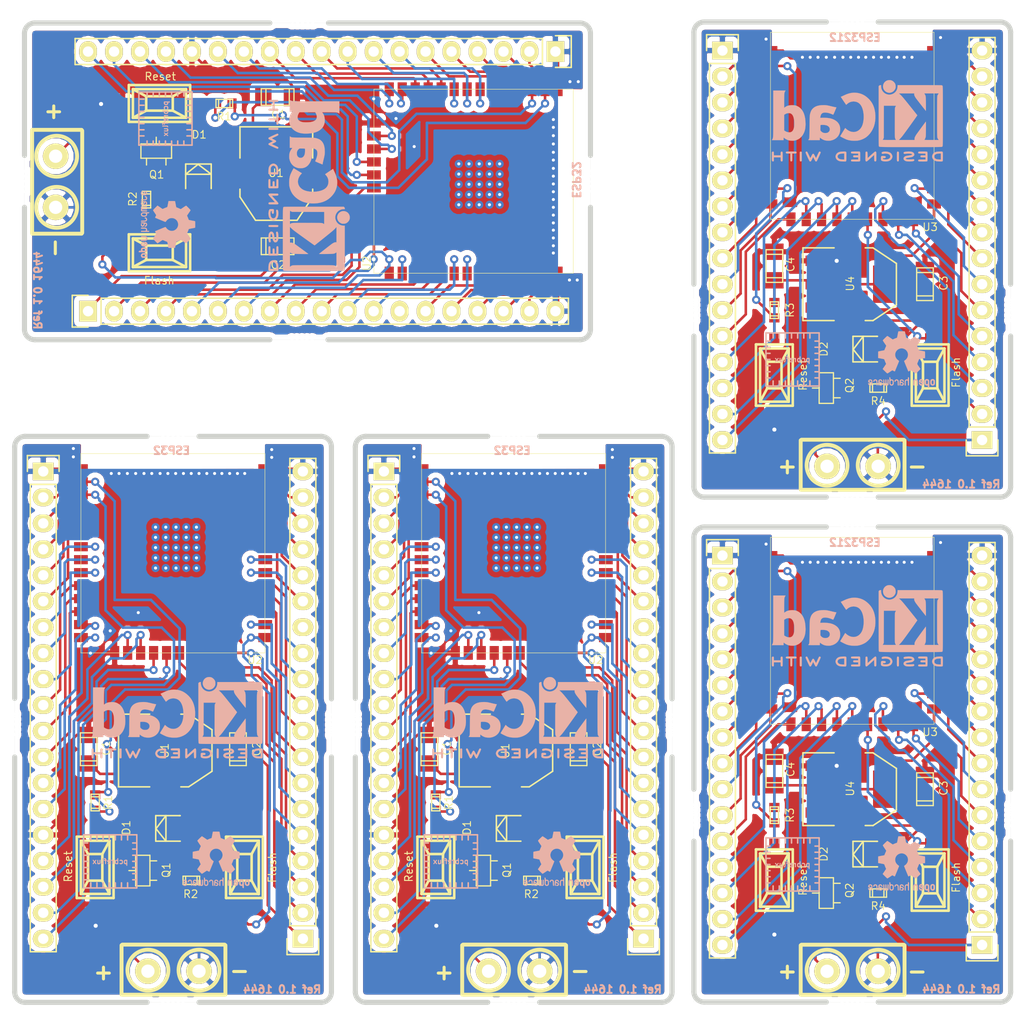
<source format=kicad_pcb>
(kicad_pcb (version 20160815) (host pcbnew no-vcs-found-undefined)
  (layers (0 F.Cu signal) (31 B.Cu signal) (34 B.Paste user) (35 F.Paste user) (36 B.SilkS user) (37 F.SilkS user) (38 B.Mask user) (39 F.Mask user) (44 Edge.Cuts user))
  (net 0 "")
  (net 1 "Net-(C1-Pad1)")
  (net 2 GND)
  (net 3 "Net-(C2-Pad1)")
  (net 4 "Net-(C3-Pad1)")
  (net 5 "Net-(C4-Pad1)")
  (net 6 "Net-(P1-Pad3)")
  (net 7 "Net-(P1-Pad4)")
  (net 8 "Net-(P1-Pad5)")
  (net 9 "Net-(P1-Pad6)")
  (net 10 "Net-(P1-Pad7)")
  (net 11 "Net-(P1-Pad8)")
  (net 12 "Net-(P1-Pad9)")
  (net 13 "Net-(P1-Pad10)")
  (net 14 "Net-(P1-Pad11)")
  (net 15 "Net-(P1-Pad12)")
  (net 16 "Net-(P1-Pad13)")
  (net 17 "Net-(P1-Pad14)")
  (net 18 "Net-(P1-Pad16)")
  (net 19 "Net-(P1-Pad17)")
  (net 20 "Net-(P1-Pad18)")
  (net 21 "Net-(P1-Pad19)")
  (net 22 "Net-(P2-Pad2)")
  (net 23 "Net-(P3-Pad18)")
  (net 24 "Net-(P3-Pad17)")
  (net 25 "Net-(P3-Pad16)")
  (net 26 "Net-(P3-Pad15)")
  (net 27 "Net-(P3-Pad14)")
  (net 28 "Net-(P3-Pad12)")
  (net 29 "Net-(P3-Pad11)")
  (net 30 "Net-(P3-Pad10)")
  (net 31 "Net-(P3-Pad9)")
  (net 32 "Net-(P3-Pad8)")
  (net 33 "Net-(P3-Pad7)")
  (net 34 "Net-(P3-Pad6)")
  (net 35 "Net-(P3-Pad5)")
  (net 36 "Net-(P3-Pad4)")
  (net 37 "Net-(P3-Pad3)")
  (net 38 "Net-(P3-Pad2)")
  (net 39 "Net-(P3-Pad1)")
  (net 40 "Net-(P4-Pad2)")
  (net 41 "Net-(P4-Pad3)")
  (net 42 "Net-(P4-Pad4)")
  (net 43 "Net-(P4-Pad5)")
  (net 44 "Net-(P4-Pad6)")
  (net 45 "Net-(P4-Pad7)")
  (net 46 "Net-(P4-Pad8)")
  (net 47 "Net-(P4-Pad9)")
  (net 48 "Net-(P4-Pad10)")
  (net 49 "Net-(P4-Pad11)")
  (net 50 "Net-(P4-Pad12)")
  (net 51 "Net-(P4-Pad13)")
  (net 52 "Net-(P4-Pad14)")
  (net 53 "Net-(P4-Pad15)")
  (net 54 "Net-(P4-Pad16)")
  (net 55 "Net-(P5-Pad2)")
  (net 56 "Net-(P6-Pad15)")
  (net 57 "Net-(P6-Pad14)")
  (net 58 "Net-(P6-Pad13)")
  (net 59 "Net-(P6-Pad12)")
  (net 60 "Net-(P6-Pad11)")
  (net 61 "Net-(P6-Pad10)")
  (net 62 "Net-(P6-Pad9)")
  (net 63 "Net-(P6-Pad8)")
  (net 64 "Net-(P6-Pad7)")
  (net 65 "Net-(P6-Pad5)")
  (net 66 "Net-(P6-Pad4)")
  (net 67 "Net-(P6-Pad3)")
  (net 68 "Net-(P6-Pad2)")
  (net 69 "Net-(D1-Pad2)")
  (net 70 "Net-(D2-Pad2)")
  (net 71 "Net-(U2-Pad39)")
  (net 72 "Net-(U2-Pad32)")
  (net 73 "Net-(P3-Pad13)")
  (module w_smd_cap:c_1206 (layer F.Cu) (at 76.5048 163.195 90)
    (fp_text reference C2 (at 0.0508 1.8288 90) (layer F.SilkS) (effects (font (size 0.75 0.75) (thickness 0.1))))
    (fp_text value 100nF hide)
    (pad 1 smd rect (at 1.397 0 90) (size 1.6002 1.8034) (layers F.Cu F.Paste F.Mask) (net 3 "Net-(C2-Pad1)"))
    (pad 2 smd rect (at -1.397 0 90) (size 1.6002 1.8034) (layers F.Cu F.Paste F.Mask) (net 2 GND))
  )
  (module w_smd_cap:c_1206 (layer F.Cu) (at 61.8998 163.195 270)
    (fp_text reference C1 (at -0.1016 -1.7018 270) (layer F.SilkS) (effects (font (size 0.75 0.75) (thickness 0.1))))
    (fp_text value 100nF hide)
    (pad 2 smd rect (at -1.397 0 270) (size 1.6002 1.8034) (layers F.Cu F.Paste F.Mask) (net 2 GND))
    (pad 1 smd rect (at 1.397 0 270) (size 1.6002 1.8034) (layers F.Cu F.Paste F.Mask) (net 1 "Net-(C1-Pad1)"))
  )
  (module Diodes_SMD:MELF_Standard (layer F.Cu) (at 69.6595 170.942)
    (fp_text reference D1 (at -4.0767 -0.0762 90) (layer F.SilkS) (effects (font (size 0.75 0.75) (thickness 0.1))))
    (fp_text value 10V hide)
    (pad 1 smd rect (at -2.4003 0) (size 1.50114 2.70002) (layers F.Cu F.Paste F.Mask) (net 1 "Net-(C1-Pad1)"))
    (pad 2 smd rect (at 2.4003 0) (size 1.50114 2.70002) (layers F.Cu F.Paste F.Mask) (net 69 "Net-(D1-Pad2)"))
  )
  (module TO_SOT_Packages_SMD:SOT-223 (layer F.Cu) (at 69.3928 163.322 270)
    (fp_text reference U1 (at 0.0254 0.0508 270) (layer F.SilkS) (effects (font (size 0.75 0.75) (thickness 0.1))))
    (fp_text value AP1117 hide)
    (pad 1 smd rect (at -2.286 3.302 270) (size 1.016 2.032) (layers F.Cu F.Paste F.Mask) (net 2 GND))
    (pad 3 smd rect (at 2.286 3.302 270) (size 1.016 2.032) (layers F.Cu F.Paste F.Mask) (net 1 "Net-(C1-Pad1)"))
    (pad 2 smd rect (at 0 3.302 270) (size 1.016 2.032) (layers F.Cu F.Paste F.Mask) (net 3 "Net-(C2-Pad1)"))
    (pad 4 smd rect (at 0 -3.302 270) (size 3.6576 2.032) (layers F.Cu F.Paste F.Mask) (net 3 "Net-(C2-Pad1)"))
  )
  (module w_switch:smd_push (layer F.Cu) (at 77.1398 174.752 90)
    (fp_text reference SW2 hide)
    (fp_text value SW_PUSH hide)
    (pad 2 smd rect (at 3.59918 0 90) (size 1.00076 1.00076) (layers F.Cu F.Paste F.Mask) (net 2 GND))
    (pad 1 smd rect (at -3.59918 0 90) (size 1.00076 1.00076) (layers F.Cu F.Paste F.Mask) (net 34 "Net-(P3-Pad6)"))
  )
  (module w_switch:smd_push (layer F.Cu) (at 62.5348 174.752 90)
    (fp_text reference SW1 hide)
    (fp_text value SW_PUSH hide)
    (pad 1 smd rect (at -3.59918 0 90) (size 1.00076 1.00076) (layers F.Cu F.Paste F.Mask) (net 2 GND))
    (pad 2 smd rect (at 3.59918 0 90) (size 1.00076 1.00076) (layers F.Cu F.Paste F.Mask) (net 6 "Net-(P1-Pad3)"))
  )
  (module w_smd_resistors:r_0603 (layer F.Cu) (at 71.94296 176.022)
    (fp_text reference R2 (at -0.06096 1.3462) (layer F.SilkS) (effects (font (size 0.75 0.75) (thickness 0.1))))
    (fp_text value 100k hide)
    (pad 2 smd rect (at -0.75184 0) (size 0.89916 1.00076) (layers F.Cu F.Paste F.Mask) (net 69 "Net-(D1-Pad2)"))
    (pad 1 smd rect (at 0.75184 0) (size 0.89916 1.00076) (layers F.Cu F.Paste F.Mask) (net 2 GND))
  )
  (module w_smd_resistors:r_0603 (layer F.Cu) (at 62.5348 168.41216 90)
    (fp_text reference R1 (at -0.01524 1.27 90) (layer F.SilkS) (effects (font (size 0.75 0.75) (thickness 0.1))))
    (fp_text value R hide)
    (pad 1 smd rect (at 0.75184 0 90) (size 0.89916 1.00076) (layers F.Cu F.Paste F.Mask) (net 3 "Net-(C2-Pad1)"))
    (pad 2 smd rect (at -0.75184 0 90) (size 0.89916 1.00076) (layers F.Cu F.Paste F.Mask) (net 6 "Net-(P1-Pad3)"))
  )
  (module w_smd_trans:sot23 (layer F.Cu) (at 67.19316 175.0695 90)
    (fp_text reference Q1 (at 0.0381 2.30124 90) (layer F.SilkS) (effects (font (size 0.75 0.75) (thickness 0.1))))
    (fp_text value AO3401 hide)
    (pad 1 smd rect (at -0.9525 1.05664 90) (size 0.59944 1.00076) (layers F.Cu F.Paste F.Mask) (net 69 "Net-(D1-Pad2)"))
    (pad 2 smd rect (at 0 -1.05664 90) (size 0.59944 1.00076) (layers F.Cu F.Paste F.Mask) (net 22 "Net-(P2-Pad2)"))
    (pad 3 smd rect (at 0.9525 1.05664 90) (size 0.59944 1.00076) (layers F.Cu F.Paste F.Mask) (net 1 "Net-(C1-Pad1)"))
  )
  (module Pin_Headers:Pin_Header_Straight_1x19 (layer F.Cu) (at 82.8548 181.737 180)
    (fp_text reference P3 hide)
    (fp_text value CONN_01X19 hide)
    (pad 1 thru_hole rect (at 0 0 180) (size 2.032 1.7272) (drill 1.016) (layers *.Cu *.Mask F.SilkS) (net 39 "Net-(P3-Pad1)"))
    (pad 2 thru_hole oval (at 0 2.54 180) (size 2.032 1.7272) (drill 1.016) (layers *.Cu *.Mask F.SilkS) (net 38 "Net-(P3-Pad2)"))
    (pad 3 thru_hole oval (at 0 5.08 180) (size 2.032 1.7272) (drill 1.016) (layers *.Cu *.Mask F.SilkS) (net 37 "Net-(P3-Pad3)"))
    (pad 4 thru_hole oval (at 0 7.62 180) (size 2.032 1.7272) (drill 1.016) (layers *.Cu *.Mask F.SilkS) (net 36 "Net-(P3-Pad4)"))
    (pad 5 thru_hole oval (at 0 10.16 180) (size 2.032 1.7272) (drill 1.016) (layers *.Cu *.Mask F.SilkS) (net 35 "Net-(P3-Pad5)"))
    (pad 6 thru_hole oval (at 0 12.7 180) (size 2.032 1.7272) (drill 1.016) (layers *.Cu *.Mask F.SilkS) (net 34 "Net-(P3-Pad6)"))
    (pad 7 thru_hole oval (at 0 15.24 180) (size 2.032 1.7272) (drill 1.016) (layers *.Cu *.Mask F.SilkS) (net 33 "Net-(P3-Pad7)"))
    (pad 8 thru_hole oval (at 0 17.78 180) (size 2.032 1.7272) (drill 1.016) (layers *.Cu *.Mask F.SilkS) (net 32 "Net-(P3-Pad8)"))
    (pad 9 thru_hole oval (at 0 20.32 180) (size 2.032 1.7272) (drill 1.016) (layers *.Cu *.Mask F.SilkS) (net 31 "Net-(P3-Pad9)"))
    (pad 10 thru_hole oval (at 0 22.86 180) (size 2.032 1.7272) (drill 1.016) (layers *.Cu *.Mask F.SilkS) (net 30 "Net-(P3-Pad10)"))
    (pad 11 thru_hole oval (at 0 25.4 180) (size 2.032 1.7272) (drill 1.016) (layers *.Cu *.Mask F.SilkS) (net 29 "Net-(P3-Pad11)"))
    (pad 12 thru_hole oval (at 0 27.94 180) (size 2.032 1.7272) (drill 1.016) (layers *.Cu *.Mask F.SilkS) (net 28 "Net-(P3-Pad12)"))
    (pad 13 thru_hole oval (at 0 30.48 180) (size 2.032 1.7272) (drill 1.016) (layers *.Cu *.Mask F.SilkS) (net 73 "Net-(P3-Pad13)"))
    (pad 14 thru_hole oval (at 0 33.02 180) (size 2.032 1.7272) (drill 1.016) (layers *.Cu *.Mask F.SilkS) (net 27 "Net-(P3-Pad14)"))
    (pad 15 thru_hole oval (at 0 35.56 180) (size 2.032 1.7272) (drill 1.016) (layers *.Cu *.Mask F.SilkS) (net 26 "Net-(P3-Pad15)"))
    (pad 16 thru_hole oval (at 0 38.1 180) (size 2.032 1.7272) (drill 1.016) (layers *.Cu *.Mask F.SilkS) (net 25 "Net-(P3-Pad16)"))
    (pad 17 thru_hole oval (at 0 40.64 180) (size 2.032 1.7272) (drill 1.016) (layers *.Cu *.Mask F.SilkS) (net 24 "Net-(P3-Pad17)"))
    (pad 18 thru_hole oval (at 0 43.18 180) (size 2.032 1.7272) (drill 1.016) (layers *.Cu *.Mask F.SilkS) (net 23 "Net-(P3-Pad18)"))
    (pad 19 thru_hole oval (at 0 45.72 180) (size 2.032 1.7272) (drill 1.016) (layers *.Cu *.Mask F.SilkS) (net 2 GND))
  )
  (module Pin_Headers:Pin_Header_Straight_1x19 (layer F.Cu) (at 57.4548 136.017)
    (fp_text reference P1 hide)
    (fp_text value CONN_01X19 hide)
    (pad 19 thru_hole oval (at 0 45.72) (size 2.032 1.7272) (drill 1.016) (layers *.Cu *.Mask F.SilkS) (net 21 "Net-(P1-Pad19)"))
    (pad 18 thru_hole oval (at 0 43.18) (size 2.032 1.7272) (drill 1.016) (layers *.Cu *.Mask F.SilkS) (net 20 "Net-(P1-Pad18)"))
    (pad 17 thru_hole oval (at 0 40.64) (size 2.032 1.7272) (drill 1.016) (layers *.Cu *.Mask F.SilkS) (net 19 "Net-(P1-Pad17)"))
    (pad 16 thru_hole oval (at 0 38.1) (size 2.032 1.7272) (drill 1.016) (layers *.Cu *.Mask F.SilkS) (net 18 "Net-(P1-Pad16)"))
    (pad 15 thru_hole oval (at 0 35.56) (size 2.032 1.7272) (drill 1.016) (layers *.Cu *.Mask F.SilkS) (net 2 GND))
    (pad 14 thru_hole oval (at 0 33.02) (size 2.032 1.7272) (drill 1.016) (layers *.Cu *.Mask F.SilkS) (net 17 "Net-(P1-Pad14)"))
    (pad 13 thru_hole oval (at 0 30.48) (size 2.032 1.7272) (drill 1.016) (layers *.Cu *.Mask F.SilkS) (net 16 "Net-(P1-Pad13)"))
    (pad 12 thru_hole oval (at 0 27.94) (size 2.032 1.7272) (drill 1.016) (layers *.Cu *.Mask F.SilkS) (net 15 "Net-(P1-Pad12)"))
    (pad 11 thru_hole oval (at 0 25.4) (size 2.032 1.7272) (drill 1.016) (layers *.Cu *.Mask F.SilkS) (net 14 "Net-(P1-Pad11)"))
    (pad 10 thru_hole oval (at 0 22.86) (size 2.032 1.7272) (drill 1.016) (layers *.Cu *.Mask F.SilkS) (net 13 "Net-(P1-Pad10)"))
    (pad 9 thru_hole oval (at 0 20.32) (size 2.032 1.7272) (drill 1.016) (layers *.Cu *.Mask F.SilkS) (net 12 "Net-(P1-Pad9)"))
    (pad 8 thru_hole oval (at 0 17.78) (size 2.032 1.7272) (drill 1.016) (layers *.Cu *.Mask F.SilkS) (net 11 "Net-(P1-Pad8)"))
    (pad 7 thru_hole oval (at 0 15.24) (size 2.032 1.7272) (drill 1.016) (layers *.Cu *.Mask F.SilkS) (net 10 "Net-(P1-Pad7)"))
    (pad 6 thru_hole oval (at 0 12.7) (size 2.032 1.7272) (drill 1.016) (layers *.Cu *.Mask F.SilkS) (net 9 "Net-(P1-Pad6)"))
    (pad 5 thru_hole oval (at 0 10.16) (size 2.032 1.7272) (drill 1.016) (layers *.Cu *.Mask F.SilkS) (net 8 "Net-(P1-Pad5)"))
    (pad 4 thru_hole oval (at 0 7.62) (size 2.032 1.7272) (drill 1.016) (layers *.Cu *.Mask F.SilkS) (net 7 "Net-(P1-Pad4)"))
    (pad 3 thru_hole oval (at 0 5.08) (size 2.032 1.7272) (drill 1.016) (layers *.Cu *.Mask F.SilkS) (net 6 "Net-(P1-Pad3)"))
    (pad 2 thru_hole oval (at 0 2.54) (size 2.032 1.7272) (drill 1.016) (layers *.Cu *.Mask F.SilkS) (net 3 "Net-(C2-Pad1)"))
    (pad 1 thru_hole rect (at 0 0) (size 2.032 1.7272) (drill 1.016) (layers *.Cu *.Mask F.SilkS) (net 2 GND))
  )
  (module module:micro_bite (layer F.Cu) (at 70.1548 132.588)
    (fp_text reference REF** hide)
    (fp_text value micro_bite hide)
    (pad "" np_thru_hole circle (at 0 0) (size 0.3 0.3) (drill 0.3) (layers *.Cu))
    (pad "" np_thru_hole circle (at -0.5 0) (size 0.3 0.3) (drill 0.3) (layers *.Cu))
    (pad "" np_thru_hole circle (at -1 0) (size 0.3 0.3) (drill 0.3) (layers *.Cu))
    (pad "" np_thru_hole circle (at 0.5 0) (size 0.3 0.3) (drill 0.3) (layers *.Cu))
    (pad "" np_thru_hole circle (at 1 0) (size 0.3 0.3) (drill 0.3) (layers *.Cu))
  )
  (module module:micro_bite (layer F.Cu) (at 70.1628 187.96)
    (fp_text reference REF** hide)
    (fp_text value micro_bite hide)
    (pad "" np_thru_hole circle (at 0 0) (size 0.3 0.3) (drill 0.3) (layers *.Cu))
    (pad "" np_thru_hole circle (at -0.5 0) (size 0.3 0.3) (drill 0.3) (layers *.Cu))
    (pad "" np_thru_hole circle (at -1 0) (size 0.3 0.3) (drill 0.3) (layers *.Cu))
    (pad "" np_thru_hole circle (at 0.5 0) (size 0.3 0.3) (drill 0.3) (layers *.Cu))
    (pad "" np_thru_hole circle (at 1 0) (size 0.3 0.3) (drill 0.3) (layers *.Cu))
  )
  (module module:micro_bite (layer F.Cu) (at 54.6608 160.7566 90)
    (fp_text reference REF** hide)
    (fp_text value micro_bite hide)
    (pad "" np_thru_hole circle (at 0 0 90) (size 0.3 0.3) (drill 0.3) (layers *.Cu))
    (pad "" np_thru_hole circle (at -0.5 0 90) (size 0.3 0.3) (drill 0.3) (layers *.Cu))
    (pad "" np_thru_hole circle (at -1 0 90) (size 0.3 0.3) (drill 0.3) (layers *.Cu))
    (pad "" np_thru_hole circle (at 0.5 0 90) (size 0.3 0.3) (drill 0.3) (layers *.Cu))
    (pad "" np_thru_hole circle (at 1 0 90) (size 0.3 0.3) (drill 0.3) (layers *.Cu))
  )
  (module module:micro_bite (layer F.Cu) (at 85.6488 160.8074 90)
    (fp_text reference REF** hide)
    (fp_text value micro_bite hide)
    (pad "" np_thru_hole circle (at 1 0 90) (size 0.3 0.3) (drill 0.3) (layers *.Cu))
    (pad "" np_thru_hole circle (at 0.5 0 90) (size 0.3 0.3) (drill 0.3) (layers *.Cu))
    (pad "" np_thru_hole circle (at -1 0 90) (size 0.3 0.3) (drill 0.3) (layers *.Cu))
    (pad "" np_thru_hole circle (at -0.5 0 90) (size 0.3 0.3) (drill 0.3) (layers *.Cu))
    (pad "" np_thru_hole circle (at 0 0 90) (size 0.3 0.3) (drill 0.3) (layers *.Cu))
  )
  (module module:Via-0.6mm (layer F.Cu) (at 66.7512 149.8346)
    (fp_text reference REF** hide)
    (fp_text value Via-0.6mm hide)
    (pad 1 thru_hole circle (at 0 0) (size 0.6 0.6) (drill 0.3) (layers *.Cu) (net 2 GND))
  )
  (module module:Via-0.6mm (layer F.Cu) (at 64.008 151.6126)
    (fp_text reference REF** hide)
    (fp_text value Via-0.6mm hide)
    (pad 1 thru_hole circle (at 0 0) (size 0.6 0.6) (drill 0.3) (layers *.Cu) (net 2 GND))
  )
  (module module:Via-0.6mm (layer F.Cu) (at 62.0776 153.797)
    (fp_text reference REF** hide)
    (fp_text value Via-0.6mm hide)
    (pad 1 thru_hole circle (at 0 0) (size 0.6 0.6) (drill 0.3) (layers *.Cu) (net 2 GND))
  )
  (module module:Via-0.6mm (layer F.Cu) (at 64.1096 136.2202)
    (fp_text reference REF** hide)
    (fp_text value Via-0.6mm hide)
    (pad 1 thru_hole circle (at 0 0) (size 0.6 0.6) (drill 0.3) (layers *.Cu) (net 2 GND))
  )
  (module module:Via-0.6mm (layer F.Cu) (at 64.8716 136.2202)
    (fp_text reference REF** hide)
    (fp_text value Via-0.6mm hide)
    (pad 1 thru_hole circle (at 0 0) (size 0.6 0.6) (drill 0.3) (layers *.Cu) (net 2 GND))
  )
  (module module:Via-0.6mm (layer F.Cu) (at 65.6844 136.2202)
    (fp_text reference REF** hide)
    (fp_text value Via-0.6mm hide)
    (pad 1 thru_hole circle (at 0 0) (size 0.6 0.6) (drill 0.3) (layers *.Cu) (net 2 GND))
  )
  (module module:Via-0.6mm (layer F.Cu) (at 66.4972 136.2202)
    (fp_text reference REF** hide)
    (fp_text value Via-0.6mm hide)
    (pad 1 thru_hole circle (at 0 0) (size 0.6 0.6) (drill 0.3) (layers *.Cu) (net 2 GND))
  )
  (module module:Via-0.6mm (layer F.Cu) (at 67.31 136.2202)
    (fp_text reference REF** hide)
    (fp_text value Via-0.6mm hide)
    (pad 1 thru_hole circle (at 0 0) (size 0.6 0.6) (drill 0.3) (layers *.Cu) (net 2 GND))
  )
  (module module:Via-0.6mm (layer F.Cu) (at 68.072 136.2202)
    (fp_text reference REF** hide)
    (fp_text value Via-0.6mm hide)
    (pad 1 thru_hole circle (at 0 0) (size 0.6 0.6) (drill 0.3) (layers *.Cu) (net 2 GND))
  )
  (module module:Via-0.6mm (layer F.Cu) (at 68.8848 136.2202)
    (fp_text reference REF** hide)
    (fp_text value Via-0.6mm hide)
    (pad 1 thru_hole circle (at 0 0) (size 0.6 0.6) (drill 0.3) (layers *.Cu) (net 2 GND))
  )
  (module module:Via-0.6mm (layer F.Cu) (at 69.6468 136.2202)
    (fp_text reference REF** hide)
    (fp_text value Via-0.6mm hide)
    (pad 1 thru_hole circle (at 0 0) (size 0.6 0.6) (drill 0.3) (layers *.Cu) (net 2 GND))
  )
  (module module:Via-0.6mm (layer F.Cu) (at 70.4088 136.2202)
    (fp_text reference REF** hide)
    (fp_text value Via-0.6mm hide)
    (pad 1 thru_hole circle (at 0 0) (size 0.6 0.6) (drill 0.3) (layers *.Cu) (net 2 GND))
  )
  (module module:Via-0.6mm (layer F.Cu) (at 71.1708 136.2202)
    (fp_text reference REF** hide)
    (fp_text value Via-0.6mm hide)
    (pad 1 thru_hole circle (at 0 0) (size 0.6 0.6) (drill 0.3) (layers *.Cu) (net 2 GND))
  )
  (module module:Via-0.6mm (layer F.Cu) (at 71.9328 136.2202)
    (fp_text reference REF** hide)
    (fp_text value Via-0.6mm hide)
    (pad 1 thru_hole circle (at 0 0) (size 0.6 0.6) (drill 0.3) (layers *.Cu) (net 2 GND))
  )
  (module module:Via-0.6mm (layer F.Cu) (at 72.6948 136.2202)
    (fp_text reference REF** hide)
    (fp_text value Via-0.6mm hide)
    (pad 1 thru_hole circle (at 0 0) (size 0.6 0.6) (drill 0.3) (layers *.Cu) (net 2 GND))
  )
  (module module:Via-0.6mm (layer F.Cu) (at 73.4568 136.2202)
    (fp_text reference REF** hide)
    (fp_text value Via-0.6mm hide)
    (pad 1 thru_hole circle (at 0 0) (size 0.6 0.6) (drill 0.3) (layers *.Cu) (net 2 GND))
  )
  (module module:Via-0.6mm (layer F.Cu) (at 74.2188 136.2202)
    (fp_text reference REF** hide)
    (fp_text value Via-0.6mm hide)
    (pad 1 thru_hole circle (at 0 0) (size 0.6 0.6) (drill 0.3) (layers *.Cu) (net 2 GND))
  )
  (module module:Via-0.6mm (layer F.Cu) (at 74.93 136.2202)
    (fp_text reference REF** hide)
    (fp_text value Via-0.6mm hide)
    (pad 1 thru_hole circle (at 0 0) (size 0.6 0.6) (drill 0.3) (layers *.Cu) (net 2 GND))
  )
  (module module:Via-0.6mm (layer F.Cu) (at 75.692 136.2202)
    (fp_text reference REF** hide)
    (fp_text value Via-0.6mm hide)
    (pad 1 thru_hole circle (at 0 0) (size 0.6 0.6) (drill 0.3) (layers *.Cu) (net 2 GND))
  )
  (module module:Via-0.6mm (layer F.Cu) (at 76.454 136.2202)
    (fp_text reference REF** hide)
    (fp_text value Via-0.6mm hide)
    (pad 1 thru_hole circle (at 0 0) (size 0.6 0.6) (drill 0.3) (layers *.Cu) (net 2 GND))
  )
  (module module:Via-0.6mm (layer F.Cu) (at 77.1652 136.2202)
    (fp_text reference REF** hide)
    (fp_text value Via-0.6mm hide)
    (pad 1 thru_hole circle (at 0 0) (size 0.6 0.6) (drill 0.3) (layers *.Cu) (net 2 GND))
  )
  (module module:Via-0.6mm (layer F.Cu) (at 60.4012 134.5946)
    (fp_text reference REF** hide)
    (fp_text value Via-0.6mm hide)
    (pad 1 thru_hole circle (at 0 0) (size 0.6 0.6) (drill 0.3) (layers *.Cu) (net 2 GND))
  )
  (module module:Via-0.6mm (layer F.Cu) (at 60.4012 133.7818)
    (fp_text reference REF** hide)
    (fp_text value Via-0.6mm hide)
    (pad 1 thru_hole circle (at 0 0) (size 0.6 0.6) (drill 0.3) (layers *.Cu) (net 2 GND))
  )
  (module module:Via-0.6mm (layer F.Cu) (at 79.8068 133.8834)
    (fp_text reference REF** hide)
    (fp_text value Via-0.6mm hide)
    (pad 1 thru_hole circle (at 0 0) (size 0.6 0.6) (drill 0.3) (layers *.Cu) (net 2 GND))
  )
  (module module:Via-0.6mm (layer F.Cu) (at 79.8068 134.6454)
    (fp_text reference REF** hide)
    (fp_text value Via-0.6mm hide)
    (pad 1 thru_hole circle (at 0 0) (size 0.6 0.6) (drill 0.3) (layers *.Cu) (net 2 GND))
  )
  (module module:pcbreflux_logo (layer B.Cu) (at 64.008 174.1678)
    (fp_text reference REF** hide)
    (fp_text value pcbreflux_logo hide)
    (fp_text user pcbreflux (at 0 0) (layer B.SilkS) (effects (font (size 0.5 0.5) (thickness 0.1)) (justify mirror)))
  )
  (module Symbols:OSHW-Logo2_7.3x6mm_SilkScreen (layer B.Cu) (at 74.3712 174.0154 180)
    (fp_text reference REF*** hide)
    (fp_text value OSHW-Logo2_7.3x6mm_SilkScreen hide)
  )
  (module Symbols:KiCad-Logo2_8mm_SilkScreen (layer B.Cu) (at 70.5612 160.0962 180)
    (fp_text reference REF*** hide)
    (fp_text value KiCad-Logo2_8mm_SilkScreen hide)
  )
  (module module:ESP-WROOM-32-short (layer F.Cu) (at 61.1418 153.773)
    (fp_text reference U2 (at 17.0394 0.6844) (layer F.SilkS) (effects (font (size 0.75 0.75) (thickness 0.1))))
    (fp_text value ES-WROOM-32 hide)
    (pad 39 thru_hole circle (at 7.3 -12.3) (size 0.8 0.8) (drill 0.3) (layers *.Cu *.Mask) (net 71 "Net-(U2-Pad39)"))
    (pad 39 smd rect (at 9.3 -10.3) (size 6 6) (layers F.Cu F.Paste F.Mask) (net 71 "Net-(U2-Pad39)"))
    (pad 1 smd rect (at 0 -18.01) (size 1.35 0.9) (layers F.Cu F.Paste F.Mask) (net 2 GND))
    (pad 2 smd rect (at 0 -16.74) (size 1.35 0.9) (layers F.Cu F.Paste F.Mask) (net 3 "Net-(C2-Pad1)"))
    (pad 3 smd rect (at 0 -15.47) (size 1.35 0.9) (layers F.Cu F.Paste F.Mask) (net 6 "Net-(P1-Pad3)"))
    (pad 4 smd rect (at 0 -14.2) (size 1.35 0.9) (layers F.Cu F.Paste F.Mask) (net 7 "Net-(P1-Pad4)"))
    (pad 5 smd rect (at 0 -12.93) (size 1.35 0.9) (layers F.Cu F.Paste F.Mask) (net 8 "Net-(P1-Pad5)"))
    (pad 6 smd rect (at 0 -11.66) (size 1.35 0.9) (layers F.Cu F.Paste F.Mask) (net 9 "Net-(P1-Pad6)"))
    (pad 7 smd rect (at 0 -10.39) (size 1.35 0.9) (layers F.Cu F.Paste F.Mask) (net 10 "Net-(P1-Pad7)"))
    (pad 8 smd rect (at 0 -9.12) (size 1.35 0.9) (layers F.Cu F.Paste F.Mask) (net 11 "Net-(P1-Pad8)"))
    (pad 9 smd rect (at 0 -7.85) (size 1.35 0.9) (layers F.Cu F.Paste F.Mask) (net 12 "Net-(P1-Pad9)"))
    (pad 10 smd rect (at 0 -6.58) (size 1.35 0.9) (layers F.Cu F.Paste F.Mask) (net 13 "Net-(P1-Pad10)"))
    (pad 11 smd rect (at 0 -5.31) (size 1.35 0.9) (layers F.Cu F.Paste F.Mask) (net 14 "Net-(P1-Pad11)"))
    (pad 12 smd rect (at 0 -4.04) (size 1.35 0.9) (layers F.Cu F.Paste F.Mask) (net 15 "Net-(P1-Pad12)"))
    (pad 13 smd rect (at 0 -2.77) (size 1.35 0.9) (layers F.Cu F.Paste F.Mask) (net 16 "Net-(P1-Pad13)"))
    (pad 14 smd rect (at 0 -1.5) (size 1.35 0.9) (layers F.Cu F.Paste F.Mask) (net 17 "Net-(P1-Pad14)"))
    (pad 15 smd rect (at 3.3 0) (size 0.9 1.35) (layers F.Cu F.Paste F.Mask) (net 2 GND))
    (pad 16 smd rect (at 4.57 0) (size 0.9 1.35) (layers F.Cu F.Paste F.Mask) (net 18 "Net-(P1-Pad16)"))
    (pad 17 smd rect (at 5.84 0) (size 0.9 1.35) (layers F.Cu F.Paste F.Mask) (net 19 "Net-(P1-Pad17)"))
    (pad 18 smd rect (at 7.11 0) (size 0.9 1.35) (layers F.Cu F.Paste F.Mask) (net 20 "Net-(P1-Pad18)"))
    (pad 19 smd rect (at 8.38 0) (size 0.9 1.35) (layers F.Cu F.Paste F.Mask) (net 21 "Net-(P1-Pad19)"))
    (pad 20 smd rect (at 9.65 0) (size 0.9 1.35) (layers F.Cu F.Paste F.Mask) (net 39 "Net-(P3-Pad1)"))
    (pad 21 smd rect (at 10.92 0) (size 0.9 1.35) (layers F.Cu F.Paste F.Mask) (net 38 "Net-(P3-Pad2)"))
    (pad 22 smd rect (at 12.19 0) (size 0.9 1.35) (layers F.Cu F.Paste F.Mask) (net 37 "Net-(P3-Pad3)"))
    (pad 23 smd rect (at 13.46 0) (size 0.9 1.35) (layers F.Cu F.Paste F.Mask) (net 36 "Net-(P3-Pad4)"))
    (pad 24 smd rect (at 14.73 0) (size 0.9 1.35) (layers F.Cu F.Paste F.Mask) (net 35 "Net-(P3-Pad5)"))
    (pad 25 smd rect (at 18.03 -1.5) (size 1.35 0.9) (layers F.Cu F.Paste F.Mask) (net 34 "Net-(P3-Pad6)"))
    (pad 26 smd rect (at 18.03 -2.77) (size 1.35 0.9) (layers F.Cu F.Paste F.Mask) (net 33 "Net-(P3-Pad7)"))
    (pad 27 smd rect (at 18.03 -4.04) (size 1.35 0.9) (layers F.Cu F.Paste F.Mask) (net 32 "Net-(P3-Pad8)"))
    (pad 28 smd rect (at 18.03 -5.31) (size 1.35 0.9) (layers F.Cu F.Paste F.Mask) (net 31 "Net-(P3-Pad9)"))
    (pad 29 smd rect (at 18.03 -6.58) (size 1.35 0.9) (layers F.Cu F.Paste F.Mask) (net 30 "Net-(P3-Pad10)"))
    (pad 30 smd rect (at 18.03 -7.85) (size 1.35 0.9) (layers F.Cu F.Paste F.Mask) (net 29 "Net-(P3-Pad11)"))
    (pad 31 smd rect (at 18.03 -9.12) (size 1.35 0.9) (layers F.Cu F.Paste F.Mask) (net 28 "Net-(P3-Pad12)"))
    (pad 32 smd rect (at 18.03 -10.39) (size 1.35 0.9) (layers F.Cu F.Paste F.Mask) (net 72 "Net-(U2-Pad32)"))
    (pad 33 smd rect (at 18.03 -11.66) (size 1.35 0.9) (layers F.Cu F.Paste F.Mask) (net 27 "Net-(P3-Pad14)"))
    (pad 34 smd rect (at 18.03 -12.93) (size 1.35 0.9) (layers F.Cu F.Paste F.Mask) (net 26 "Net-(P3-Pad15)"))
    (pad 35 smd rect (at 18.03 -14.2) (size 1.35 0.9) (layers F.Cu F.Paste F.Mask) (net 25 "Net-(P3-Pad16)"))
    (pad 36 smd rect (at 18.03 -15.47) (size 1.35 0.9) (layers F.Cu F.Paste F.Mask) (net 24 "Net-(P3-Pad17)"))
    (pad 37 smd rect (at 18.03 -16.74) (size 1.35 0.9) (layers F.Cu F.Paste F.Mask) (net 23 "Net-(P3-Pad18)"))
    (pad 38 smd rect (at 18.03 -18.01) (size 1.35 0.9) (layers F.Cu F.Paste F.Mask) (net 2 GND))
    (pad 39 thru_hole circle (at 7.3 -11.3) (size 0.8 0.8) (drill 0.3) (layers *.Cu *.Mask) (net 71 "Net-(U2-Pad39)"))
    (pad 39 thru_hole circle (at 7.3 -10.3) (size 0.8 0.8) (drill 0.3) (layers *.Cu *.Mask) (net 71 "Net-(U2-Pad39)"))
    (pad 39 thru_hole circle (at 7.3 -9.3) (size 0.8 0.8) (drill 0.3) (layers *.Cu *.Mask) (net 71 "Net-(U2-Pad39)"))
    (pad 39 thru_hole circle (at 7.3 -8.3) (size 0.8 0.8) (drill 0.3) (layers *.Cu *.Mask) (net 71 "Net-(U2-Pad39)"))
    (pad 39 thru_hole circle (at 8.3 -8.3) (size 0.8 0.8) (drill 0.3) (layers *.Cu *.Mask) (net 71 "Net-(U2-Pad39)"))
    (pad 39 thru_hole circle (at 8.3 -9.3) (size 0.8 0.8) (drill 0.3) (layers *.Cu *.Mask) (net 71 "Net-(U2-Pad39)"))
    (pad 39 thru_hole circle (at 8.3 -10.3) (size 0.8 0.8) (drill 0.3) (layers *.Cu *.Mask) (net 71 "Net-(U2-Pad39)"))
    (pad 39 thru_hole circle (at 8.3 -11.3) (size 0.8 0.8) (drill 0.3) (layers *.Cu *.Mask) (net 71 "Net-(U2-Pad39)"))
    (pad 39 thru_hole circle (at 8.3 -12.3) (size 0.8 0.8) (drill 0.3) (layers *.Cu *.Mask) (net 71 "Net-(U2-Pad39)"))
    (pad 39 thru_hole circle (at 10.3 -12.3) (size 0.8 0.8) (drill 0.3) (layers *.Cu *.Mask) (net 71 "Net-(U2-Pad39)"))
    (pad 39 thru_hole circle (at 10.3 -11.3) (size 0.8 0.8) (drill 0.3) (layers *.Cu *.Mask) (net 71 "Net-(U2-Pad39)"))
    (pad 39 thru_hole circle (at 10.3 -10.3) (size 0.8 0.8) (drill 0.3) (layers *.Cu *.Mask) (net 71 "Net-(U2-Pad39)"))
    (pad 39 thru_hole circle (at 10.3 -9.3) (size 0.8 0.8) (drill 0.3) (layers *.Cu *.Mask) (net 71 "Net-(U2-Pad39)"))
    (pad 39 thru_hole circle (at 10.3 -8.3) (size 0.8 0.8) (drill 0.3) (layers *.Cu *.Mask) (net 71 "Net-(U2-Pad39)"))
    (pad 39 thru_hole circle (at 9.3 -8.3) (size 0.8 0.8) (drill 0.3) (layers *.Cu *.Mask) (net 71 "Net-(U2-Pad39)"))
    (pad 39 thru_hole circle (at 9.3 -9.3) (size 0.8 0.8) (drill 0.3) (layers *.Cu *.Mask) (net 71 "Net-(U2-Pad39)"))
    (pad 39 thru_hole circle (at 9.3 -10.3) (size 0.8 0.8) (drill 0.3) (layers *.Cu *.Mask) (net 71 "Net-(U2-Pad39)"))
    (pad 39 thru_hole circle (at 9.3 -11.3) (size 0.8 0.8) (drill 0.3) (layers *.Cu *.Mask) (net 71 "Net-(U2-Pad39)"))
    (pad 39 thru_hole circle (at 9.3 -12.3) (size 0.8 0.8) (drill 0.3) (layers *.Cu *.Mask) (net 71 "Net-(U2-Pad39)"))
    (pad 39 thru_hole circle (at 11.3 -8.3) (size 0.8 0.8) (drill 0.3) (layers *.Cu *.Mask) (net 71 "Net-(U2-Pad39)"))
    (pad 39 thru_hole circle (at 11.3 -9.3) (size 0.8 0.8) (drill 0.3) (layers *.Cu *.Mask) (net 71 "Net-(U2-Pad39)"))
    (pad 39 thru_hole circle (at 11.3 -10.3) (size 0.8 0.8) (drill 0.3) (layers *.Cu *.Mask) (net 71 "Net-(U2-Pad39)"))
    (pad 39 thru_hole circle (at 11.3 -11.3) (size 0.8 0.8) (drill 0.3) (layers *.Cu *.Mask) (net 71 "Net-(U2-Pad39)"))
    (pad 39 thru_hole circle (at 11.3 -12.3) (size 0.8 0.8) (drill 0.3) (layers *.Cu *.Mask) (net 71 "Net-(U2-Pad39)"))
  )
  (module module:mkds_1,5-2 (layer F.Cu) (at 70.1948 184.912 180)
    (fp_text reference P2 hide)
    (fp_text value CONN_01X02 hide)
    (pad 2 thru_hole circle (at 2.5 0 180) (size 2.5 2.5) (drill 1.3) (layers *.Cu *.Mask F.SilkS) (net 22 "Net-(P2-Pad2)"))
    (pad 1 thru_hole circle (at -2.5 0 180) (size 2.5 2.5) (drill 1.3) (layers *.Cu *.Mask F.SilkS) (net 2 GND))
  )
  (module module:mkds_1,5-2 (layer F.Cu) (at 103.312 135.517 180)
    (fp_text reference P5 hide)
    (fp_text value CONN_01X02 hide)
    (pad 1 thru_hole circle (at -2.5 0 180) (size 2.5 2.5) (drill 1.3) (layers *.Cu *.Mask F.SilkS) (net 2 GND))
    (pad 2 thru_hole circle (at 2.5 0 180) (size 2.5 2.5) (drill 1.3) (layers *.Cu *.Mask F.SilkS) (net 55 "Net-(P5-Pad2)"))
  )
  (module module:mkds_1,5-2 (layer F.Cu) (at 103.312 184.92 180)
    (fp_text reference P5 hide)
    (fp_text value CONN_01X02 hide)
    (pad 1 thru_hole circle (at -2.5 0 180) (size 2.5 2.5) (drill 1.3) (layers *.Cu *.Mask F.SilkS) (net 2 GND))
    (pad 2 thru_hole circle (at 2.5 0 180) (size 2.5 2.5) (drill 1.3) (layers *.Cu *.Mask F.SilkS) (net 55 "Net-(P5-Pad2)"))
  )
  (module module:mkds_1,5-2 (layer F.Cu) (at 25.342 107.683 90)
    (fp_text reference P2 hide)
    (fp_text value CONN_01X02 hide)
    (pad 1 thru_hole circle (at -2.5 0 90) (size 2.5 2.5) (drill 1.3) (layers *.Cu *.Mask F.SilkS) (net 2 GND))
    (pad 2 thru_hole circle (at 2.5 0 90) (size 2.5 2.5) (drill 1.3) (layers *.Cu *.Mask F.SilkS) (net 22 "Net-(P2-Pad2)"))
  )
  (module module:mkds_1,5-2 (layer F.Cu) (at 36.87 184.912 180)
    (fp_text reference P2 hide)
    (fp_text value CONN_01X02 hide)
    (pad 1 thru_hole circle (at -2.5 0 180) (size 2.5 2.5) (drill 1.3) (layers *.Cu *.Mask F.SilkS) (net 2 GND))
    (pad 2 thru_hole circle (at 2.5 0 180) (size 2.5 2.5) (drill 1.3) (layers *.Cu *.Mask F.SilkS) (net 22 "Net-(P2-Pad2)"))
  )
  (module module:ESP-WROOM-32-short (layer F.Cu) (at 27.817 153.773)
    (fp_text reference U2 (at 17.0394 0.6844) (layer F.SilkS) (effects (font (size 0.75 0.75) (thickness 0.1))))
    (fp_text value ES-WROOM-32 hide)
    (pad 39 thru_hole circle (at 11.3 -12.3) (size 0.8 0.8) (drill 0.3) (layers *.Cu *.Mask) (net 71 "Net-(U2-Pad39)"))
    (pad 39 thru_hole circle (at 11.3 -11.3) (size 0.8 0.8) (drill 0.3) (layers *.Cu *.Mask) (net 71 "Net-(U2-Pad39)"))
    (pad 39 thru_hole circle (at 11.3 -10.3) (size 0.8 0.8) (drill 0.3) (layers *.Cu *.Mask) (net 71 "Net-(U2-Pad39)"))
    (pad 39 thru_hole circle (at 11.3 -9.3) (size 0.8 0.8) (drill 0.3) (layers *.Cu *.Mask) (net 71 "Net-(U2-Pad39)"))
    (pad 39 thru_hole circle (at 11.3 -8.3) (size 0.8 0.8) (drill 0.3) (layers *.Cu *.Mask) (net 71 "Net-(U2-Pad39)"))
    (pad 39 thru_hole circle (at 9.3 -12.3) (size 0.8 0.8) (drill 0.3) (layers *.Cu *.Mask) (net 71 "Net-(U2-Pad39)"))
    (pad 39 thru_hole circle (at 9.3 -11.3) (size 0.8 0.8) (drill 0.3) (layers *.Cu *.Mask) (net 71 "Net-(U2-Pad39)"))
    (pad 39 thru_hole circle (at 9.3 -10.3) (size 0.8 0.8) (drill 0.3) (layers *.Cu *.Mask) (net 71 "Net-(U2-Pad39)"))
    (pad 39 thru_hole circle (at 9.3 -9.3) (size 0.8 0.8) (drill 0.3) (layers *.Cu *.Mask) (net 71 "Net-(U2-Pad39)"))
    (pad 39 thru_hole circle (at 9.3 -8.3) (size 0.8 0.8) (drill 0.3) (layers *.Cu *.Mask) (net 71 "Net-(U2-Pad39)"))
    (pad 39 thru_hole circle (at 10.3 -8.3) (size 0.8 0.8) (drill 0.3) (layers *.Cu *.Mask) (net 71 "Net-(U2-Pad39)"))
    (pad 39 thru_hole circle (at 10.3 -9.3) (size 0.8 0.8) (drill 0.3) (layers *.Cu *.Mask) (net 71 "Net-(U2-Pad39)"))
    (pad 39 thru_hole circle (at 10.3 -10.3) (size 0.8 0.8) (drill 0.3) (layers *.Cu *.Mask) (net 71 "Net-(U2-Pad39)"))
    (pad 39 thru_hole circle (at 10.3 -11.3) (size 0.8 0.8) (drill 0.3) (layers *.Cu *.Mask) (net 71 "Net-(U2-Pad39)"))
    (pad 39 thru_hole circle (at 10.3 -12.3) (size 0.8 0.8) (drill 0.3) (layers *.Cu *.Mask) (net 71 "Net-(U2-Pad39)"))
    (pad 39 thru_hole circle (at 8.3 -12.3) (size 0.8 0.8) (drill 0.3) (layers *.Cu *.Mask) (net 71 "Net-(U2-Pad39)"))
    (pad 39 thru_hole circle (at 8.3 -11.3) (size 0.8 0.8) (drill 0.3) (layers *.Cu *.Mask) (net 71 "Net-(U2-Pad39)"))
    (pad 39 thru_hole circle (at 8.3 -10.3) (size 0.8 0.8) (drill 0.3) (layers *.Cu *.Mask) (net 71 "Net-(U2-Pad39)"))
    (pad 39 thru_hole circle (at 8.3 -9.3) (size 0.8 0.8) (drill 0.3) (layers *.Cu *.Mask) (net 71 "Net-(U2-Pad39)"))
    (pad 39 thru_hole circle (at 8.3 -8.3) (size 0.8 0.8) (drill 0.3) (layers *.Cu *.Mask) (net 71 "Net-(U2-Pad39)"))
    (pad 39 thru_hole circle (at 7.3 -8.3) (size 0.8 0.8) (drill 0.3) (layers *.Cu *.Mask) (net 71 "Net-(U2-Pad39)"))
    (pad 39 thru_hole circle (at 7.3 -9.3) (size 0.8 0.8) (drill 0.3) (layers *.Cu *.Mask) (net 71 "Net-(U2-Pad39)"))
    (pad 39 thru_hole circle (at 7.3 -10.3) (size 0.8 0.8) (drill 0.3) (layers *.Cu *.Mask) (net 71 "Net-(U2-Pad39)"))
    (pad 39 thru_hole circle (at 7.3 -11.3) (size 0.8 0.8) (drill 0.3) (layers *.Cu *.Mask) (net 71 "Net-(U2-Pad39)"))
    (pad 38 smd rect (at 18.03 -18.01) (size 1.35 0.9) (layers F.Cu F.Paste F.Mask) (net 2 GND))
    (pad 37 smd rect (at 18.03 -16.74) (size 1.35 0.9) (layers F.Cu F.Paste F.Mask) (net 23 "Net-(P3-Pad18)"))
    (pad 36 smd rect (at 18.03 -15.47) (size 1.35 0.9) (layers F.Cu F.Paste F.Mask) (net 24 "Net-(P3-Pad17)"))
    (pad 35 smd rect (at 18.03 -14.2) (size 1.35 0.9) (layers F.Cu F.Paste F.Mask) (net 25 "Net-(P3-Pad16)"))
    (pad 34 smd rect (at 18.03 -12.93) (size 1.35 0.9) (layers F.Cu F.Paste F.Mask) (net 26 "Net-(P3-Pad15)"))
    (pad 33 smd rect (at 18.03 -11.66) (size 1.35 0.9) (layers F.Cu F.Paste F.Mask) (net 27 "Net-(P3-Pad14)"))
    (pad 32 smd rect (at 18.03 -10.39) (size 1.35 0.9) (layers F.Cu F.Paste F.Mask) (net 72 "Net-(U2-Pad32)"))
    (pad 31 smd rect (at 18.03 -9.12) (size 1.35 0.9) (layers F.Cu F.Paste F.Mask) (net 28 "Net-(P3-Pad12)"))
    (pad 30 smd rect (at 18.03 -7.85) (size 1.35 0.9) (layers F.Cu F.Paste F.Mask) (net 29 "Net-(P3-Pad11)"))
    (pad 29 smd rect (at 18.03 -6.58) (size 1.35 0.9) (layers F.Cu F.Paste F.Mask) (net 30 "Net-(P3-Pad10)"))
    (pad 28 smd rect (at 18.03 -5.31) (size 1.35 0.9) (layers F.Cu F.Paste F.Mask) (net 31 "Net-(P3-Pad9)"))
    (pad 27 smd rect (at 18.03 -4.04) (size 1.35 0.9) (layers F.Cu F.Paste F.Mask) (net 32 "Net-(P3-Pad8)"))
    (pad 26 smd rect (at 18.03 -2.77) (size 1.35 0.9) (layers F.Cu F.Paste F.Mask) (net 33 "Net-(P3-Pad7)"))
    (pad 25 smd rect (at 18.03 -1.5) (size 1.35 0.9) (layers F.Cu F.Paste F.Mask) (net 34 "Net-(P3-Pad6)"))
    (pad 24 smd rect (at 14.73 0) (size 0.9 1.35) (layers F.Cu F.Paste F.Mask) (net 35 "Net-(P3-Pad5)"))
    (pad 23 smd rect (at 13.46 0) (size 0.9 1.35) (layers F.Cu F.Paste F.Mask) (net 36 "Net-(P3-Pad4)"))
    (pad 22 smd rect (at 12.19 0) (size 0.9 1.35) (layers F.Cu F.Paste F.Mask) (net 37 "Net-(P3-Pad3)"))
    (pad 21 smd rect (at 10.92 0) (size 0.9 1.35) (layers F.Cu F.Paste F.Mask) (net 38 "Net-(P3-Pad2)"))
    (pad 20 smd rect (at 9.65 0) (size 0.9 1.35) (layers F.Cu F.Paste F.Mask) (net 39 "Net-(P3-Pad1)"))
    (pad 19 smd rect (at 8.38 0) (size 0.9 1.35) (layers F.Cu F.Paste F.Mask) (net 21 "Net-(P1-Pad19)"))
    (pad 18 smd rect (at 7.11 0) (size 0.9 1.35) (layers F.Cu F.Paste F.Mask) (net 20 "Net-(P1-Pad18)"))
    (pad 17 smd rect (at 5.84 0) (size 0.9 1.35) (layers F.Cu F.Paste F.Mask) (net 19 "Net-(P1-Pad17)"))
    (pad 16 smd rect (at 4.57 0) (size 0.9 1.35) (layers F.Cu F.Paste F.Mask) (net 18 "Net-(P1-Pad16)"))
    (pad 15 smd rect (at 3.3 0) (size 0.9 1.35) (layers F.Cu F.Paste F.Mask) (net 2 GND))
    (pad 14 smd rect (at 0 -1.5) (size 1.35 0.9) (layers F.Cu F.Paste F.Mask) (net 17 "Net-(P1-Pad14)"))
    (pad 13 smd rect (at 0 -2.77) (size 1.35 0.9) (layers F.Cu F.Paste F.Mask) (net 16 "Net-(P1-Pad13)"))
    (pad 12 smd rect (at 0 -4.04) (size 1.35 0.9) (layers F.Cu F.Paste F.Mask) (net 15 "Net-(P1-Pad12)"))
    (pad 11 smd rect (at 0 -5.31) (size 1.35 0.9) (layers F.Cu F.Paste F.Mask) (net 14 "Net-(P1-Pad11)"))
    (pad 10 smd rect (at 0 -6.58) (size 1.35 0.9) (layers F.Cu F.Paste F.Mask) (net 13 "Net-(P1-Pad10)"))
    (pad 9 smd rect (at 0 -7.85) (size 1.35 0.9) (layers F.Cu F.Paste F.Mask) (net 12 "Net-(P1-Pad9)"))
    (pad 8 smd rect (at 0 -9.12) (size 1.35 0.9) (layers F.Cu F.Paste F.Mask) (net 11 "Net-(P1-Pad8)"))
    (pad 7 smd rect (at 0 -10.39) (size 1.35 0.9) (layers F.Cu F.Paste F.Mask) (net 10 "Net-(P1-Pad7)"))
    (pad 6 smd rect (at 0 -11.66) (size 1.35 0.9) (layers F.Cu F.Paste F.Mask) (net 9 "Net-(P1-Pad6)"))
    (pad 5 smd rect (at 0 -12.93) (size 1.35 0.9) (layers F.Cu F.Paste F.Mask) (net 8 "Net-(P1-Pad5)"))
    (pad 4 smd rect (at 0 -14.2) (size 1.35 0.9) (layers F.Cu F.Paste F.Mask) (net 7 "Net-(P1-Pad4)"))
    (pad 3 smd rect (at 0 -15.47) (size 1.35 0.9) (layers F.Cu F.Paste F.Mask) (net 6 "Net-(P1-Pad3)"))
    (pad 2 smd rect (at 0 -16.74) (size 1.35 0.9) (layers F.Cu F.Paste F.Mask) (net 3 "Net-(C2-Pad1)"))
    (pad 1 smd rect (at 0 -18.01) (size 1.35 0.9) (layers F.Cu F.Paste F.Mask) (net 2 GND))
    (pad 39 smd rect (at 9.3 -10.3) (size 6 6) (layers F.Cu F.Paste F.Mask) (net 71 "Net-(U2-Pad39)"))
    (pad 39 thru_hole circle (at 7.3 -12.3) (size 0.8 0.8) (drill 0.3) (layers *.Cu *.Mask) (net 71 "Net-(U2-Pad39)"))
  )
  (module module:ESP-WROOM-32-short (layer F.Cu) (at 56.481 98.63 270)
    (fp_text reference U2 (at 17.0394 0.6844 270) (layer F.SilkS) (effects (font (size 0.75 0.75) (thickness 0.1))))
    (fp_text value ES-WROOM-32 hide)
    (pad 39 thru_hole circle (at 11.3 -12.3 270) (size 0.8 0.8) (drill 0.3) (layers *.Cu *.Mask) (net 71 "Net-(U2-Pad39)"))
    (pad 39 thru_hole circle (at 11.3 -11.3 270) (size 0.8 0.8) (drill 0.3) (layers *.Cu *.Mask) (net 71 "Net-(U2-Pad39)"))
    (pad 39 thru_hole circle (at 11.3 -10.3 270) (size 0.8 0.8) (drill 0.3) (layers *.Cu *.Mask) (net 71 "Net-(U2-Pad39)"))
    (pad 39 thru_hole circle (at 11.3 -9.3 270) (size 0.8 0.8) (drill 0.3) (layers *.Cu *.Mask) (net 71 "Net-(U2-Pad39)"))
    (pad 39 thru_hole circle (at 11.3 -8.3 270) (size 0.8 0.8) (drill 0.3) (layers *.Cu *.Mask) (net 71 "Net-(U2-Pad39)"))
    (pad 39 thru_hole circle (at 9.3 -12.3 270) (size 0.8 0.8) (drill 0.3) (layers *.Cu *.Mask) (net 71 "Net-(U2-Pad39)"))
    (pad 39 thru_hole circle (at 9.3 -11.3 270) (size 0.8 0.8) (drill 0.3) (layers *.Cu *.Mask) (net 71 "Net-(U2-Pad39)"))
    (pad 39 thru_hole circle (at 9.3 -10.3 270) (size 0.8 0.8) (drill 0.3) (layers *.Cu *.Mask) (net 71 "Net-(U2-Pad39)"))
    (pad 39 thru_hole circle (at 9.3 -9.3 270) (size 0.8 0.8) (drill 0.3) (layers *.Cu *.Mask) (net 71 "Net-(U2-Pad39)"))
    (pad 39 thru_hole circle (at 9.3 -8.3 270) (size 0.8 0.8) (drill 0.3) (layers *.Cu *.Mask) (net 71 "Net-(U2-Pad39)"))
    (pad 39 thru_hole circle (at 10.3 -8.3 270) (size 0.8 0.8) (drill 0.3) (layers *.Cu *.Mask) (net 71 "Net-(U2-Pad39)"))
    (pad 39 thru_hole circle (at 10.3 -9.3 270) (size 0.8 0.8) (drill 0.3) (layers *.Cu *.Mask) (net 71 "Net-(U2-Pad39)"))
    (pad 39 thru_hole circle (at 10.3 -10.3 270) (size 0.8 0.8) (drill 0.3) (layers *.Cu *.Mask) (net 71 "Net-(U2-Pad39)"))
    (pad 39 thru_hole circle (at 10.3 -11.3 270) (size 0.8 0.8) (drill 0.3) (layers *.Cu *.Mask) (net 71 "Net-(U2-Pad39)"))
    (pad 39 thru_hole circle (at 10.3 -12.3 270) (size 0.8 0.8) (drill 0.3) (layers *.Cu *.Mask) (net 71 "Net-(U2-Pad39)"))
    (pad 39 thru_hole circle (at 8.3 -12.3 270) (size 0.8 0.8) (drill 0.3) (layers *.Cu *.Mask) (net 71 "Net-(U2-Pad39)"))
    (pad 39 thru_hole circle (at 8.3 -11.3 270) (size 0.8 0.8) (drill 0.3) (layers *.Cu *.Mask) (net 71 "Net-(U2-Pad39)"))
    (pad 39 thru_hole circle (at 8.3 -10.3 270) (size 0.8 0.8) (drill 0.3) (layers *.Cu *.Mask) (net 71 "Net-(U2-Pad39)"))
    (pad 39 thru_hole circle (at 8.3 -9.3 270) (size 0.8 0.8) (drill 0.3) (layers *.Cu *.Mask) (net 71 "Net-(U2-Pad39)"))
    (pad 39 thru_hole circle (at 8.3 -8.3 270) (size 0.8 0.8) (drill 0.3) (layers *.Cu *.Mask) (net 71 "Net-(U2-Pad39)"))
    (pad 39 thru_hole circle (at 7.3 -8.3 270) (size 0.8 0.8) (drill 0.3) (layers *.Cu *.Mask) (net 71 "Net-(U2-Pad39)"))
    (pad 39 thru_hole circle (at 7.3 -9.3 270) (size 0.8 0.8) (drill 0.3) (layers *.Cu *.Mask) (net 71 "Net-(U2-Pad39)"))
    (pad 39 thru_hole circle (at 7.3 -10.3 270) (size 0.8 0.8) (drill 0.3) (layers *.Cu *.Mask) (net 71 "Net-(U2-Pad39)"))
    (pad 39 thru_hole circle (at 7.3 -11.3 270) (size 0.8 0.8) (drill 0.3) (layers *.Cu *.Mask) (net 71 "Net-(U2-Pad39)"))
    (pad 38 smd rect (at 18.03 -18.01 270) (size 1.35 0.9) (layers F.Cu F.Paste F.Mask) (net 2 GND))
    (pad 37 smd rect (at 18.03 -16.74 270) (size 1.35 0.9) (layers F.Cu F.Paste F.Mask) (net 23 "Net-(P3-Pad18)"))
    (pad 36 smd rect (at 18.03 -15.47 270) (size 1.35 0.9) (layers F.Cu F.Paste F.Mask) (net 24 "Net-(P3-Pad17)"))
    (pad 35 smd rect (at 18.03 -14.2 270) (size 1.35 0.9) (layers F.Cu F.Paste F.Mask) (net 25 "Net-(P3-Pad16)"))
    (pad 34 smd rect (at 18.03 -12.93 270) (size 1.35 0.9) (layers F.Cu F.Paste F.Mask) (net 26 "Net-(P3-Pad15)"))
    (pad 33 smd rect (at 18.03 -11.66 270) (size 1.35 0.9) (layers F.Cu F.Paste F.Mask) (net 27 "Net-(P3-Pad14)"))
    (pad 32 smd rect (at 18.03 -10.39 270) (size 1.35 0.9) (layers F.Cu F.Paste F.Mask) (net 72 "Net-(U2-Pad32)"))
    (pad 31 smd rect (at 18.03 -9.12 270) (size 1.35 0.9) (layers F.Cu F.Paste F.Mask) (net 28 "Net-(P3-Pad12)"))
    (pad 30 smd rect (at 18.03 -7.85 270) (size 1.35 0.9) (layers F.Cu F.Paste F.Mask) (net 29 "Net-(P3-Pad11)"))
    (pad 29 smd rect (at 18.03 -6.58 270) (size 1.35 0.9) (layers F.Cu F.Paste F.Mask) (net 30 "Net-(P3-Pad10)"))
    (pad 28 smd rect (at 18.03 -5.31 270) (size 1.35 0.9) (layers F.Cu F.Paste F.Mask) (net 31 "Net-(P3-Pad9)"))
    (pad 27 smd rect (at 18.03 -4.04 270) (size 1.35 0.9) (layers F.Cu F.Paste F.Mask) (net 32 "Net-(P3-Pad8)"))
    (pad 26 smd rect (at 18.03 -2.77 270) (size 1.35 0.9) (layers F.Cu F.Paste F.Mask) (net 33 "Net-(P3-Pad7)"))
    (pad 25 smd rect (at 18.03 -1.5 270) (size 1.35 0.9) (layers F.Cu F.Paste F.Mask) (net 34 "Net-(P3-Pad6)"))
    (pad 24 smd rect (at 14.73 0 270) (size 0.9 1.35) (layers F.Cu F.Paste F.Mask) (net 35 "Net-(P3-Pad5)"))
    (pad 23 smd rect (at 13.46 0 270) (size 0.9 1.35) (layers F.Cu F.Paste F.Mask) (net 36 "Net-(P3-Pad4)"))
    (pad 22 smd rect (at 12.19 0 270) (size 0.9 1.35) (layers F.Cu F.Paste F.Mask) (net 37 "Net-(P3-Pad3)"))
    (pad 21 smd rect (at 10.92 0 270) (size 0.9 1.35) (layers F.Cu F.Paste F.Mask) (net 38 "Net-(P3-Pad2)"))
    (pad 20 smd rect (at 9.65 0 270) (size 0.9 1.35) (layers F.Cu F.Paste F.Mask) (net 39 "Net-(P3-Pad1)"))
    (pad 19 smd rect (at 8.38 0 270) (size 0.9 1.35) (layers F.Cu F.Paste F.Mask) (net 21 "Net-(P1-Pad19)"))
    (pad 18 smd rect (at 7.11 0 270) (size 0.9 1.35) (layers F.Cu F.Paste F.Mask) (net 20 "Net-(P1-Pad18)"))
    (pad 17 smd rect (at 5.84 0 270) (size 0.9 1.35) (layers F.Cu F.Paste F.Mask) (net 19 "Net-(P1-Pad17)"))
    (pad 16 smd rect (at 4.57 0 270) (size 0.9 1.35) (layers F.Cu F.Paste F.Mask) (net 18 "Net-(P1-Pad16)"))
    (pad 15 smd rect (at 3.3 0 270) (size 0.9 1.35) (layers F.Cu F.Paste F.Mask) (net 2 GND))
    (pad 14 smd rect (at 0 -1.5 270) (size 1.35 0.9) (layers F.Cu F.Paste F.Mask) (net 17 "Net-(P1-Pad14)"))
    (pad 13 smd rect (at 0 -2.77 270) (size 1.35 0.9) (layers F.Cu F.Paste F.Mask) (net 16 "Net-(P1-Pad13)"))
    (pad 12 smd rect (at 0 -4.04 270) (size 1.35 0.9) (layers F.Cu F.Paste F.Mask) (net 15 "Net-(P1-Pad12)"))
    (pad 11 smd rect (at 0 -5.31 270) (size 1.35 0.9) (layers F.Cu F.Paste F.Mask) (net 14 "Net-(P1-Pad11)"))
    (pad 10 smd rect (at 0 -6.58 270) (size 1.35 0.9) (layers F.Cu F.Paste F.Mask) (net 13 "Net-(P1-Pad10)"))
    (pad 9 smd rect (at 0 -7.85 270) (size 1.35 0.9) (layers F.Cu F.Paste F.Mask) (net 12 "Net-(P1-Pad9)"))
    (pad 8 smd rect (at 0 -9.12 270) (size 1.35 0.9) (layers F.Cu F.Paste F.Mask) (net 11 "Net-(P1-Pad8)"))
    (pad 7 smd rect (at 0 -10.39 270) (size 1.35 0.9) (layers F.Cu F.Paste F.Mask) (net 10 "Net-(P1-Pad7)"))
    (pad 6 smd rect (at 0 -11.66 270) (size 1.35 0.9) (layers F.Cu F.Paste F.Mask) (net 9 "Net-(P1-Pad6)"))
    (pad 5 smd rect (at 0 -12.93 270) (size 1.35 0.9) (layers F.Cu F.Paste F.Mask) (net 8 "Net-(P1-Pad5)"))
    (pad 4 smd rect (at 0 -14.2 270) (size 1.35 0.9) (layers F.Cu F.Paste F.Mask) (net 7 "Net-(P1-Pad4)"))
    (pad 3 smd rect (at 0 -15.47 270) (size 1.35 0.9) (layers F.Cu F.Paste F.Mask) (net 6 "Net-(P1-Pad3)"))
    (pad 2 smd rect (at 0 -16.74 270) (size 1.35 0.9) (layers F.Cu F.Paste F.Mask) (net 3 "Net-(C2-Pad1)"))
    (pad 1 smd rect (at 0 -18.01 270) (size 1.35 0.9) (layers F.Cu F.Paste F.Mask) (net 2 GND))
    (pad 39 smd rect (at 9.3 -10.3 270) (size 6 6) (layers F.Cu F.Paste F.Mask) (net 71 "Net-(U2-Pad39)"))
    (pad 39 thru_hole circle (at 7.3 -12.3 270) (size 0.8 0.8) (drill 0.3) (layers *.Cu *.Mask) (net 71 "Net-(U2-Pad39)"))
  )
  (module module:ESP3212-short (layer F.Cu) (at 95.2754 160.7566)
    (fp_text reference U3 (at 15.621 0.762) (layer F.SilkS) (effects (font (size 0.75 0.75) (thickness 0.1))))
    (fp_text value ESP3212 hide)
    (pad 21 smd rect (at 16 -1.5) (size 1.35 0.9) (layers F.Cu F.Paste F.Mask) (net 5 "Net-(C4-Pad1)"))
    (pad 22 smd rect (at 16 -3) (size 1.35 0.9) (layers F.Cu F.Paste F.Mask) (net 64 "Net-(P6-Pad7)"))
    (pad 23 smd rect (at 16 -4.5) (size 1.35 0.9) (layers F.Cu F.Paste F.Mask) (net 63 "Net-(P6-Pad8)"))
    (pad 24 smd rect (at 16 -6) (size 1.35 0.9) (layers F.Cu F.Paste F.Mask) (net 62 "Net-(P6-Pad9)"))
    (pad 25 smd rect (at 16 -7.5) (size 1.35 0.9) (layers F.Cu F.Paste F.Mask) (net 61 "Net-(P6-Pad10)"))
    (pad 26 smd rect (at 16 -9) (size 1.35 0.9) (layers F.Cu F.Paste F.Mask) (net 60 "Net-(P6-Pad11)"))
    (pad 27 smd rect (at 16 -10.5) (size 1.35 0.9) (layers F.Cu F.Paste F.Mask) (net 59 "Net-(P6-Pad12)"))
    (pad 28 smd rect (at 16 -12) (size 1.35 0.9) (layers F.Cu F.Paste F.Mask) (net 58 "Net-(P6-Pad13)"))
    (pad 29 smd rect (at 16 -13.5) (size 1.35 0.9) (layers F.Cu F.Paste F.Mask) (net 57 "Net-(P6-Pad14)"))
    (pad 30 smd rect (at 16 -15) (size 1.35 0.9) (layers F.Cu F.Paste F.Mask) (net 56 "Net-(P6-Pad15)"))
    (pad 31 smd rect (at 16 -16.5) (size 1.35 0.9) (layers F.Cu F.Paste F.Mask) (net 2 GND))
    (pad 1 smd rect (at 0 -16.5) (size 1.35 0.9) (layers F.Cu F.Paste F.Mask) (net 2 GND))
    (pad 2 smd rect (at 0 -15) (size 1.35 0.9) (layers F.Cu F.Paste F.Mask) (net 40 "Net-(P4-Pad2)"))
    (pad 3 smd rect (at 0 -13.5) (size 1.35 0.9) (layers F.Cu F.Paste F.Mask) (net 41 "Net-(P4-Pad3)"))
    (pad 4 smd rect (at 0 -12) (size 1.35 0.9) (layers F.Cu F.Paste F.Mask) (net 42 "Net-(P4-Pad4)"))
    (pad 5 smd rect (at 0 -10.5) (size 1.35 0.9) (layers F.Cu F.Paste F.Mask) (net 43 "Net-(P4-Pad5)"))
    (pad 6 smd rect (at 0 -9) (size 1.35 0.9) (layers F.Cu F.Paste F.Mask) (net 44 "Net-(P4-Pad6)"))
    (pad 7 smd rect (at 0 -7.5) (size 1.35 0.9) (layers F.Cu F.Paste F.Mask) (net 45 "Net-(P4-Pad7)"))
    (pad 8 smd rect (at 0 -6) (size 1.35 0.9) (layers F.Cu F.Paste F.Mask) (net 46 "Net-(P4-Pad8)"))
    (pad 9 smd rect (at 0 -4.5) (size 1.35 0.9) (layers F.Cu F.Paste F.Mask) (net 47 "Net-(P4-Pad9)"))
    (pad 10 smd rect (at 0 -3) (size 1.35 0.9) (layers F.Cu F.Paste F.Mask) (net 48 "Net-(P4-Pad10)"))
    (pad 11 smd rect (at 0 -1.5) (size 1.35 0.9) (layers F.Cu F.Paste F.Mask) (net 49 "Net-(P4-Pad11)"))
    (pad 20 smd rect (at 14 0) (size 0.9 1.35) (layers F.Cu F.Paste F.Mask) (net 65 "Net-(P6-Pad5)"))
    (pad 19 smd rect (at 12.5 0) (size 0.9 1.35) (layers F.Cu F.Paste F.Mask) (net 66 "Net-(P6-Pad4)"))
    (pad 18 smd rect (at 11 0) (size 0.9 1.35) (layers F.Cu F.Paste F.Mask) (net 67 "Net-(P6-Pad3)"))
    (pad 17 smd rect (at 9.5 0) (size 0.9 1.35) (layers F.Cu F.Paste F.Mask) (net 68 "Net-(P6-Pad2)"))
    (pad 16 smd rect (at 8 0) (size 0.9 1.35) (layers F.Cu F.Paste F.Mask) (net 54 "Net-(P4-Pad16)"))
    (pad 15 smd rect (at 6.5 0) (size 0.9 1.35) (layers F.Cu F.Paste F.Mask) (net 53 "Net-(P4-Pad15)"))
    (pad 14 smd rect (at 5 0) (size 0.9 1.35) (layers F.Cu F.Paste F.Mask) (net 52 "Net-(P4-Pad14)"))
    (pad 13 smd rect (at 3.5 0) (size 0.9 1.35) (layers F.Cu F.Paste F.Mask) (net 51 "Net-(P4-Pad13)"))
    (pad 12 smd rect (at 2 0) (size 0.9 1.35) (layers F.Cu F.Paste F.Mask) (net 50 "Net-(P4-Pad12)"))
  )
  (module module:ESP3212-short (layer F.Cu) (at 95.2754 111.3536)
    (fp_text reference U3 (at 15.621 0.762) (layer F.SilkS) (effects (font (size 0.75 0.75) (thickness 0.1))))
    (fp_text value ESP3212 hide)
    (pad 21 smd rect (at 16 -1.5) (size 1.35 0.9) (layers F.Cu F.Paste F.Mask) (net 5 "Net-(C4-Pad1)"))
    (pad 22 smd rect (at 16 -3) (size 1.35 0.9) (layers F.Cu F.Paste F.Mask) (net 64 "Net-(P6-Pad7)"))
    (pad 23 smd rect (at 16 -4.5) (size 1.35 0.9) (layers F.Cu F.Paste F.Mask) (net 63 "Net-(P6-Pad8)"))
    (pad 24 smd rect (at 16 -6) (size 1.35 0.9) (layers F.Cu F.Paste F.Mask) (net 62 "Net-(P6-Pad9)"))
    (pad 25 smd rect (at 16 -7.5) (size 1.35 0.9) (layers F.Cu F.Paste F.Mask) (net 61 "Net-(P6-Pad10)"))
    (pad 26 smd rect (at 16 -9) (size 1.35 0.9) (layers F.Cu F.Paste F.Mask) (net 60 "Net-(P6-Pad11)"))
    (pad 27 smd rect (at 16 -10.5) (size 1.35 0.9) (layers F.Cu F.Paste F.Mask) (net 59 "Net-(P6-Pad12)"))
    (pad 28 smd rect (at 16 -12) (size 1.35 0.9) (layers F.Cu F.Paste F.Mask) (net 58 "Net-(P6-Pad13)"))
    (pad 29 smd rect (at 16 -13.5) (size 1.35 0.9) (layers F.Cu F.Paste F.Mask) (net 57 "Net-(P6-Pad14)"))
    (pad 30 smd rect (at 16 -15) (size 1.35 0.9) (layers F.Cu F.Paste F.Mask) (net 56 "Net-(P6-Pad15)"))
    (pad 31 smd rect (at 16 -16.5) (size 1.35 0.9) (layers F.Cu F.Paste F.Mask) (net 2 GND))
    (pad 1 smd rect (at 0 -16.5) (size 1.35 0.9) (layers F.Cu F.Paste F.Mask) (net 2 GND))
    (pad 2 smd rect (at 0 -15) (size 1.35 0.9) (layers F.Cu F.Paste F.Mask) (net 40 "Net-(P4-Pad2)"))
    (pad 3 smd rect (at 0 -13.5) (size 1.35 0.9) (layers F.Cu F.Paste F.Mask) (net 41 "Net-(P4-Pad3)"))
    (pad 4 smd rect (at 0 -12) (size 1.35 0.9) (layers F.Cu F.Paste F.Mask) (net 42 "Net-(P4-Pad4)"))
    (pad 5 smd rect (at 0 -10.5) (size 1.35 0.9) (layers F.Cu F.Paste F.Mask) (net 43 "Net-(P4-Pad5)"))
    (pad 6 smd rect (at 0 -9) (size 1.35 0.9) (layers F.Cu F.Paste F.Mask) (net 44 "Net-(P4-Pad6)"))
    (pad 7 smd rect (at 0 -7.5) (size 1.35 0.9) (layers F.Cu F.Paste F.Mask) (net 45 "Net-(P4-Pad7)"))
    (pad 8 smd rect (at 0 -6) (size 1.35 0.9) (layers F.Cu F.Paste F.Mask) (net 46 "Net-(P4-Pad8)"))
    (pad 9 smd rect (at 0 -4.5) (size 1.35 0.9) (layers F.Cu F.Paste F.Mask) (net 47 "Net-(P4-Pad9)"))
    (pad 10 smd rect (at 0 -3) (size 1.35 0.9) (layers F.Cu F.Paste F.Mask) (net 48 "Net-(P4-Pad10)"))
    (pad 11 smd rect (at 0 -1.5) (size 1.35 0.9) (layers F.Cu F.Paste F.Mask) (net 49 "Net-(P4-Pad11)"))
    (pad 20 smd rect (at 14 0) (size 0.9 1.35) (layers F.Cu F.Paste F.Mask) (net 65 "Net-(P6-Pad5)"))
    (pad 19 smd rect (at 12.5 0) (size 0.9 1.35) (layers F.Cu F.Paste F.Mask) (net 66 "Net-(P6-Pad4)"))
    (pad 18 smd rect (at 11 0) (size 0.9 1.35) (layers F.Cu F.Paste F.Mask) (net 67 "Net-(P6-Pad3)"))
    (pad 17 smd rect (at 9.5 0) (size 0.9 1.35) (layers F.Cu F.Paste F.Mask) (net 68 "Net-(P6-Pad2)"))
    (pad 16 smd rect (at 8 0) (size 0.9 1.35) (layers F.Cu F.Paste F.Mask) (net 54 "Net-(P4-Pad16)"))
    (pad 15 smd rect (at 6.5 0) (size 0.9 1.35) (layers F.Cu F.Paste F.Mask) (net 53 "Net-(P4-Pad15)"))
    (pad 14 smd rect (at 5 0) (size 0.9 1.35) (layers F.Cu F.Paste F.Mask) (net 52 "Net-(P4-Pad14)"))
    (pad 13 smd rect (at 3.5 0) (size 0.9 1.35) (layers F.Cu F.Paste F.Mask) (net 51 "Net-(P4-Pad13)"))
    (pad 12 smd rect (at 2 0) (size 0.9 1.35) (layers F.Cu F.Paste F.Mask) (net 50 "Net-(P4-Pad12)"))
  )
  (module module:Via-0.6mm (layer F.Cu) (at 111.9124 93.5736)
    (fp_text reference REF** hide)
    (fp_text value Via-0.6mm hide)
    (pad 1 thru_hole circle (at 0 0) (size 0.6 0.6) (drill 0.3) (layers *.Cu) (net 2 GND))
  )
  (module module:Via-0.6mm (layer F.Cu) (at 94.8436 93.726)
    (fp_text reference REF** hide)
    (fp_text value Via-0.6mm hide)
    (pad 1 thru_hole circle (at 0 0) (size 0.6 0.6) (drill 0.3) (layers *.Cu) (net 2 GND))
  )
  (module module:Via-0.6mm (layer F.Cu) (at 109.1184 95.504)
    (fp_text reference REF** hide)
    (fp_text value Via-0.6mm hide)
    (pad 1 thru_hole circle (at 0 0) (size 0.6 0.6) (drill 0.3) (layers *.Cu) (net 2 GND))
  )
  (module module:Via-0.6mm (layer F.Cu) (at 108.3564 95.504)
    (fp_text reference REF** hide)
    (fp_text value Via-0.6mm hide)
    (pad 1 thru_hole circle (at 0 0) (size 0.6 0.6) (drill 0.3) (layers *.Cu) (net 2 GND))
  )
  (module module:Via-0.6mm (layer F.Cu) (at 107.6452 95.504)
    (fp_text reference REF** hide)
    (fp_text value Via-0.6mm hide)
    (pad 1 thru_hole circle (at 0 0) (size 0.6 0.6) (drill 0.3) (layers *.Cu) (net 2 GND))
  )
  (module module:Via-0.6mm (layer F.Cu) (at 106.8324 95.504)
    (fp_text reference REF** hide)
    (fp_text value Via-0.6mm hide)
    (pad 1 thru_hole circle (at 0 0) (size 0.6 0.6) (drill 0.3) (layers *.Cu) (net 2 GND))
  )
  (module module:Via-0.6mm (layer F.Cu) (at 106.1212 95.504)
    (fp_text reference REF** hide)
    (fp_text value Via-0.6mm hide)
    (pad 1 thru_hole circle (at 0 0) (size 0.6 0.6) (drill 0.3) (layers *.Cu) (net 2 GND))
  )
  (module module:Via-0.6mm (layer F.Cu) (at 105.3592 95.504)
    (fp_text reference REF** hide)
    (fp_text value Via-0.6mm hide)
    (pad 1 thru_hole circle (at 0 0) (size 0.6 0.6) (drill 0.3) (layers *.Cu) (net 2 GND))
  )
  (module module:Via-0.6mm (layer F.Cu) (at 104.5972 95.504)
    (fp_text reference REF** hide)
    (fp_text value Via-0.6mm hide)
    (pad 1 thru_hole circle (at 0 0) (size 0.6 0.6) (drill 0.3) (layers *.Cu) (net 2 GND))
  )
  (module module:Via-0.6mm (layer F.Cu) (at 103.886 95.504)
    (fp_text reference REF** hide)
    (fp_text value Via-0.6mm hide)
    (pad 1 thru_hole circle (at 0 0) (size 0.6 0.6) (drill 0.3) (layers *.Cu) (net 2 GND))
  )
  (module module:Via-0.6mm (layer F.Cu) (at 103.124 95.504)
    (fp_text reference REF** hide)
    (fp_text value Via-0.6mm hide)
    (pad 1 thru_hole circle (at 0 0) (size 0.6 0.6) (drill 0.3) (layers *.Cu) (net 2 GND))
  )
  (module module:Via-0.6mm (layer F.Cu) (at 102.362 95.504)
    (fp_text reference REF** hide)
    (fp_text value Via-0.6mm hide)
    (pad 1 thru_hole circle (at 0 0) (size 0.6 0.6) (drill 0.3) (layers *.Cu) (net 2 GND))
  )
  (module module:Via-0.6mm (layer F.Cu) (at 101.5492 95.504)
    (fp_text reference REF** hide)
    (fp_text value Via-0.6mm hide)
    (pad 1 thru_hole circle (at 0 0) (size 0.6 0.6) (drill 0.3) (layers *.Cu) (net 2 GND))
  )
  (module module:Via-0.6mm (layer F.Cu) (at 100.7364 95.504)
    (fp_text reference REF** hide)
    (fp_text value Via-0.6mm hide)
    (pad 1 thru_hole circle (at 0 0) (size 0.6 0.6) (drill 0.3) (layers *.Cu) (net 2 GND))
  )
  (module module:Via-0.6mm (layer F.Cu) (at 99.9236 95.504)
    (fp_text reference REF** hide)
    (fp_text value Via-0.6mm hide)
    (pad 1 thru_hole circle (at 0 0) (size 0.6 0.6) (drill 0.3) (layers *.Cu) (net 2 GND))
  )
  (module module:Via-0.6mm (layer F.Cu) (at 99.1616 95.504)
    (fp_text reference REF** hide)
    (fp_text value Via-0.6mm hide)
    (pad 1 thru_hole circle (at 0 0) (size 0.6 0.6) (drill 0.3) (layers *.Cu) (net 2 GND))
  )
  (module module:Via-0.6mm (layer F.Cu) (at 98.3996 95.504)
    (fp_text reference REF** hide)
    (fp_text value Via-0.6mm hide)
    (pad 1 thru_hole circle (at 0 0) (size 0.6 0.6) (drill 0.3) (layers *.Cu) (net 2 GND))
  )
  (module module:micro_bite (layer F.Cu) (at 103.2844 138.5316)
    (fp_text reference REF** hide)
    (fp_text value micro_bite hide)
    (pad "" np_thru_hole circle (at 0 0) (size 0.3 0.3) (drill 0.3) (layers *.Cu))
    (pad "" np_thru_hole circle (at -0.5 0) (size 0.3 0.3) (drill 0.3) (layers *.Cu))
    (pad "" np_thru_hole circle (at -1 0) (size 0.3 0.3) (drill 0.3) (layers *.Cu))
    (pad "" np_thru_hole circle (at 0.5 0) (size 0.3 0.3) (drill 0.3) (layers *.Cu))
    (pad "" np_thru_hole circle (at 1 0) (size 0.3 0.3) (drill 0.3) (layers *.Cu))
  )
  (module module:micro_bite (layer F.Cu) (at 103.2764 92.0496)
    (fp_text reference REF** hide)
    (fp_text value micro_bite hide)
    (pad "" np_thru_hole circle (at 0 0) (size 0.3 0.3) (drill 0.3) (layers *.Cu))
    (pad "" np_thru_hole circle (at -0.5 0) (size 0.3 0.3) (drill 0.3) (layers *.Cu))
    (pad "" np_thru_hole circle (at -1 0) (size 0.3 0.3) (drill 0.3) (layers *.Cu))
    (pad "" np_thru_hole circle (at 0.5 0) (size 0.3 0.3) (drill 0.3) (layers *.Cu))
    (pad "" np_thru_hole circle (at 1 0) (size 0.3 0.3) (drill 0.3) (layers *.Cu))
  )
  (module module:micro_bite (layer F.Cu) (at 118.7704 120.2436 90)
    (fp_text reference REF** hide)
    (fp_text value micro_bite hide)
    (pad "" np_thru_hole circle (at 0 0 90) (size 0.3 0.3) (drill 0.3) (layers *.Cu))
    (pad "" np_thru_hole circle (at -0.5 0 90) (size 0.3 0.3) (drill 0.3) (layers *.Cu))
    (pad "" np_thru_hole circle (at -1 0 90) (size 0.3 0.3) (drill 0.3) (layers *.Cu))
    (pad "" np_thru_hole circle (at 0.5 0 90) (size 0.3 0.3) (drill 0.3) (layers *.Cu))
    (pad "" np_thru_hole circle (at 1 0 90) (size 0.3 0.3) (drill 0.3) (layers *.Cu))
  )
  (module module:micro_bite (layer F.Cu) (at 87.7824 120.2436 90)
    (fp_text reference REF** hide)
    (fp_text value micro_bite hide)
    (pad "" np_thru_hole circle (at 0 0 90) (size 0.3 0.3) (drill 0.3) (layers *.Cu))
    (pad "" np_thru_hole circle (at -0.5 0 90) (size 0.3 0.3) (drill 0.3) (layers *.Cu))
    (pad "" np_thru_hole circle (at -1 0 90) (size 0.3 0.3) (drill 0.3) (layers *.Cu))
    (pad "" np_thru_hole circle (at 0.5 0 90) (size 0.3 0.3) (drill 0.3) (layers *.Cu))
    (pad "" np_thru_hole circle (at 1 0 90) (size 0.3 0.3) (drill 0.3) (layers *.Cu))
  )
  (module Pin_Headers:Pin_Header_Straight_1x16 (layer F.Cu) (at 90.5764 94.8436)
    (fp_text reference P4 hide)
    (fp_text value CONN_01X16 hide)
    (pad 1 thru_hole rect (at 0 0) (size 2.032 1.7272) (drill 1.016) (layers *.Cu *.Mask F.SilkS) (net 2 GND))
    (pad 2 thru_hole oval (at 0 2.54) (size 2.032 1.7272) (drill 1.016) (layers *.Cu *.Mask F.SilkS) (net 40 "Net-(P4-Pad2)"))
    (pad 3 thru_hole oval (at 0 5.08) (size 2.032 1.7272) (drill 1.016) (layers *.Cu *.Mask F.SilkS) (net 41 "Net-(P4-Pad3)"))
    (pad 4 thru_hole oval (at 0 7.62) (size 2.032 1.7272) (drill 1.016) (layers *.Cu *.Mask F.SilkS) (net 42 "Net-(P4-Pad4)"))
    (pad 5 thru_hole oval (at 0 10.16) (size 2.032 1.7272) (drill 1.016) (layers *.Cu *.Mask F.SilkS) (net 43 "Net-(P4-Pad5)"))
    (pad 6 thru_hole oval (at 0 12.7) (size 2.032 1.7272) (drill 1.016) (layers *.Cu *.Mask F.SilkS) (net 44 "Net-(P4-Pad6)"))
    (pad 7 thru_hole oval (at 0 15.24) (size 2.032 1.7272) (drill 1.016) (layers *.Cu *.Mask F.SilkS) (net 45 "Net-(P4-Pad7)"))
    (pad 8 thru_hole oval (at 0 17.78) (size 2.032 1.7272) (drill 1.016) (layers *.Cu *.Mask F.SilkS) (net 46 "Net-(P4-Pad8)"))
    (pad 9 thru_hole oval (at 0 20.32) (size 2.032 1.7272) (drill 1.016) (layers *.Cu *.Mask F.SilkS) (net 47 "Net-(P4-Pad9)"))
    (pad 10 thru_hole oval (at 0 22.86) (size 2.032 1.7272) (drill 1.016) (layers *.Cu *.Mask F.SilkS) (net 48 "Net-(P4-Pad10)"))
    (pad 11 thru_hole oval (at 0 25.4) (size 2.032 1.7272) (drill 1.016) (layers *.Cu *.Mask F.SilkS) (net 49 "Net-(P4-Pad11)"))
    (pad 12 thru_hole oval (at 0 27.94) (size 2.032 1.7272) (drill 1.016) (layers *.Cu *.Mask F.SilkS) (net 50 "Net-(P4-Pad12)"))
    (pad 13 thru_hole oval (at 0 30.48) (size 2.032 1.7272) (drill 1.016) (layers *.Cu *.Mask F.SilkS) (net 51 "Net-(P4-Pad13)"))
    (pad 14 thru_hole oval (at 0 33.02) (size 2.032 1.7272) (drill 1.016) (layers *.Cu *.Mask F.SilkS) (net 52 "Net-(P4-Pad14)"))
    (pad 15 thru_hole oval (at 0 35.56) (size 2.032 1.7272) (drill 1.016) (layers *.Cu *.Mask F.SilkS) (net 53 "Net-(P4-Pad15)"))
    (pad 16 thru_hole oval (at 0 38.1) (size 2.032 1.7272) (drill 1.016) (layers *.Cu *.Mask F.SilkS) (net 54 "Net-(P4-Pad16)"))
  )
  (module Pin_Headers:Pin_Header_Straight_1x16 (layer F.Cu) (at 115.9764 132.9436 180)
    (fp_text reference P6 hide)
    (fp_text value CONN_01X16 hide)
    (pad 16 thru_hole oval (at 0 38.1 180) (size 2.032 1.7272) (drill 1.016) (layers *.Cu *.Mask F.SilkS) (net 2 GND))
    (pad 15 thru_hole oval (at 0 35.56 180) (size 2.032 1.7272) (drill 1.016) (layers *.Cu *.Mask F.SilkS) (net 56 "Net-(P6-Pad15)"))
    (pad 14 thru_hole oval (at 0 33.02 180) (size 2.032 1.7272) (drill 1.016) (layers *.Cu *.Mask F.SilkS) (net 57 "Net-(P6-Pad14)"))
    (pad 13 thru_hole oval (at 0 30.48 180) (size 2.032 1.7272) (drill 1.016) (layers *.Cu *.Mask F.SilkS) (net 58 "Net-(P6-Pad13)"))
    (pad 12 thru_hole oval (at 0 27.94 180) (size 2.032 1.7272) (drill 1.016) (layers *.Cu *.Mask F.SilkS) (net 59 "Net-(P6-Pad12)"))
    (pad 11 thru_hole oval (at 0 25.4 180) (size 2.032 1.7272) (drill 1.016) (layers *.Cu *.Mask F.SilkS) (net 60 "Net-(P6-Pad11)"))
    (pad 10 thru_hole oval (at 0 22.86 180) (size 2.032 1.7272) (drill 1.016) (layers *.Cu *.Mask F.SilkS) (net 61 "Net-(P6-Pad10)"))
    (pad 9 thru_hole oval (at 0 20.32 180) (size 2.032 1.7272) (drill 1.016) (layers *.Cu *.Mask F.SilkS) (net 62 "Net-(P6-Pad9)"))
    (pad 8 thru_hole oval (at 0 17.78 180) (size 2.032 1.7272) (drill 1.016) (layers *.Cu *.Mask F.SilkS) (net 63 "Net-(P6-Pad8)"))
    (pad 7 thru_hole oval (at 0 15.24 180) (size 2.032 1.7272) (drill 1.016) (layers *.Cu *.Mask F.SilkS) (net 64 "Net-(P6-Pad7)"))
    (pad 6 thru_hole oval (at 0 12.7 180) (size 2.032 1.7272) (drill 1.016) (layers *.Cu *.Mask F.SilkS) (net 5 "Net-(C4-Pad1)"))
    (pad 5 thru_hole oval (at 0 10.16 180) (size 2.032 1.7272) (drill 1.016) (layers *.Cu *.Mask F.SilkS) (net 65 "Net-(P6-Pad5)"))
    (pad 4 thru_hole oval (at 0 7.62 180) (size 2.032 1.7272) (drill 1.016) (layers *.Cu *.Mask F.SilkS) (net 66 "Net-(P6-Pad4)"))
    (pad 3 thru_hole oval (at 0 5.08 180) (size 2.032 1.7272) (drill 1.016) (layers *.Cu *.Mask F.SilkS) (net 67 "Net-(P6-Pad3)"))
    (pad 2 thru_hole oval (at 0 2.54 180) (size 2.032 1.7272) (drill 1.016) (layers *.Cu *.Mask F.SilkS) (net 68 "Net-(P6-Pad2)"))
    (pad 1 thru_hole rect (at 0 0 180) (size 2.032 1.7272) (drill 1.016) (layers *.Cu *.Mask F.SilkS) (net 55 "Net-(P5-Pad2)"))
  )
  (module w_smd_trans:sot23 (layer F.Cu) (at 100.7364 127.8636 90)
    (fp_text reference Q2 (at 0.254 2.286 90) (layer F.SilkS) (effects (font (size 0.75 0.75) (thickness 0.1))))
    (fp_text value AO3401 hide)
    (pad 1 smd rect (at -0.9525 1.05664 90) (size 0.59944 1.00076) (layers F.Cu F.Paste F.Mask) (net 70 "Net-(D2-Pad2)"))
    (pad 2 smd rect (at 0 -1.05664 90) (size 0.59944 1.00076) (layers F.Cu F.Paste F.Mask) (net 55 "Net-(P5-Pad2)"))
    (pad 3 smd rect (at 0.9525 1.05664 90) (size 0.59944 1.00076) (layers F.Cu F.Paste F.Mask) (net 4 "Net-(C3-Pad1)"))
  )
  (module w_smd_resistors:r_0603 (layer F.Cu) (at 95.6564 120.2436 90)
    (fp_text reference R3 (at 0 1.524 90) (layer F.SilkS) (effects (font (size 0.75 0.75) (thickness 0.1))))
    (fp_text value R hide)
    (pad 2 smd rect (at -0.75184 0 90) (size 0.89916 1.00076) (layers F.Cu F.Paste F.Mask) (net 40 "Net-(P4-Pad2)"))
    (pad 1 smd rect (at 0.75184 0 90) (size 0.89916 1.00076) (layers F.Cu F.Paste F.Mask) (net 5 "Net-(C4-Pad1)"))
  )
  (module w_smd_resistors:r_0603 (layer F.Cu) (at 105.8164 127.8636)
    (fp_text reference R4 (at 0 1.27) (layer F.SilkS) (effects (font (size 0.75 0.75) (thickness 0.1))))
    (fp_text value 100k hide)
    (pad 1 smd rect (at 0.75184 0) (size 0.89916 1.00076) (layers F.Cu F.Paste F.Mask) (net 2 GND))
    (pad 2 smd rect (at -0.75184 0) (size 0.89916 1.00076) (layers F.Cu F.Paste F.Mask) (net 70 "Net-(D2-Pad2)"))
  )
  (module w_switch:smd_push (layer F.Cu) (at 95.6564 126.5936 90)
    (fp_text reference SW3 hide)
    (fp_text value SW_PUSH hide)
    (pad 1 smd rect (at -3.59918 0 90) (size 1.00076 1.00076) (layers F.Cu F.Paste F.Mask) (net 2 GND))
    (pad 2 smd rect (at 3.59918 0 90) (size 1.00076 1.00076) (layers F.Cu F.Paste F.Mask) (net 40 "Net-(P4-Pad2)"))
  )
  (module w_switch:smd_push (layer F.Cu) (at 110.8964 126.5936 270)
    (fp_text reference SW4 hide)
    (fp_text value SW_PUSH hide)
    (pad 2 smd rect (at 3.59918 0 270) (size 1.00076 1.00076) (layers F.Cu F.Paste F.Mask) (net 2 GND))
    (pad 1 smd rect (at -3.59918 0 270) (size 1.00076 1.00076) (layers F.Cu F.Paste F.Mask) (net 68 "Net-(P6-Pad2)"))
  )
  (module TO_SOT_Packages_SMD:SOT-223 (layer F.Cu) (at 103.0224 117.7036 270)
    (fp_text reference U4 (at -0.0508 -0.0508 270) (layer F.SilkS) (effects (font (size 0.75 0.75) (thickness 0.1))))
    (fp_text value AP1117 hide)
    (pad 1 smd rect (at -2.286 3.302 270) (size 1.016 2.032) (layers F.Cu F.Paste F.Mask) (net 2 GND))
    (pad 3 smd rect (at 2.286 3.302 270) (size 1.016 2.032) (layers F.Cu F.Paste F.Mask) (net 4 "Net-(C3-Pad1)"))
    (pad 2 smd rect (at 0 3.302 270) (size 1.016 2.032) (layers F.Cu F.Paste F.Mask) (net 5 "Net-(C4-Pad1)"))
    (pad 4 smd rect (at 0 -3.302 270) (size 3.6576 2.032) (layers F.Cu F.Paste F.Mask) (net 5 "Net-(C4-Pad1)"))
  )
  (module Diodes_SMD:MELF_Standard (layer F.Cu) (at 104.5464 124.0536)
    (fp_text reference D2 (at -4.064 0 90) (layer F.SilkS) (effects (font (size 0.75 0.75) (thickness 0.1))))
    (fp_text value 10V hide)
    (pad 1 smd rect (at -2.4003 0) (size 1.50114 2.70002) (layers F.Cu F.Paste F.Mask) (net 4 "Net-(C3-Pad1)"))
    (pad 2 smd rect (at 2.4003 0) (size 1.50114 2.70002) (layers F.Cu F.Paste F.Mask) (net 70 "Net-(D2-Pad2)"))
  )
  (module module:pcbreflux_logo (layer B.Cu) (at 97.4344 125.0696)
    (fp_text reference REF** hide)
    (fp_text value pcbreflux_logo hide)
    (fp_text user pcbreflux (at 0 0) (layer B.SilkS) (effects (font (size 0.5 0.5) (thickness 0.1)) (justify mirror)))
  )
  (module Symbols:KiCad-Logo2_8mm_SilkScreen (layer B.Cu) (at 103.7844 101.7016 180)
    (fp_text reference REF*** hide)
    (fp_text value KiCad-Logo2_8mm_SilkScreen hide)
  )
  (module Symbols:OSHW-Logo2_7.3x6mm_SilkScreen (layer B.Cu) (at 108.1024 125.0696 180)
    (fp_text reference REF*** hide)
    (fp_text value OSHW-Logo2_7.3x6mm_SilkScreen hide)
  )
  (module w_smd_cap:c_1206 (layer F.Cu) (at 110.3884 117.7036 270)
    (fp_text reference C3 (at -0.1016 -1.8288 270) (layer F.SilkS) (effects (font (size 0.75 0.75) (thickness 0.1))))
    (fp_text value 100nF hide)
    (pad 2 smd rect (at -1.397 0 270) (size 1.6002 1.8034) (layers F.Cu F.Paste F.Mask) (net 2 GND))
    (pad 1 smd rect (at 1.397 0 270) (size 1.6002 1.8034) (layers F.Cu F.Paste F.Mask) (net 4 "Net-(C3-Pad1)"))
  )
  (module w_smd_cap:c_1206 (layer F.Cu) (at 95.6564 115.9256 270)
    (fp_text reference C4 (at -0.1524 -1.5748 270) (layer F.SilkS) (effects (font (size 0.75 0.75) (thickness 0.1))))
    (fp_text value 100nF hide)
    (pad 1 smd rect (at 1.397 0 270) (size 1.6002 1.8034) (layers F.Cu F.Paste F.Mask) (net 5 "Net-(C4-Pad1)"))
    (pad 2 smd rect (at -1.397 0 270) (size 1.6002 1.8034) (layers F.Cu F.Paste F.Mask) (net 2 GND))
  )
  (module w_smd_cap:c_1206 (layer F.Cu) (at 95.6564 165.3286 270)
    (fp_text reference C4 (at -0.1524 -1.5748 270) (layer F.SilkS) (effects (font (size 0.75 0.75) (thickness 0.1))))
    (fp_text value 100nF hide)
    (pad 2 smd rect (at -1.397 0 270) (size 1.6002 1.8034) (layers F.Cu F.Paste F.Mask) (net 2 GND))
    (pad 1 smd rect (at 1.397 0 270) (size 1.6002 1.8034) (layers F.Cu F.Paste F.Mask) (net 5 "Net-(C4-Pad1)"))
  )
  (module w_smd_cap:c_1206 (layer F.Cu) (at 110.3884 167.1066 270)
    (fp_text reference C3 (at -0.1016 -1.8288 270) (layer F.SilkS) (effects (font (size 0.75 0.75) (thickness 0.1))))
    (fp_text value 100nF hide)
    (pad 1 smd rect (at 1.397 0 270) (size 1.6002 1.8034) (layers F.Cu F.Paste F.Mask) (net 4 "Net-(C3-Pad1)"))
    (pad 2 smd rect (at -1.397 0 270) (size 1.6002 1.8034) (layers F.Cu F.Paste F.Mask) (net 2 GND))
  )
  (module Symbols:OSHW-Logo2_7.3x6mm_SilkScreen (layer B.Cu) (at 108.1024 174.4726 180)
    (fp_text reference REF*** hide)
    (fp_text value OSHW-Logo2_7.3x6mm_SilkScreen hide)
  )
  (module Symbols:KiCad-Logo2_8mm_SilkScreen (layer B.Cu) (at 103.7844 151.1046 180)
    (fp_text reference REF*** hide)
    (fp_text value KiCad-Logo2_8mm_SilkScreen hide)
  )
  (module module:pcbreflux_logo (layer B.Cu) (at 97.4344 174.4726)
    (fp_text reference REF** hide)
    (fp_text value pcbreflux_logo hide)
    (fp_text user pcbreflux (at 0 0) (layer B.SilkS) (effects (font (size 0.5 0.5) (thickness 0.1)) (justify mirror)))
  )
  (module Diodes_SMD:MELF_Standard (layer F.Cu) (at 104.5464 173.4566)
    (fp_text reference D2 (at -4.064 0 90) (layer F.SilkS) (effects (font (size 0.75 0.75) (thickness 0.1))))
    (fp_text value 10V hide)
    (pad 2 smd rect (at 2.4003 0) (size 1.50114 2.70002) (layers F.Cu F.Paste F.Mask) (net 70 "Net-(D2-Pad2)"))
    (pad 1 smd rect (at -2.4003 0) (size 1.50114 2.70002) (layers F.Cu F.Paste F.Mask) (net 4 "Net-(C3-Pad1)"))
  )
  (module TO_SOT_Packages_SMD:SOT-223 (layer F.Cu) (at 103.0224 167.1066 270)
    (fp_text reference U4 (at -0.0508 -0.0508 270) (layer F.SilkS) (effects (font (size 0.75 0.75) (thickness 0.1))))
    (fp_text value AP1117 hide)
    (pad 4 smd rect (at 0 -3.302 270) (size 3.6576 2.032) (layers F.Cu F.Paste F.Mask) (net 5 "Net-(C4-Pad1)"))
    (pad 2 smd rect (at 0 3.302 270) (size 1.016 2.032) (layers F.Cu F.Paste F.Mask) (net 5 "Net-(C4-Pad1)"))
    (pad 3 smd rect (at 2.286 3.302 270) (size 1.016 2.032) (layers F.Cu F.Paste F.Mask) (net 4 "Net-(C3-Pad1)"))
    (pad 1 smd rect (at -2.286 3.302 270) (size 1.016 2.032) (layers F.Cu F.Paste F.Mask) (net 2 GND))
  )
  (module w_switch:smd_push (layer F.Cu) (at 110.8964 175.9966 270)
    (fp_text reference SW4 hide)
    (fp_text value SW_PUSH hide)
    (pad 1 smd rect (at -3.59918 0 270) (size 1.00076 1.00076) (layers F.Cu F.Paste F.Mask) (net 68 "Net-(P6-Pad2)"))
    (pad 2 smd rect (at 3.59918 0 270) (size 1.00076 1.00076) (layers F.Cu F.Paste F.Mask) (net 2 GND))
  )
  (module w_switch:smd_push (layer F.Cu) (at 95.6564 175.9966 90)
    (fp_text reference SW3 hide)
    (fp_text value SW_PUSH hide)
    (pad 2 smd rect (at 3.59918 0 90) (size 1.00076 1.00076) (layers F.Cu F.Paste F.Mask) (net 40 "Net-(P4-Pad2)"))
    (pad 1 smd rect (at -3.59918 0 90) (size 1.00076 1.00076) (layers F.Cu F.Paste F.Mask) (net 2 GND))
  )
  (module w_smd_resistors:r_0603 (layer F.Cu) (at 105.8164 177.2666)
    (fp_text reference R4 (at 0 1.27) (layer F.SilkS) (effects (font (size 0.75 0.75) (thickness 0.1))))
    (fp_text value 100k hide)
    (pad 2 smd rect (at -0.75184 0) (size 0.89916 1.00076) (layers F.Cu F.Paste F.Mask) (net 70 "Net-(D2-Pad2)"))
    (pad 1 smd rect (at 0.75184 0) (size 0.89916 1.00076) (layers F.Cu F.Paste F.Mask) (net 2 GND))
  )
  (module w_smd_resistors:r_0603 (layer F.Cu) (at 95.6564 169.6466 90)
    (fp_text reference R3 (at 0 1.524 90) (layer F.SilkS) (effects (font (size 0.75 0.75) (thickness 0.1))))
    (fp_text value R hide)
    (pad 1 smd rect (at 0.75184 0 90) (size 0.89916 1.00076) (layers F.Cu F.Paste F.Mask) (net 5 "Net-(C4-Pad1)"))
    (pad 2 smd rect (at -0.75184 0 90) (size 0.89916 1.00076) (layers F.Cu F.Paste F.Mask) (net 40 "Net-(P4-Pad2)"))
  )
  (module w_smd_trans:sot23 (layer F.Cu) (at 100.7364 177.2666 90)
    (fp_text reference Q2 (at 0.254 2.286 90) (layer F.SilkS) (effects (font (size 0.75 0.75) (thickness 0.1))))
    (fp_text value AO3401 hide)
    (pad 3 smd rect (at 0.9525 1.05664 90) (size 0.59944 1.00076) (layers F.Cu F.Paste F.Mask) (net 4 "Net-(C3-Pad1)"))
    (pad 2 smd rect (at 0 -1.05664 90) (size 0.59944 1.00076) (layers F.Cu F.Paste F.Mask) (net 55 "Net-(P5-Pad2)"))
    (pad 1 smd rect (at -0.9525 1.05664 90) (size 0.59944 1.00076) (layers F.Cu F.Paste F.Mask) (net 70 "Net-(D2-Pad2)"))
  )
  (module Pin_Headers:Pin_Header_Straight_1x16 (layer F.Cu) (at 115.9764 182.3466 180)
    (fp_text reference P6 hide)
    (fp_text value CONN_01X16 hide)
    (pad 1 thru_hole rect (at 0 0 180) (size 2.032 1.7272) (drill 1.016) (layers *.Cu *.Mask F.SilkS) (net 55 "Net-(P5-Pad2)"))
    (pad 2 thru_hole oval (at 0 2.54 180) (size 2.032 1.7272) (drill 1.016) (layers *.Cu *.Mask F.SilkS) (net 68 "Net-(P6-Pad2)"))
    (pad 3 thru_hole oval (at 0 5.08 180) (size 2.032 1.7272) (drill 1.016) (layers *.Cu *.Mask F.SilkS) (net 67 "Net-(P6-Pad3)"))
    (pad 4 thru_hole oval (at 0 7.62 180) (size 2.032 1.7272) (drill 1.016) (layers *.Cu *.Mask F.SilkS) (net 66 "Net-(P6-Pad4)"))
    (pad 5 thru_hole oval (at 0 10.16 180) (size 2.032 1.7272) (drill 1.016) (layers *.Cu *.Mask F.SilkS) (net 65 "Net-(P6-Pad5)"))
    (pad 6 thru_hole oval (at 0 12.7 180) (size 2.032 1.7272) (drill 1.016) (layers *.Cu *.Mask F.SilkS) (net 5 "Net-(C4-Pad1)"))
    (pad 7 thru_hole oval (at 0 15.24 180) (size 2.032 1.7272) (drill 1.016) (layers *.Cu *.Mask F.SilkS) (net 64 "Net-(P6-Pad7)"))
    (pad 8 thru_hole oval (at 0 17.78 180) (size 2.032 1.7272) (drill 1.016) (layers *.Cu *.Mask F.SilkS) (net 63 "Net-(P6-Pad8)"))
    (pad 9 thru_hole oval (at 0 20.32 180) (size 2.032 1.7272) (drill 1.016) (layers *.Cu *.Mask F.SilkS) (net 62 "Net-(P6-Pad9)"))
    (pad 10 thru_hole oval (at 0 22.86 180) (size 2.032 1.7272) (drill 1.016) (layers *.Cu *.Mask F.SilkS) (net 61 "Net-(P6-Pad10)"))
    (pad 11 thru_hole oval (at 0 25.4 180) (size 2.032 1.7272) (drill 1.016) (layers *.Cu *.Mask F.SilkS) (net 60 "Net-(P6-Pad11)"))
    (pad 12 thru_hole oval (at 0 27.94 180) (size 2.032 1.7272) (drill 1.016) (layers *.Cu *.Mask F.SilkS) (net 59 "Net-(P6-Pad12)"))
    (pad 13 thru_hole oval (at 0 30.48 180) (size 2.032 1.7272) (drill 1.016) (layers *.Cu *.Mask F.SilkS) (net 58 "Net-(P6-Pad13)"))
    (pad 14 thru_hole oval (at 0 33.02 180) (size 2.032 1.7272) (drill 1.016) (layers *.Cu *.Mask F.SilkS) (net 57 "Net-(P6-Pad14)"))
    (pad 15 thru_hole oval (at 0 35.56 180) (size 2.032 1.7272) (drill 1.016) (layers *.Cu *.Mask F.SilkS) (net 56 "Net-(P6-Pad15)"))
    (pad 16 thru_hole oval (at 0 38.1 180) (size 2.032 1.7272) (drill 1.016) (layers *.Cu *.Mask F.SilkS) (net 2 GND))
  )
  (module Pin_Headers:Pin_Header_Straight_1x16 (layer F.Cu) (at 90.5764 144.2466)
    (fp_text reference P4 hide)
    (fp_text value CONN_01X16 hide)
    (pad 16 thru_hole oval (at 0 38.1) (size 2.032 1.7272) (drill 1.016) (layers *.Cu *.Mask F.SilkS) (net 54 "Net-(P4-Pad16)"))
    (pad 15 thru_hole oval (at 0 35.56) (size 2.032 1.7272) (drill 1.016) (layers *.Cu *.Mask F.SilkS) (net 53 "Net-(P4-Pad15)"))
    (pad 14 thru_hole oval (at 0 33.02) (size 2.032 1.7272) (drill 1.016) (layers *.Cu *.Mask F.SilkS) (net 52 "Net-(P4-Pad14)"))
    (pad 13 thru_hole oval (at 0 30.48) (size 2.032 1.7272) (drill 1.016) (layers *.Cu *.Mask F.SilkS) (net 51 "Net-(P4-Pad13)"))
    (pad 12 thru_hole oval (at 0 27.94) (size 2.032 1.7272) (drill 1.016) (layers *.Cu *.Mask F.SilkS) (net 50 "Net-(P4-Pad12)"))
    (pad 11 thru_hole oval (at 0 25.4) (size 2.032 1.7272) (drill 1.016) (layers *.Cu *.Mask F.SilkS) (net 49 "Net-(P4-Pad11)"))
    (pad 10 thru_hole oval (at 0 22.86) (size 2.032 1.7272) (drill 1.016) (layers *.Cu *.Mask F.SilkS) (net 48 "Net-(P4-Pad10)"))
    (pad 9 thru_hole oval (at 0 20.32) (size 2.032 1.7272) (drill 1.016) (layers *.Cu *.Mask F.SilkS) (net 47 "Net-(P4-Pad9)"))
    (pad 8 thru_hole oval (at 0 17.78) (size 2.032 1.7272) (drill 1.016) (layers *.Cu *.Mask F.SilkS) (net 46 "Net-(P4-Pad8)"))
    (pad 7 thru_hole oval (at 0 15.24) (size 2.032 1.7272) (drill 1.016) (layers *.Cu *.Mask F.SilkS) (net 45 "Net-(P4-Pad7)"))
    (pad 6 thru_hole oval (at 0 12.7) (size 2.032 1.7272) (drill 1.016) (layers *.Cu *.Mask F.SilkS) (net 44 "Net-(P4-Pad6)"))
    (pad 5 thru_hole oval (at 0 10.16) (size 2.032 1.7272) (drill 1.016) (layers *.Cu *.Mask F.SilkS) (net 43 "Net-(P4-Pad5)"))
    (pad 4 thru_hole oval (at 0 7.62) (size 2.032 1.7272) (drill 1.016) (layers *.Cu *.Mask F.SilkS) (net 42 "Net-(P4-Pad4)"))
    (pad 3 thru_hole oval (at 0 5.08) (size 2.032 1.7272) (drill 1.016) (layers *.Cu *.Mask F.SilkS) (net 41 "Net-(P4-Pad3)"))
    (pad 2 thru_hole oval (at 0 2.54) (size 2.032 1.7272) (drill 1.016) (layers *.Cu *.Mask F.SilkS) (net 40 "Net-(P4-Pad2)"))
    (pad 1 thru_hole rect (at 0 0) (size 2.032 1.7272) (drill 1.016) (layers *.Cu *.Mask F.SilkS) (net 2 GND))
  )
  (module module:micro_bite (layer F.Cu) (at 87.7824 169.6466 90)
    (fp_text reference REF** hide)
    (fp_text value micro_bite hide)
    (pad "" np_thru_hole circle (at 1 0 90) (size 0.3 0.3) (drill 0.3) (layers *.Cu))
    (pad "" np_thru_hole circle (at 0.5 0 90) (size 0.3 0.3) (drill 0.3) (layers *.Cu))
    (pad "" np_thru_hole circle (at -1 0 90) (size 0.3 0.3) (drill 0.3) (layers *.Cu))
    (pad "" np_thru_hole circle (at -0.5 0 90) (size 0.3 0.3) (drill 0.3) (layers *.Cu))
    (pad "" np_thru_hole circle (at 0 0 90) (size 0.3 0.3) (drill 0.3) (layers *.Cu))
  )
  (module module:micro_bite (layer F.Cu) (at 118.7704 169.6466 90)
    (fp_text reference REF** hide)
    (fp_text value micro_bite hide)
    (pad "" np_thru_hole circle (at 1 0 90) (size 0.3 0.3) (drill 0.3) (layers *.Cu))
    (pad "" np_thru_hole circle (at 0.5 0 90) (size 0.3 0.3) (drill 0.3) (layers *.Cu))
    (pad "" np_thru_hole circle (at -1 0 90) (size 0.3 0.3) (drill 0.3) (layers *.Cu))
    (pad "" np_thru_hole circle (at -0.5 0 90) (size 0.3 0.3) (drill 0.3) (layers *.Cu))
    (pad "" np_thru_hole circle (at 0 0 90) (size 0.3 0.3) (drill 0.3) (layers *.Cu))
  )
  (module module:micro_bite (layer F.Cu) (at 103.2764 141.4526)
    (fp_text reference REF** hide)
    (fp_text value micro_bite hide)
    (pad "" np_thru_hole circle (at 1 0) (size 0.3 0.3) (drill 0.3) (layers *.Cu))
    (pad "" np_thru_hole circle (at 0.5 0) (size 0.3 0.3) (drill 0.3) (layers *.Cu))
    (pad "" np_thru_hole circle (at -1 0) (size 0.3 0.3) (drill 0.3) (layers *.Cu))
    (pad "" np_thru_hole circle (at -0.5 0) (size 0.3 0.3) (drill 0.3) (layers *.Cu))
    (pad "" np_thru_hole circle (at 0 0) (size 0.3 0.3) (drill 0.3) (layers *.Cu))
  )
  (module module:micro_bite (layer F.Cu) (at 103.2844 187.9346)
    (fp_text reference REF** hide)
    (fp_text value micro_bite hide)
    (pad "" np_thru_hole circle (at 1 0) (size 0.3 0.3) (drill 0.3) (layers *.Cu))
    (pad "" np_thru_hole circle (at 0.5 0) (size 0.3 0.3) (drill 0.3) (layers *.Cu))
    (pad "" np_thru_hole circle (at -1 0) (size 0.3 0.3) (drill 0.3) (layers *.Cu))
    (pad "" np_thru_hole circle (at -0.5 0) (size 0.3 0.3) (drill 0.3) (layers *.Cu))
    (pad "" np_thru_hole circle (at 0 0) (size 0.3 0.3) (drill 0.3) (layers *.Cu))
  )
  (module module:Via-0.6mm (layer F.Cu) (at 98.3996 144.907)
    (fp_text reference REF** hide)
    (fp_text value Via-0.6mm hide)
    (pad 1 thru_hole circle (at 0 0) (size 0.6 0.6) (drill 0.3) (layers *.Cu) (net 2 GND))
  )
  (module module:Via-0.6mm (layer F.Cu) (at 99.1616 144.907)
    (fp_text reference REF** hide)
    (fp_text value Via-0.6mm hide)
    (pad 1 thru_hole circle (at 0 0) (size 0.6 0.6) (drill 0.3) (layers *.Cu) (net 2 GND))
  )
  (module module:Via-0.6mm (layer F.Cu) (at 99.9236 144.907)
    (fp_text reference REF** hide)
    (fp_text value Via-0.6mm hide)
    (pad 1 thru_hole circle (at 0 0) (size 0.6 0.6) (drill 0.3) (layers *.Cu) (net 2 GND))
  )
  (module module:Via-0.6mm (layer F.Cu) (at 100.7364 144.907)
    (fp_text reference REF** hide)
    (fp_text value Via-0.6mm hide)
    (pad 1 thru_hole circle (at 0 0) (size 0.6 0.6) (drill 0.3) (layers *.Cu) (net 2 GND))
  )
  (module module:Via-0.6mm (layer F.Cu) (at 101.5492 144.907)
    (fp_text reference REF** hide)
    (fp_text value Via-0.6mm hide)
    (pad 1 thru_hole circle (at 0 0) (size 0.6 0.6) (drill 0.3) (layers *.Cu) (net 2 GND))
  )
  (module module:Via-0.6mm (layer F.Cu) (at 102.362 144.907)
    (fp_text reference REF** hide)
    (fp_text value Via-0.6mm hide)
    (pad 1 thru_hole circle (at 0 0) (size 0.6 0.6) (drill 0.3) (layers *.Cu) (net 2 GND))
  )
  (module module:Via-0.6mm (layer F.Cu) (at 103.124 144.907)
    (fp_text reference REF** hide)
    (fp_text value Via-0.6mm hide)
    (pad 1 thru_hole circle (at 0 0) (size 0.6 0.6) (drill 0.3) (layers *.Cu) (net 2 GND))
  )
  (module module:Via-0.6mm (layer F.Cu) (at 103.886 144.907)
    (fp_text reference REF** hide)
    (fp_text value Via-0.6mm hide)
    (pad 1 thru_hole circle (at 0 0) (size 0.6 0.6) (drill 0.3) (layers *.Cu) (net 2 GND))
  )
  (module module:Via-0.6mm (layer F.Cu) (at 104.5972 144.907)
    (fp_text reference REF** hide)
    (fp_text value Via-0.6mm hide)
    (pad 1 thru_hole circle (at 0 0) (size 0.6 0.6) (drill 0.3) (layers *.Cu) (net 2 GND))
  )
  (module module:Via-0.6mm (layer F.Cu) (at 105.3592 144.907)
    (fp_text reference REF** hide)
    (fp_text value Via-0.6mm hide)
    (pad 1 thru_hole circle (at 0 0) (size 0.6 0.6) (drill 0.3) (layers *.Cu) (net 2 GND))
  )
  (module module:Via-0.6mm (layer F.Cu) (at 106.1212 144.907)
    (fp_text reference REF** hide)
    (fp_text value Via-0.6mm hide)
    (pad 1 thru_hole circle (at 0 0) (size 0.6 0.6) (drill 0.3) (layers *.Cu) (net 2 GND))
  )
  (module module:Via-0.6mm (layer F.Cu) (at 106.8324 144.907)
    (fp_text reference REF** hide)
    (fp_text value Via-0.6mm hide)
    (pad 1 thru_hole circle (at 0 0) (size 0.6 0.6) (drill 0.3) (layers *.Cu) (net 2 GND))
  )
  (module module:Via-0.6mm (layer F.Cu) (at 107.6452 144.907)
    (fp_text reference REF** hide)
    (fp_text value Via-0.6mm hide)
    (pad 1 thru_hole circle (at 0 0) (size 0.6 0.6) (drill 0.3) (layers *.Cu) (net 2 GND))
  )
  (module module:Via-0.6mm (layer F.Cu) (at 108.3564 144.907)
    (fp_text reference REF** hide)
    (fp_text value Via-0.6mm hide)
    (pad 1 thru_hole circle (at 0 0) (size 0.6 0.6) (drill 0.3) (layers *.Cu) (net 2 GND))
  )
  (module module:Via-0.6mm (layer F.Cu) (at 109.1184 144.907)
    (fp_text reference REF** hide)
    (fp_text value Via-0.6mm hide)
    (pad 1 thru_hole circle (at 0 0) (size 0.6 0.6) (drill 0.3) (layers *.Cu) (net 2 GND))
  )
  (module module:Via-0.6mm (layer F.Cu) (at 94.8436 143.129)
    (fp_text reference REF** hide)
    (fp_text value Via-0.6mm hide)
    (pad 1 thru_hole circle (at 0 0) (size 0.6 0.6) (drill 0.3) (layers *.Cu) (net 2 GND))
  )
  (module module:Via-0.6mm (layer F.Cu) (at 111.9124 142.9766)
    (fp_text reference REF** hide)
    (fp_text value Via-0.6mm hide)
    (pad 1 thru_hole circle (at 0 0) (size 0.6 0.6) (drill 0.3) (layers *.Cu) (net 2 GND))
  )
  (module w_smd_cap:c_1206 (layer F.Cu) (at 47.059 113.993)
    (fp_text reference C2 (at 0.0508 1.8288) (layer F.SilkS) (effects (font (size 0.75 0.75) (thickness 0.1))))
    (fp_text value 100nF hide)
    (pad 1 smd rect (at 1.397 0) (size 1.6002 1.8034) (layers F.Cu F.Paste F.Mask) (net 3 "Net-(C2-Pad1)"))
    (pad 2 smd rect (at -1.397 0) (size 1.6002 1.8034) (layers F.Cu F.Paste F.Mask) (net 2 GND))
  )
  (module w_smd_cap:c_1206 (layer F.Cu) (at 47.059 99.388 180)
    (fp_text reference C1 (at -0.1016 -1.7018 180) (layer F.SilkS) (effects (font (size 0.75 0.75) (thickness 0.1))))
    (fp_text value 100nF hide)
    (pad 2 smd rect (at -1.397 0 180) (size 1.6002 1.8034) (layers F.Cu F.Paste F.Mask) (net 2 GND))
    (pad 1 smd rect (at 1.397 0 180) (size 1.6002 1.8034) (layers F.Cu F.Paste F.Mask) (net 1 "Net-(C1-Pad1)"))
  )
  (module Diodes_SMD:MELF_Standard (layer F.Cu) (at 39.312 107.1477 270)
    (fp_text reference D1 (at -4.0767 -0.0762) (layer F.SilkS) (effects (font (size 0.75 0.75) (thickness 0.1))))
    (fp_text value 10V hide)
    (pad 1 smd rect (at -2.4003 0 270) (size 1.50114 2.70002) (layers F.Cu F.Paste F.Mask) (net 1 "Net-(C1-Pad1)"))
    (pad 2 smd rect (at 2.4003 0 270) (size 1.50114 2.70002) (layers F.Cu F.Paste F.Mask) (net 69 "Net-(D1-Pad2)"))
  )
  (module TO_SOT_Packages_SMD:SOT-223 (layer F.Cu) (at 46.932 106.881 180)
    (fp_text reference U1 (at 0.0254 0.0508 180) (layer F.SilkS) (effects (font (size 0.75 0.75) (thickness 0.1))))
    (fp_text value AP1117 hide)
    (pad 1 smd rect (at -2.286 3.302 180) (size 1.016 2.032) (layers F.Cu F.Paste F.Mask) (net 2 GND))
    (pad 3 smd rect (at 2.286 3.302 180) (size 1.016 2.032) (layers F.Cu F.Paste F.Mask) (net 1 "Net-(C1-Pad1)"))
    (pad 2 smd rect (at 0 3.302 180) (size 1.016 2.032) (layers F.Cu F.Paste F.Mask) (net 3 "Net-(C2-Pad1)"))
    (pad 4 smd rect (at 0 -3.302 180) (size 3.6576 2.032) (layers F.Cu F.Paste F.Mask) (net 3 "Net-(C2-Pad1)"))
  )
  (module w_switch:smd_push (layer F.Cu) (at 35.502 114.628)
    (fp_text reference SW2 hide)
    (fp_text value SW_PUSH hide)
    (pad 2 smd rect (at 3.59918 0) (size 1.00076 1.00076) (layers F.Cu F.Paste F.Mask) (net 2 GND))
    (pad 1 smd rect (at -3.59918 0) (size 1.00076 1.00076) (layers F.Cu F.Paste F.Mask) (net 34 "Net-(P3-Pad6)"))
  )
  (module w_switch:smd_push (layer F.Cu) (at 35.502 100.023)
    (fp_text reference SW1 hide)
    (fp_text value SW_PUSH hide)
    (pad 1 smd rect (at -3.59918 0) (size 1.00076 1.00076) (layers F.Cu F.Paste F.Mask) (net 2 GND))
    (pad 2 smd rect (at 3.59918 0) (size 1.00076 1.00076) (layers F.Cu F.Paste F.Mask) (net 6 "Net-(P1-Pad3)"))
  )
  (module w_smd_resistors:r_0603 (layer F.Cu) (at 34.232 109.43116 270)
    (fp_text reference R2 (at -0.06096 1.3462 270) (layer F.SilkS) (effects (font (size 0.75 0.75) (thickness 0.1))))
    (fp_text value 100k hide)
    (pad 2 smd rect (at -0.75184 0 270) (size 0.89916 1.00076) (layers F.Cu F.Paste F.Mask) (net 69 "Net-(D1-Pad2)"))
    (pad 1 smd rect (at 0.75184 0 270) (size 0.89916 1.00076) (layers F.Cu F.Paste F.Mask) (net 2 GND))
  )
  (module w_smd_resistors:r_0603 (layer F.Cu) (at 41.84184 100.023)
    (fp_text reference R1 (at -0.01524 1.27) (layer F.SilkS) (effects (font (size 0.75 0.75) (thickness 0.1))))
    (fp_text value R hide)
    (pad 1 smd rect (at 0.75184 0) (size 0.89916 1.00076) (layers F.Cu F.Paste F.Mask) (net 3 "Net-(C2-Pad1)"))
    (pad 2 smd rect (at -0.75184 0) (size 0.89916 1.00076) (layers F.Cu F.Paste F.Mask) (net 6 "Net-(P1-Pad3)"))
  )
  (module w_smd_trans:sot23 (layer F.Cu) (at 35.1845 104.68136)
    (fp_text reference Q1 (at 0.0381 2.30124) (layer F.SilkS) (effects (font (size 0.75 0.75) (thickness 0.1))))
    (fp_text value AO3401 hide)
    (pad 1 smd rect (at -0.9525 1.05664) (size 0.59944 1.00076) (layers F.Cu F.Paste F.Mask) (net 69 "Net-(D1-Pad2)"))
    (pad 2 smd rect (at 0 -1.05664) (size 0.59944 1.00076) (layers F.Cu F.Paste F.Mask) (net 22 "Net-(P2-Pad2)"))
    (pad 3 smd rect (at 0.9525 1.05664) (size 0.59944 1.00076) (layers F.Cu F.Paste F.Mask) (net 1 "Net-(C1-Pad1)"))
  )
  (module Pin_Headers:Pin_Header_Straight_1x19 (layer F.Cu) (at 28.517 120.343 90)
    (fp_text reference P3 hide)
    (fp_text value CONN_01X19 hide)
    (pad 1 thru_hole rect (at 0 0 90) (size 2.032 1.7272) (drill 1.016) (layers *.Cu *.Mask F.SilkS) (net 39 "Net-(P3-Pad1)"))
    (pad 2 thru_hole oval (at 0 2.54 90) (size 2.032 1.7272) (drill 1.016) (layers *.Cu *.Mask F.SilkS) (net 38 "Net-(P3-Pad2)"))
    (pad 3 thru_hole oval (at 0 5.08 90) (size 2.032 1.7272) (drill 1.016) (layers *.Cu *.Mask F.SilkS) (net 37 "Net-(P3-Pad3)"))
    (pad 4 thru_hole oval (at 0 7.62 90) (size 2.032 1.7272) (drill 1.016) (layers *.Cu *.Mask F.SilkS) (net 36 "Net-(P3-Pad4)"))
    (pad 5 thru_hole oval (at 0 10.16 90) (size 2.032 1.7272) (drill 1.016) (layers *.Cu *.Mask F.SilkS) (net 35 "Net-(P3-Pad5)"))
    (pad 6 thru_hole oval (at 0 12.7 90) (size 2.032 1.7272) (drill 1.016) (layers *.Cu *.Mask F.SilkS) (net 34 "Net-(P3-Pad6)"))
    (pad 7 thru_hole oval (at 0 15.24 90) (size 2.032 1.7272) (drill 1.016) (layers *.Cu *.Mask F.SilkS) (net 33 "Net-(P3-Pad7)"))
    (pad 8 thru_hole oval (at 0 17.78 90) (size 2.032 1.7272) (drill 1.016) (layers *.Cu *.Mask F.SilkS) (net 32 "Net-(P3-Pad8)"))
    (pad 9 thru_hole oval (at 0 20.32 90) (size 2.032 1.7272) (drill 1.016) (layers *.Cu *.Mask F.SilkS) (net 31 "Net-(P3-Pad9)"))
    (pad 10 thru_hole oval (at 0 22.86 90) (size 2.032 1.7272) (drill 1.016) (layers *.Cu *.Mask F.SilkS) (net 30 "Net-(P3-Pad10)"))
    (pad 11 thru_hole oval (at 0 25.4 90) (size 2.032 1.7272) (drill 1.016) (layers *.Cu *.Mask F.SilkS) (net 29 "Net-(P3-Pad11)"))
    (pad 12 thru_hole oval (at 0 27.94 90) (size 2.032 1.7272) (drill 1.016) (layers *.Cu *.Mask F.SilkS) (net 28 "Net-(P3-Pad12)"))
    (pad 13 thru_hole oval (at 0 30.48 90) (size 2.032 1.7272) (drill 1.016) (layers *.Cu *.Mask F.SilkS) (net 73 "Net-(P3-Pad13)"))
    (pad 14 thru_hole oval (at 0 33.02 90) (size 2.032 1.7272) (drill 1.016) (layers *.Cu *.Mask F.SilkS) (net 27 "Net-(P3-Pad14)"))
    (pad 15 thru_hole oval (at 0 35.56 90) (size 2.032 1.7272) (drill 1.016) (layers *.Cu *.Mask F.SilkS) (net 26 "Net-(P3-Pad15)"))
    (pad 16 thru_hole oval (at 0 38.1 90) (size 2.032 1.7272) (drill 1.016) (layers *.Cu *.Mask F.SilkS) (net 25 "Net-(P3-Pad16)"))
    (pad 17 thru_hole oval (at 0 40.64 90) (size 2.032 1.7272) (drill 1.016) (layers *.Cu *.Mask F.SilkS) (net 24 "Net-(P3-Pad17)"))
    (pad 18 thru_hole oval (at 0 43.18 90) (size 2.032 1.7272) (drill 1.016) (layers *.Cu *.Mask F.SilkS) (net 23 "Net-(P3-Pad18)"))
    (pad 19 thru_hole oval (at 0 45.72 90) (size 2.032 1.7272) (drill 1.016) (layers *.Cu *.Mask F.SilkS) (net 2 GND))
  )
  (module Pin_Headers:Pin_Header_Straight_1x19 (layer F.Cu) (at 74.237 94.943 270)
    (fp_text reference P1 hide)
    (fp_text value CONN_01X19 hide)
    (pad 19 thru_hole oval (at 0 45.72 270) (size 2.032 1.7272) (drill 1.016) (layers *.Cu *.Mask F.SilkS) (net 21 "Net-(P1-Pad19)"))
    (pad 18 thru_hole oval (at 0 43.18 270) (size 2.032 1.7272) (drill 1.016) (layers *.Cu *.Mask F.SilkS) (net 20 "Net-(P1-Pad18)"))
    (pad 17 thru_hole oval (at 0 40.64 270) (size 2.032 1.7272) (drill 1.016) (layers *.Cu *.Mask F.SilkS) (net 19 "Net-(P1-Pad17)"))
    (pad 16 thru_hole oval (at 0 38.1 270) (size 2.032 1.7272) (drill 1.016) (layers *.Cu *.Mask F.SilkS) (net 18 "Net-(P1-Pad16)"))
    (pad 15 thru_hole oval (at 0 35.56 270) (size 2.032 1.7272) (drill 1.016) (layers *.Cu *.Mask F.SilkS) (net 2 GND))
    (pad 14 thru_hole oval (at 0 33.02 270) (size 2.032 1.7272) (drill 1.016) (layers *.Cu *.Mask F.SilkS) (net 17 "Net-(P1-Pad14)"))
    (pad 13 thru_hole oval (at 0 30.48 270) (size 2.032 1.7272) (drill 1.016) (layers *.Cu *.Mask F.SilkS) (net 16 "Net-(P1-Pad13)"))
    (pad 12 thru_hole oval (at 0 27.94 270) (size 2.032 1.7272) (drill 1.016) (layers *.Cu *.Mask F.SilkS) (net 15 "Net-(P1-Pad12)"))
    (pad 11 thru_hole oval (at 0 25.4 270) (size 2.032 1.7272) (drill 1.016) (layers *.Cu *.Mask F.SilkS) (net 14 "Net-(P1-Pad11)"))
    (pad 10 thru_hole oval (at 0 22.86 270) (size 2.032 1.7272) (drill 1.016) (layers *.Cu *.Mask F.SilkS) (net 13 "Net-(P1-Pad10)"))
    (pad 9 thru_hole oval (at 0 20.32 270) (size 2.032 1.7272) (drill 1.016) (layers *.Cu *.Mask F.SilkS) (net 12 "Net-(P1-Pad9)"))
    (pad 8 thru_hole oval (at 0 17.78 270) (size 2.032 1.7272) (drill 1.016) (layers *.Cu *.Mask F.SilkS) (net 11 "Net-(P1-Pad8)"))
    (pad 7 thru_hole oval (at 0 15.24 270) (size 2.032 1.7272) (drill 1.016) (layers *.Cu *.Mask F.SilkS) (net 10 "Net-(P1-Pad7)"))
    (pad 6 thru_hole oval (at 0 12.7 270) (size 2.032 1.7272) (drill 1.016) (layers *.Cu *.Mask F.SilkS) (net 9 "Net-(P1-Pad6)"))
    (pad 5 thru_hole oval (at 0 10.16 270) (size 2.032 1.7272) (drill 1.016) (layers *.Cu *.Mask F.SilkS) (net 8 "Net-(P1-Pad5)"))
    (pad 4 thru_hole oval (at 0 7.62 270) (size 2.032 1.7272) (drill 1.016) (layers *.Cu *.Mask F.SilkS) (net 7 "Net-(P1-Pad4)"))
    (pad 3 thru_hole oval (at 0 5.08 270) (size 2.032 1.7272) (drill 1.016) (layers *.Cu *.Mask F.SilkS) (net 6 "Net-(P1-Pad3)"))
    (pad 2 thru_hole oval (at 0 2.54 270) (size 2.032 1.7272) (drill 1.016) (layers *.Cu *.Mask F.SilkS) (net 3 "Net-(C2-Pad1)"))
    (pad 1 thru_hole rect (at 0 0 270) (size 2.032 1.7272) (drill 1.016) (layers *.Cu *.Mask F.SilkS) (net 2 GND))
  )
  (module module:micro_bite (layer F.Cu) (at 77.666 107.643 270)
    (fp_text reference REF** hide)
    (fp_text value micro_bite hide)
    (pad "" np_thru_hole circle (at 0 0 270) (size 0.3 0.3) (drill 0.3) (layers *.Cu))
    (pad "" np_thru_hole circle (at -0.5 0 270) (size 0.3 0.3) (drill 0.3) (layers *.Cu))
    (pad "" np_thru_hole circle (at -1 0 270) (size 0.3 0.3) (drill 0.3) (layers *.Cu))
    (pad "" np_thru_hole circle (at 0.5 0 270) (size 0.3 0.3) (drill 0.3) (layers *.Cu))
    (pad "" np_thru_hole circle (at 1 0 270) (size 0.3 0.3) (drill 0.3) (layers *.Cu))
  )
  (module module:micro_bite (layer F.Cu) (at 22.294 107.651 270)
    (fp_text reference REF** hide)
    (fp_text value micro_bite hide)
    (pad "" np_thru_hole circle (at 0 0 270) (size 0.3 0.3) (drill 0.3) (layers *.Cu))
    (pad "" np_thru_hole circle (at -0.5 0 270) (size 0.3 0.3) (drill 0.3) (layers *.Cu))
    (pad "" np_thru_hole circle (at -1 0 270) (size 0.3 0.3) (drill 0.3) (layers *.Cu))
    (pad "" np_thru_hole circle (at 0.5 0 270) (size 0.3 0.3) (drill 0.3) (layers *.Cu))
    (pad "" np_thru_hole circle (at 1 0 270) (size 0.3 0.3) (drill 0.3) (layers *.Cu))
  )
  (module module:micro_bite (layer F.Cu) (at 49.4974 92.149)
    (fp_text reference REF** hide)
    (fp_text value micro_bite hide)
    (pad "" np_thru_hole circle (at 0 0) (size 0.3 0.3) (drill 0.3) (layers *.Cu))
    (pad "" np_thru_hole circle (at -0.5 0) (size 0.3 0.3) (drill 0.3) (layers *.Cu))
    (pad "" np_thru_hole circle (at -1 0) (size 0.3 0.3) (drill 0.3) (layers *.Cu))
    (pad "" np_thru_hole circle (at 0.5 0) (size 0.3 0.3) (drill 0.3) (layers *.Cu))
    (pad "" np_thru_hole circle (at 1 0) (size 0.3 0.3) (drill 0.3) (layers *.Cu))
  )
  (module module:micro_bite (layer F.Cu) (at 49.4466 123.137)
    (fp_text reference REF** hide)
    (fp_text value micro_bite hide)
    (pad "" np_thru_hole circle (at 1 0) (size 0.3 0.3) (drill 0.3) (layers *.Cu))
    (pad "" np_thru_hole circle (at 0.5 0) (size 0.3 0.3) (drill 0.3) (layers *.Cu))
    (pad "" np_thru_hole circle (at -1 0) (size 0.3 0.3) (drill 0.3) (layers *.Cu))
    (pad "" np_thru_hole circle (at -0.5 0) (size 0.3 0.3) (drill 0.3) (layers *.Cu))
    (pad "" np_thru_hole circle (at 0 0) (size 0.3 0.3) (drill 0.3) (layers *.Cu))
  )
  (module module:Via-0.6mm (layer F.Cu) (at 60.4194 104.2394 270)
    (fp_text reference REF** hide)
    (fp_text value Via-0.6mm hide)
    (pad 1 thru_hole circle (at 0 0 270) (size 0.6 0.6) (drill 0.3) (layers *.Cu) (net 2 GND))
  )
  (module module:Via-0.6mm (layer F.Cu) (at 58.6414 101.4962 270)
    (fp_text reference REF** hide)
    (fp_text value Via-0.6mm hide)
    (pad 1 thru_hole circle (at 0 0 270) (size 0.6 0.6) (drill 0.3) (layers *.Cu) (net 2 GND))
  )
  (module module:Via-0.6mm (layer F.Cu) (at 56.457 99.5658 270)
    (fp_text reference REF** hide)
    (fp_text value Via-0.6mm hide)
    (pad 1 thru_hole circle (at 0 0 270) (size 0.6 0.6) (drill 0.3) (layers *.Cu) (net 2 GND))
  )
  (module module:Via-0.6mm (layer F.Cu) (at 74.0338 101.5978 270)
    (fp_text reference REF** hide)
    (fp_text value Via-0.6mm hide)
    (pad 1 thru_hole circle (at 0 0 270) (size 0.6 0.6) (drill 0.3) (layers *.Cu) (net 2 GND))
  )
  (module module:Via-0.6mm (layer F.Cu) (at 74.0338 102.3598 270)
    (fp_text reference REF** hide)
    (fp_text value Via-0.6mm hide)
    (pad 1 thru_hole circle (at 0 0 270) (size 0.6 0.6) (drill 0.3) (layers *.Cu) (net 2 GND))
  )
  (module module:Via-0.6mm (layer F.Cu) (at 74.0338 103.1726 270)
    (fp_text reference REF** hide)
    (fp_text value Via-0.6mm hide)
    (pad 1 thru_hole circle (at 0 0 270) (size 0.6 0.6) (drill 0.3) (layers *.Cu) (net 2 GND))
  )
  (module module:Via-0.6mm (layer F.Cu) (at 74.0338 103.9854 270)
    (fp_text reference REF** hide)
    (fp_text value Via-0.6mm hide)
    (pad 1 thru_hole circle (at 0 0 270) (size 0.6 0.6) (drill 0.3) (layers *.Cu) (net 2 GND))
  )
  (module module:Via-0.6mm (layer F.Cu) (at 74.0338 104.7982 270)
    (fp_text reference REF** hide)
    (fp_text value Via-0.6mm hide)
    (pad 1 thru_hole circle (at 0 0 270) (size 0.6 0.6) (drill 0.3) (layers *.Cu) (net 2 GND))
  )
  (module module:Via-0.6mm (layer F.Cu) (at 74.0338 105.5602 270)
    (fp_text reference REF** hide)
    (fp_text value Via-0.6mm hide)
    (pad 1 thru_hole circle (at 0 0 270) (size 0.6 0.6) (drill 0.3) (layers *.Cu) (net 2 GND))
  )
  (module module:Via-0.6mm (layer F.Cu) (at 74.0338 106.373 270)
    (fp_text reference REF** hide)
    (fp_text value Via-0.6mm hide)
    (pad 1 thru_hole circle (at 0 0 270) (size 0.6 0.6) (drill 0.3) (layers *.Cu) (net 2 GND))
  )
  (module module:Via-0.6mm (layer F.Cu) (at 74.0338 107.135 270)
    (fp_text reference REF** hide)
    (fp_text value Via-0.6mm hide)
    (pad 1 thru_hole circle (at 0 0 270) (size 0.6 0.6) (drill 0.3) (layers *.Cu) (net 2 GND))
  )
  (module module:Via-0.6mm (layer F.Cu) (at 74.0338 107.897 270)
    (fp_text reference REF** hide)
    (fp_text value Via-0.6mm hide)
    (pad 1 thru_hole circle (at 0 0 270) (size 0.6 0.6) (drill 0.3) (layers *.Cu) (net 2 GND))
  )
  (module module:Via-0.6mm (layer F.Cu) (at 74.0338 108.659 270)
    (fp_text reference REF** hide)
    (fp_text value Via-0.6mm hide)
    (pad 1 thru_hole circle (at 0 0 270) (size 0.6 0.6) (drill 0.3) (layers *.Cu) (net 2 GND))
  )
  (module module:Via-0.6mm (layer F.Cu) (at 74.0338 109.421 270)
    (fp_text reference REF** hide)
    (fp_text value Via-0.6mm hide)
    (pad 1 thru_hole circle (at 0 0 270) (size 0.6 0.6) (drill 0.3) (layers *.Cu) (net 2 GND))
  )
  (module module:Via-0.6mm (layer F.Cu) (at 74.0338 110.183 270)
    (fp_text reference REF** hide)
    (fp_text value Via-0.6mm hide)
    (pad 1 thru_hole circle (at 0 0 270) (size 0.6 0.6) (drill 0.3) (layers *.Cu) (net 2 GND))
  )
  (module module:Via-0.6mm (layer F.Cu) (at 74.0338 110.945 270)
    (fp_text reference REF** hide)
    (fp_text value Via-0.6mm hide)
    (pad 1 thru_hole circle (at 0 0 270) (size 0.6 0.6) (drill 0.3) (layers *.Cu) (net 2 GND))
  )
  (module module:Via-0.6mm (layer F.Cu) (at 74.0338 111.707 270)
    (fp_text reference REF** hide)
    (fp_text value Via-0.6mm hide)
    (pad 1 thru_hole circle (at 0 0 270) (size 0.6 0.6) (drill 0.3) (layers *.Cu) (net 2 GND))
  )
  (module module:Via-0.6mm (layer F.Cu) (at 74.0338 112.4182 270)
    (fp_text reference REF** hide)
    (fp_text value Via-0.6mm hide)
    (pad 1 thru_hole circle (at 0 0 270) (size 0.6 0.6) (drill 0.3) (layers *.Cu) (net 2 GND))
  )
  (module module:Via-0.6mm (layer F.Cu) (at 74.0338 113.1802 270)
    (fp_text reference REF** hide)
    (fp_text value Via-0.6mm hide)
    (pad 1 thru_hole circle (at 0 0 270) (size 0.6 0.6) (drill 0.3) (layers *.Cu) (net 2 GND))
  )
  (module module:Via-0.6mm (layer F.Cu) (at 74.0338 113.9422 270)
    (fp_text reference REF** hide)
    (fp_text value Via-0.6mm hide)
    (pad 1 thru_hole circle (at 0 0 270) (size 0.6 0.6) (drill 0.3) (layers *.Cu) (net 2 GND))
  )
  (module module:Via-0.6mm (layer F.Cu) (at 74.0338 114.6534 270)
    (fp_text reference REF** hide)
    (fp_text value Via-0.6mm hide)
    (pad 1 thru_hole circle (at 0 0 270) (size 0.6 0.6) (drill 0.3) (layers *.Cu) (net 2 GND))
  )
  (module module:Via-0.6mm (layer F.Cu) (at 75.6594 97.8894 270)
    (fp_text reference REF** hide)
    (fp_text value Via-0.6mm hide)
    (pad 1 thru_hole circle (at 0 0 270) (size 0.6 0.6) (drill 0.3) (layers *.Cu) (net 2 GND))
  )
  (module module:Via-0.6mm (layer F.Cu) (at 76.4722 97.8894 270)
    (fp_text reference REF** hide)
    (fp_text value Via-0.6mm hide)
    (pad 1 thru_hole circle (at 0 0 270) (size 0.6 0.6) (drill 0.3) (layers *.Cu) (net 2 GND))
  )
  (module module:Via-0.6mm (layer F.Cu) (at 76.3706 117.295 270)
    (fp_text reference REF** hide)
    (fp_text value Via-0.6mm hide)
    (pad 1 thru_hole circle (at 0 0 270) (size 0.6 0.6) (drill 0.3) (layers *.Cu) (net 2 GND))
  )
  (module module:Via-0.6mm (layer F.Cu) (at 75.6086 117.295 270)
    (fp_text reference REF** hide)
    (fp_text value Via-0.6mm hide)
    (pad 1 thru_hole circle (at 0 0 270) (size 0.6 0.6) (drill 0.3) (layers *.Cu) (net 2 GND))
  )
  (module module:pcbreflux_logo (layer B.Cu) (at 36.0862 101.4962 270)
    (fp_text reference REF** hide)
    (fp_text value pcbreflux_logo hide)
    (fp_text user pcbreflux (at 0 0 270) (layer B.SilkS) (effects (font (size 0.5 0.5) (thickness 0.1)) (justify mirror)))
  )
  (module Symbols:OSHW-Logo2_7.3x6mm_SilkScreen (layer B.Cu) (at 36.2386 111.8594 90)
    (fp_text reference REF*** hide)
    (fp_text value OSHW-Logo2_7.3x6mm_SilkScreen hide)
  )
  (module Symbols:KiCad-Logo2_8mm_SilkScreen (layer B.Cu) (at 50.1578 108.0494 90)
    (fp_text reference REF*** hide)
    (fp_text value KiCad-Logo2_8mm_SilkScreen hide)
  )
  (module Symbols:KiCad-Logo2_8mm_SilkScreen (layer B.Cu) (at 37.2364 160.0962 180)
    (fp_text reference REF*** hide)
    (fp_text value KiCad-Logo2_8mm_SilkScreen hide)
  )
  (module Symbols:OSHW-Logo2_7.3x6mm_SilkScreen (layer B.Cu) (at 41.0464 174.0154 180)
    (fp_text reference REF*** hide)
    (fp_text value OSHW-Logo2_7.3x6mm_SilkScreen hide)
  )
  (module module:pcbreflux_logo (layer B.Cu) (at 30.6832 174.1678)
    (fp_text reference REF** hide)
    (fp_text value pcbreflux_logo hide)
    (fp_text user pcbreflux (at 0 0) (layer B.SilkS) (effects (font (size 0.5 0.5) (thickness 0.1)) (justify mirror)))
  )
  (module module:Via-0.6mm (layer F.Cu) (at 46.482 134.6454)
    (fp_text reference REF** hide)
    (fp_text value Via-0.6mm hide)
    (pad 1 thru_hole circle (at 0 0) (size 0.6 0.6) (drill 0.3) (layers *.Cu) (net 2 GND))
  )
  (module module:Via-0.6mm (layer F.Cu) (at 46.482 133.8834)
    (fp_text reference REF** hide)
    (fp_text value Via-0.6mm hide)
    (pad 1 thru_hole circle (at 0 0) (size 0.6 0.6) (drill 0.3) (layers *.Cu) (net 2 GND))
  )
  (module module:Via-0.6mm (layer F.Cu) (at 27.0764 133.7818)
    (fp_text reference REF** hide)
    (fp_text value Via-0.6mm hide)
    (pad 1 thru_hole circle (at 0 0) (size 0.6 0.6) (drill 0.3) (layers *.Cu) (net 2 GND))
  )
  (module module:Via-0.6mm (layer F.Cu) (at 27.0764 134.5946)
    (fp_text reference REF** hide)
    (fp_text value Via-0.6mm hide)
    (pad 1 thru_hole circle (at 0 0) (size 0.6 0.6) (drill 0.3) (layers *.Cu) (net 2 GND))
  )
  (module module:Via-0.6mm (layer F.Cu) (at 43.8404 136.2202)
    (fp_text reference REF** hide)
    (fp_text value Via-0.6mm hide)
    (pad 1 thru_hole circle (at 0 0) (size 0.6 0.6) (drill 0.3) (layers *.Cu) (net 2 GND))
  )
  (module module:Via-0.6mm (layer F.Cu) (at 43.1292 136.2202)
    (fp_text reference REF** hide)
    (fp_text value Via-0.6mm hide)
    (pad 1 thru_hole circle (at 0 0) (size 0.6 0.6) (drill 0.3) (layers *.Cu) (net 2 GND))
  )
  (module module:Via-0.6mm (layer F.Cu) (at 42.3672 136.2202)
    (fp_text reference REF** hide)
    (fp_text value Via-0.6mm hide)
    (pad 1 thru_hole circle (at 0 0) (size 0.6 0.6) (drill 0.3) (layers *.Cu) (net 2 GND))
  )
  (module module:Via-0.6mm (layer F.Cu) (at 41.6052 136.2202)
    (fp_text reference REF** hide)
    (fp_text value Via-0.6mm hide)
    (pad 1 thru_hole circle (at 0 0) (size 0.6 0.6) (drill 0.3) (layers *.Cu) (net 2 GND))
  )
  (module module:Via-0.6mm (layer F.Cu) (at 40.894 136.2202)
    (fp_text reference REF** hide)
    (fp_text value Via-0.6mm hide)
    (pad 1 thru_hole circle (at 0 0) (size 0.6 0.6) (drill 0.3) (layers *.Cu) (net 2 GND))
  )
  (module module:Via-0.6mm (layer F.Cu) (at 40.132 136.2202)
    (fp_text reference REF** hide)
    (fp_text value Via-0.6mm hide)
    (pad 1 thru_hole circle (at 0 0) (size 0.6 0.6) (drill 0.3) (layers *.Cu) (net 2 GND))
  )
  (module module:Via-0.6mm (layer F.Cu) (at 39.37 136.2202)
    (fp_text reference REF** hide)
    (fp_text value Via-0.6mm hide)
    (pad 1 thru_hole circle (at 0 0) (size 0.6 0.6) (drill 0.3) (layers *.Cu) (net 2 GND))
  )
  (module module:Via-0.6mm (layer F.Cu) (at 38.608 136.2202)
    (fp_text reference REF** hide)
    (fp_text value Via-0.6mm hide)
    (pad 1 thru_hole circle (at 0 0) (size 0.6 0.6) (drill 0.3) (layers *.Cu) (net 2 GND))
  )
  (module module:Via-0.6mm (layer F.Cu) (at 37.846 136.2202)
    (fp_text reference REF** hide)
    (fp_text value Via-0.6mm hide)
    (pad 1 thru_hole circle (at 0 0) (size 0.6 0.6) (drill 0.3) (layers *.Cu) (net 2 GND))
  )
  (module module:Via-0.6mm (layer F.Cu) (at 37.084 136.2202)
    (fp_text reference REF** hide)
    (fp_text value Via-0.6mm hide)
    (pad 1 thru_hole circle (at 0 0) (size 0.6 0.6) (drill 0.3) (layers *.Cu) (net 2 GND))
  )
  (module module:Via-0.6mm (layer F.Cu) (at 36.322 136.2202)
    (fp_text reference REF** hide)
    (fp_text value Via-0.6mm hide)
    (pad 1 thru_hole circle (at 0 0) (size 0.6 0.6) (drill 0.3) (layers *.Cu) (net 2 GND))
  )
  (module module:Via-0.6mm (layer F.Cu) (at 35.56 136.2202)
    (fp_text reference REF** hide)
    (fp_text value Via-0.6mm hide)
    (pad 1 thru_hole circle (at 0 0) (size 0.6 0.6) (drill 0.3) (layers *.Cu) (net 2 GND))
  )
  (module module:Via-0.6mm (layer F.Cu) (at 34.7472 136.2202)
    (fp_text reference REF** hide)
    (fp_text value Via-0.6mm hide)
    (pad 1 thru_hole circle (at 0 0) (size 0.6 0.6) (drill 0.3) (layers *.Cu) (net 2 GND))
  )
  (module module:Via-0.6mm (layer F.Cu) (at 33.9852 136.2202)
    (fp_text reference REF** hide)
    (fp_text value Via-0.6mm hide)
    (pad 1 thru_hole circle (at 0 0) (size 0.6 0.6) (drill 0.3) (layers *.Cu) (net 2 GND))
  )
  (module module:Via-0.6mm (layer F.Cu) (at 33.1724 136.2202)
    (fp_text reference REF** hide)
    (fp_text value Via-0.6mm hide)
    (pad 1 thru_hole circle (at 0 0) (size 0.6 0.6) (drill 0.3) (layers *.Cu) (net 2 GND))
  )
  (module module:Via-0.6mm (layer F.Cu) (at 32.3596 136.2202)
    (fp_text reference REF** hide)
    (fp_text value Via-0.6mm hide)
    (pad 1 thru_hole circle (at 0 0) (size 0.6 0.6) (drill 0.3) (layers *.Cu) (net 2 GND))
  )
  (module module:Via-0.6mm (layer F.Cu) (at 31.5468 136.2202)
    (fp_text reference REF** hide)
    (fp_text value Via-0.6mm hide)
    (pad 1 thru_hole circle (at 0 0) (size 0.6 0.6) (drill 0.3) (layers *.Cu) (net 2 GND))
  )
  (module module:Via-0.6mm (layer F.Cu) (at 30.7848 136.2202)
    (fp_text reference REF** hide)
    (fp_text value Via-0.6mm hide)
    (pad 1 thru_hole circle (at 0 0) (size 0.6 0.6) (drill 0.3) (layers *.Cu) (net 2 GND))
  )
  (module module:Via-0.6mm (layer F.Cu) (at 28.7528 153.797)
    (fp_text reference REF** hide)
    (fp_text value Via-0.6mm hide)
    (pad 1 thru_hole circle (at 0 0) (size 0.6 0.6) (drill 0.3) (layers *.Cu) (net 2 GND))
  )
  (module module:Via-0.6mm (layer F.Cu) (at 30.6832 151.6126)
    (fp_text reference REF** hide)
    (fp_text value Via-0.6mm hide)
    (pad 1 thru_hole circle (at 0 0) (size 0.6 0.6) (drill 0.3) (layers *.Cu) (net 2 GND))
  )
  (module module:Via-0.6mm (layer F.Cu) (at 33.4264 149.8346)
    (fp_text reference REF** hide)
    (fp_text value Via-0.6mm hide)
    (pad 1 thru_hole circle (at 0 0) (size 0.6 0.6) (drill 0.3) (layers *.Cu) (net 2 GND))
  )
  (module module:micro_bite (layer F.Cu) (at 52.324 160.8074 90)
    (fp_text reference REF** hide)
    (fp_text value micro_bite hide)
    (pad "" np_thru_hole circle (at 0 0 90) (size 0.3 0.3) (drill 0.3) (layers *.Cu))
    (pad "" np_thru_hole circle (at -0.5 0 90) (size 0.3 0.3) (drill 0.3) (layers *.Cu))
    (pad "" np_thru_hole circle (at -1 0 90) (size 0.3 0.3) (drill 0.3) (layers *.Cu))
    (pad "" np_thru_hole circle (at 0.5 0 90) (size 0.3 0.3) (drill 0.3) (layers *.Cu))
    (pad "" np_thru_hole circle (at 1 0 90) (size 0.3 0.3) (drill 0.3) (layers *.Cu))
  )
  (module module:micro_bite (layer F.Cu) (at 21.336 160.7566 90)
    (fp_text reference REF** hide)
    (fp_text value micro_bite hide)
    (pad "" np_thru_hole circle (at 1 0 90) (size 0.3 0.3) (drill 0.3) (layers *.Cu))
    (pad "" np_thru_hole circle (at 0.5 0 90) (size 0.3 0.3) (drill 0.3) (layers *.Cu))
    (pad "" np_thru_hole circle (at -1 0 90) (size 0.3 0.3) (drill 0.3) (layers *.Cu))
    (pad "" np_thru_hole circle (at -0.5 0 90) (size 0.3 0.3) (drill 0.3) (layers *.Cu))
    (pad "" np_thru_hole circle (at 0 0 90) (size 0.3 0.3) (drill 0.3) (layers *.Cu))
  )
  (module module:micro_bite (layer F.Cu) (at 36.838 187.96)
    (fp_text reference REF** hide)
    (fp_text value micro_bite hide)
    (pad "" np_thru_hole circle (at 1 0) (size 0.3 0.3) (drill 0.3) (layers *.Cu))
    (pad "" np_thru_hole circle (at 0.5 0) (size 0.3 0.3) (drill 0.3) (layers *.Cu))
    (pad "" np_thru_hole circle (at -1 0) (size 0.3 0.3) (drill 0.3) (layers *.Cu))
    (pad "" np_thru_hole circle (at -0.5 0) (size 0.3 0.3) (drill 0.3) (layers *.Cu))
    (pad "" np_thru_hole circle (at 0 0) (size 0.3 0.3) (drill 0.3) (layers *.Cu))
  )
  (module module:micro_bite (layer F.Cu) (at 36.83 132.588)
    (fp_text reference REF** hide)
    (fp_text value micro_bite hide)
    (pad "" np_thru_hole circle (at 1 0) (size 0.3 0.3) (drill 0.3) (layers *.Cu))
    (pad "" np_thru_hole circle (at 0.5 0) (size 0.3 0.3) (drill 0.3) (layers *.Cu))
    (pad "" np_thru_hole circle (at -1 0) (size 0.3 0.3) (drill 0.3) (layers *.Cu))
    (pad "" np_thru_hole circle (at -0.5 0) (size 0.3 0.3) (drill 0.3) (layers *.Cu))
    (pad "" np_thru_hole circle (at 0 0) (size 0.3 0.3) (drill 0.3) (layers *.Cu))
  )
  (module Pin_Headers:Pin_Header_Straight_1x19 (layer F.Cu) (at 24.13 136.017)
    (fp_text reference P1 hide)
    (fp_text value CONN_01X19 hide)
    (pad 1 thru_hole rect (at 0 0) (size 2.032 1.7272) (drill 1.016) (layers *.Cu *.Mask F.SilkS) (net 2 GND))
    (pad 2 thru_hole oval (at 0 2.54) (size 2.032 1.7272) (drill 1.016) (layers *.Cu *.Mask F.SilkS) (net 3 "Net-(C2-Pad1)"))
    (pad 3 thru_hole oval (at 0 5.08) (size 2.032 1.7272) (drill 1.016) (layers *.Cu *.Mask F.SilkS) (net 6 "Net-(P1-Pad3)"))
    (pad 4 thru_hole oval (at 0 7.62) (size 2.032 1.7272) (drill 1.016) (layers *.Cu *.Mask F.SilkS) (net 7 "Net-(P1-Pad4)"))
    (pad 5 thru_hole oval (at 0 10.16) (size 2.032 1.7272) (drill 1.016) (layers *.Cu *.Mask F.SilkS) (net 8 "Net-(P1-Pad5)"))
    (pad 6 thru_hole oval (at 0 12.7) (size 2.032 1.7272) (drill 1.016) (layers *.Cu *.Mask F.SilkS) (net 9 "Net-(P1-Pad6)"))
    (pad 7 thru_hole oval (at 0 15.24) (size 2.032 1.7272) (drill 1.016) (layers *.Cu *.Mask F.SilkS) (net 10 "Net-(P1-Pad7)"))
    (pad 8 thru_hole oval (at 0 17.78) (size 2.032 1.7272) (drill 1.016) (layers *.Cu *.Mask F.SilkS) (net 11 "Net-(P1-Pad8)"))
    (pad 9 thru_hole oval (at 0 20.32) (size 2.032 1.7272) (drill 1.016) (layers *.Cu *.Mask F.SilkS) (net 12 "Net-(P1-Pad9)"))
    (pad 10 thru_hole oval (at 0 22.86) (size 2.032 1.7272) (drill 1.016) (layers *.Cu *.Mask F.SilkS) (net 13 "Net-(P1-Pad10)"))
    (pad 11 thru_hole oval (at 0 25.4) (size 2.032 1.7272) (drill 1.016) (layers *.Cu *.Mask F.SilkS) (net 14 "Net-(P1-Pad11)"))
    (pad 12 thru_hole oval (at 0 27.94) (size 2.032 1.7272) (drill 1.016) (layers *.Cu *.Mask F.SilkS) (net 15 "Net-(P1-Pad12)"))
    (pad 13 thru_hole oval (at 0 30.48) (size 2.032 1.7272) (drill 1.016) (layers *.Cu *.Mask F.SilkS) (net 16 "Net-(P1-Pad13)"))
    (pad 14 thru_hole oval (at 0 33.02) (size 2.032 1.7272) (drill 1.016) (layers *.Cu *.Mask F.SilkS) (net 17 "Net-(P1-Pad14)"))
    (pad 15 thru_hole oval (at 0 35.56) (size 2.032 1.7272) (drill 1.016) (layers *.Cu *.Mask F.SilkS) (net 2 GND))
    (pad 16 thru_hole oval (at 0 38.1) (size 2.032 1.7272) (drill 1.016) (layers *.Cu *.Mask F.SilkS) (net 18 "Net-(P1-Pad16)"))
    (pad 17 thru_hole oval (at 0 40.64) (size 2.032 1.7272) (drill 1.016) (layers *.Cu *.Mask F.SilkS) (net 19 "Net-(P1-Pad17)"))
    (pad 18 thru_hole oval (at 0 43.18) (size 2.032 1.7272) (drill 1.016) (layers *.Cu *.Mask F.SilkS) (net 20 "Net-(P1-Pad18)"))
    (pad 19 thru_hole oval (at 0 45.72) (size 2.032 1.7272) (drill 1.016) (layers *.Cu *.Mask F.SilkS) (net 21 "Net-(P1-Pad19)"))
  )
  (module Pin_Headers:Pin_Header_Straight_1x19 (layer F.Cu) (at 49.53 181.737 180)
    (fp_text reference P3 hide)
    (fp_text value CONN_01X19 hide)
    (pad 19 thru_hole oval (at 0 45.72 180) (size 2.032 1.7272) (drill 1.016) (layers *.Cu *.Mask F.SilkS) (net 2 GND))
    (pad 18 thru_hole oval (at 0 43.18 180) (size 2.032 1.7272) (drill 1.016) (layers *.Cu *.Mask F.SilkS) (net 23 "Net-(P3-Pad18)"))
    (pad 17 thru_hole oval (at 0 40.64 180) (size 2.032 1.7272) (drill 1.016) (layers *.Cu *.Mask F.SilkS) (net 24 "Net-(P3-Pad17)"))
    (pad 16 thru_hole oval (at 0 38.1 180) (size 2.032 1.7272) (drill 1.016) (layers *.Cu *.Mask F.SilkS) (net 25 "Net-(P3-Pad16)"))
    (pad 15 thru_hole oval (at 0 35.56 180) (size 2.032 1.7272) (drill 1.016) (layers *.Cu *.Mask F.SilkS) (net 26 "Net-(P3-Pad15)"))
    (pad 14 thru_hole oval (at 0 33.02 180) (size 2.032 1.7272) (drill 1.016) (layers *.Cu *.Mask F.SilkS) (net 27 "Net-(P3-Pad14)"))
    (pad 13 thru_hole oval (at 0 30.48 180) (size 2.032 1.7272) (drill 1.016) (layers *.Cu *.Mask F.SilkS) (net 73 "Net-(P3-Pad13)"))
    (pad 12 thru_hole oval (at 0 27.94 180) (size 2.032 1.7272) (drill 1.016) (layers *.Cu *.Mask F.SilkS) (net 28 "Net-(P3-Pad12)"))
    (pad 11 thru_hole oval (at 0 25.4 180) (size 2.032 1.7272) (drill 1.016) (layers *.Cu *.Mask F.SilkS) (net 29 "Net-(P3-Pad11)"))
    (pad 10 thru_hole oval (at 0 22.86 180) (size 2.032 1.7272) (drill 1.016) (layers *.Cu *.Mask F.SilkS) (net 30 "Net-(P3-Pad10)"))
    (pad 9 thru_hole oval (at 0 20.32 180) (size 2.032 1.7272) (drill 1.016) (layers *.Cu *.Mask F.SilkS) (net 31 "Net-(P3-Pad9)"))
    (pad 8 thru_hole oval (at 0 17.78 180) (size 2.032 1.7272) (drill 1.016) (layers *.Cu *.Mask F.SilkS) (net 32 "Net-(P3-Pad8)"))
    (pad 7 thru_hole oval (at 0 15.24 180) (size 2.032 1.7272) (drill 1.016) (layers *.Cu *.Mask F.SilkS) (net 33 "Net-(P3-Pad7)"))
    (pad 6 thru_hole oval (at 0 12.7 180) (size 2.032 1.7272) (drill 1.016) (layers *.Cu *.Mask F.SilkS) (net 34 "Net-(P3-Pad6)"))
    (pad 5 thru_hole oval (at 0 10.16 180) (size 2.032 1.7272) (drill 1.016) (layers *.Cu *.Mask F.SilkS) (net 35 "Net-(P3-Pad5)"))
    (pad 4 thru_hole oval (at 0 7.62 180) (size 2.032 1.7272) (drill 1.016) (layers *.Cu *.Mask F.SilkS) (net 36 "Net-(P3-Pad4)"))
    (pad 3 thru_hole oval (at 0 5.08 180) (size 2.032 1.7272) (drill 1.016) (layers *.Cu *.Mask F.SilkS) (net 37 "Net-(P3-Pad3)"))
    (pad 2 thru_hole oval (at 0 2.54 180) (size 2.032 1.7272) (drill 1.016) (layers *.Cu *.Mask F.SilkS) (net 38 "Net-(P3-Pad2)"))
    (pad 1 thru_hole rect (at 0 0 180) (size 2.032 1.7272) (drill 1.016) (layers *.Cu *.Mask F.SilkS) (net 39 "Net-(P3-Pad1)"))
  )
  (module w_smd_trans:sot23 (layer F.Cu) (at 33.86836 175.0695 90)
    (fp_text reference Q1 (at 0.0381 2.30124 90) (layer F.SilkS) (effects (font (size 0.75 0.75) (thickness 0.1))))
    (fp_text value AO3401 hide)
    (pad 3 smd rect (at 0.9525 1.05664 90) (size 0.59944 1.00076) (layers F.Cu F.Paste F.Mask) (net 1 "Net-(C1-Pad1)"))
    (pad 2 smd rect (at 0 -1.05664 90) (size 0.59944 1.00076) (layers F.Cu F.Paste F.Mask) (net 22 "Net-(P2-Pad2)"))
    (pad 1 smd rect (at -0.9525 1.05664 90) (size 0.59944 1.00076) (layers F.Cu F.Paste F.Mask) (net 69 "Net-(D1-Pad2)"))
  )
  (module w_smd_resistors:r_0603 (layer F.Cu) (at 29.21 168.41216 90)
    (fp_text reference R1 (at -0.01524 1.27 90) (layer F.SilkS) (effects (font (size 0.75 0.75) (thickness 0.1))))
    (fp_text value R hide)
    (pad 2 smd rect (at -0.75184 0 90) (size 0.89916 1.00076) (layers F.Cu F.Paste F.Mask) (net 6 "Net-(P1-Pad3)"))
    (pad 1 smd rect (at 0.75184 0 90) (size 0.89916 1.00076) (layers F.Cu F.Paste F.Mask) (net 3 "Net-(C2-Pad1)"))
  )
  (module w_smd_resistors:r_0603 (layer F.Cu) (at 38.61816 176.022)
    (fp_text reference R2 (at -0.06096 1.3462) (layer F.SilkS) (effects (font (size 0.75 0.75) (thickness 0.1))))
    (fp_text value 100k hide)
    (pad 1 smd rect (at 0.75184 0) (size 0.89916 1.00076) (layers F.Cu F.Paste F.Mask) (net 2 GND))
    (pad 2 smd rect (at -0.75184 0) (size 0.89916 1.00076) (layers F.Cu F.Paste F.Mask) (net 69 "Net-(D1-Pad2)"))
  )
  (module w_switch:smd_push (layer F.Cu) (at 29.21 174.752 90)
    (fp_text reference SW1 hide)
    (fp_text value SW_PUSH hide)
    (pad 2 smd rect (at 3.59918 0 90) (size 1.00076 1.00076) (layers F.Cu F.Paste F.Mask) (net 6 "Net-(P1-Pad3)"))
    (pad 1 smd rect (at -3.59918 0 90) (size 1.00076 1.00076) (layers F.Cu F.Paste F.Mask) (net 2 GND))
  )
  (module w_switch:smd_push (layer F.Cu) (at 43.815 174.752 90)
    (fp_text reference SW2 hide)
    (fp_text value SW_PUSH hide)
    (pad 1 smd rect (at -3.59918 0 90) (size 1.00076 1.00076) (layers F.Cu F.Paste F.Mask) (net 34 "Net-(P3-Pad6)"))
    (pad 2 smd rect (at 3.59918 0 90) (size 1.00076 1.00076) (layers F.Cu F.Paste F.Mask) (net 2 GND))
  )
  (module TO_SOT_Packages_SMD:SOT-223 (layer F.Cu) (at 36.068 163.322 270)
    (fp_text reference U1 (at 0.0254 0.0508 270) (layer F.SilkS) (effects (font (size 0.75 0.75) (thickness 0.1))))
    (fp_text value AP1117 hide)
    (pad 4 smd rect (at 0 -3.302 270) (size 3.6576 2.032) (layers F.Cu F.Paste F.Mask) (net 3 "Net-(C2-Pad1)"))
    (pad 2 smd rect (at 0 3.302 270) (size 1.016 2.032) (layers F.Cu F.Paste F.Mask) (net 3 "Net-(C2-Pad1)"))
    (pad 3 smd rect (at 2.286 3.302 270) (size 1.016 2.032) (layers F.Cu F.Paste F.Mask) (net 1 "Net-(C1-Pad1)"))
    (pad 1 smd rect (at -2.286 3.302 270) (size 1.016 2.032) (layers F.Cu F.Paste F.Mask) (net 2 GND))
  )
  (module Diodes_SMD:MELF_Standard (layer F.Cu) (at 36.3347 170.942)
    (fp_text reference D1 (at -4.0767 -0.0762 90) (layer F.SilkS) (effects (font (size 0.75 0.75) (thickness 0.1))))
    (fp_text value 10V hide)
    (pad 2 smd rect (at 2.4003 0) (size 1.50114 2.70002) (layers F.Cu F.Paste F.Mask) (net 69 "Net-(D1-Pad2)"))
    (pad 1 smd rect (at -2.4003 0) (size 1.50114 2.70002) (layers F.Cu F.Paste F.Mask) (net 1 "Net-(C1-Pad1)"))
  )
  (module w_smd_cap:c_1206 (layer F.Cu) (at 28.575 163.195 270)
    (fp_text reference C1 (at -0.1016 -1.7018 270) (layer F.SilkS) (effects (font (size 0.75 0.75) (thickness 0.1))))
    (fp_text value 100nF hide)
    (pad 1 smd rect (at 1.397 0 270) (size 1.6002 1.8034) (layers F.Cu F.Paste F.Mask) (net 1 "Net-(C1-Pad1)"))
    (pad 2 smd rect (at -1.397 0 270) (size 1.6002 1.8034) (layers F.Cu F.Paste F.Mask) (net 2 GND))
  )
  (module w_smd_cap:c_1206 (layer F.Cu) (at 43.18 163.195 90)
    (fp_text reference C2 (at 0.0508 1.8288 90) (layer F.SilkS) (effects (font (size 0.75 0.75) (thickness 0.1))))
    (fp_text value 100nF hide)
    (pad 2 smd rect (at -1.397 0 90) (size 1.6002 1.8034) (layers F.Cu F.Paste F.Mask) (net 2 GND))
    (pad 1 smd rect (at 1.397 0 90) (size 1.6002 1.8034) (layers F.Cu F.Paste F.Mask) (net 3 "Net-(C2-Pad1)"))
  )
  (gr_arc (start 84.6328 133.604) (end 84.6328 132.588) (angle 90) (layer Edge.Cuts) (width 0.5))
  (gr_line (start 67.6148 132.588) (end 55.6768 132.588) (layer Edge.Cuts) (width 0.5))
  (gr_line (start 84.6328 132.588) (end 72.6948 132.588) (layer Edge.Cuts) (width 0.5))
  (gr_line (start 54.9148 132.588) (end 85.3948 132.588) (layer Edge.Cuts) (width 0.01))
  (gr_arc (start 55.6768 133.604) (end 54.6608 133.604) (angle 90) (layer Edge.Cuts) (width 0.5))
  (gr_line (start 72.6948 187.96) (end 84.6328 187.96) (layer Edge.Cuts) (width 0.5))
  (gr_line (start 67.6148 187.96) (end 55.6768 187.96) (layer Edge.Cuts) (width 0.5))
  (gr_arc (start 55.6768 186.944) (end 55.6768 187.96) (angle 90) (layer Edge.Cuts) (width 0.5))
  (gr_arc (start 84.6328 186.944) (end 85.6488 186.944) (angle 90) (layer Edge.Cuts) (width 0.5))
  (gr_line (start 85.3948 187.96) (end 54.9148 187.96) (layer Edge.Cuts) (width 0.01))
  (gr_text "Ref 1.0 1644" (at 80.8228 186.69) (layer B.SilkS) (effects (font (size 0.75 0.75) (thickness 0.1875)) (justify mirror)))
  (gr_line (start 54.6608 179.0446) (end 54.6608 132.5626) (layer Edge.Cuts) (width 0.01))
  (gr_line (start 54.6608 133.5786) (end 54.6608 158.2166) (layer Edge.Cuts) (width 0.5))
  (gr_line (start 85.6488 179.0954) (end 85.6488 132.6134) (layer Edge.Cuts) (width 0.01))
  (gr_line (start 85.6488 133.6294) (end 85.6488 158.2674) (layer Edge.Cuts) (width 0.5))
  (gr_line (start 85.6488 163.957) (end 85.6488 186.9186) (layer Edge.Cuts) (width 0.5))
  (gr_line (start 54.6608 163.957) (end 54.6608 186.9694) (layer Edge.Cuts) (width 0.5))
  (gr_text ESP32 (at 70.0024 133.985) (layer B.SilkS) (effects (font (size 0.75 0.75) (thickness 0.1875)) (justify mirror)))
  (gr_text Flash (at 79.8576 174.7774 90) (layer F.SilkS) (effects (font (size 0.75 0.75) (thickness 0.1))))
  (gr_text Reset (at 59.8932 174.6758 90) (layer F.SilkS) (effects (font (size 0.75 0.75) (thickness 0.1))))
  (gr_text - (at 76.6572 184.8358) (layer F.SilkS) (effects (font (size 1.5 1.5) (thickness 0.3))))
  (gr_text + (at 63.3476 184.9882) (layer F.SilkS) (effects (font (size 1.5 1.5) (thickness 0.3))))
  (gr_arc (start 117.7544 93.0656) (end 117.7544 92.0496) (angle 90) (layer Edge.Cuts) (width 0.5))
  (gr_arc (start 88.7984 93.0656) (end 87.7824 93.0656) (angle 90) (layer Edge.Cuts) (width 0.5))
  (gr_line (start 87.7824 93.0656) (end 87.7824 117.7036) (layer Edge.Cuts) (width 0.5))
  (gr_line (start 100.7364 92.0496) (end 88.7984 92.0496) (layer Edge.Cuts) (width 0.5))
  (gr_line (start 117.7544 92.0496) (end 105.8164 92.0496) (layer Edge.Cuts) (width 0.5))
  (gr_line (start 118.7704 117.7036) (end 118.7704 93.0656) (layer Edge.Cuts) (width 0.5))
  (gr_arc (start 88.7984 137.5156) (end 88.7984 138.5316) (angle 90) (layer Edge.Cuts) (width 0.5))
  (gr_line (start 87.7824 137.5156) (end 87.7824 122.7836) (layer Edge.Cuts) (width 0.5))
  (gr_line (start 100.7364 138.5316) (end 88.7984 138.5316) (layer Edge.Cuts) (width 0.5))
  (gr_arc (start 117.7544 137.5156) (end 118.7704 137.5156) (angle 90) (layer Edge.Cuts) (width 0.5))
  (gr_line (start 118.7704 137.5156) (end 118.7704 122.7836) (layer Edge.Cuts) (width 0.5))
  (gr_line (start 105.8164 138.5316) (end 117.7544 138.5316) (layer Edge.Cuts) (width 0.5))
  (gr_text Flash (at 113.4364 126.3396 90) (layer F.SilkS) (effects (font (size 0.75 0.75) (thickness 0.1))))
  (gr_text Reset (at 98.4504 126.5936 90) (layer F.SilkS) (effects (font (size 0.75 0.75) (thickness 0.1))))
  (gr_text ESP3212 (at 103.5304 93.5736) (layer B.SilkS) (effects (font (size 0.75 0.75) (thickness 0.1875)) (justify mirror)))
  (gr_text "Ref 1.0 1644" (at 113.9444 137.2616) (layer B.SilkS) (effects (font (size 0.75 0.75) (thickness 0.1875)) (justify mirror)))
  (gr_line (start 87.7824 138.5316) (end 87.7824 92.0496) (layer Edge.Cuts) (width 0.01))
  (gr_line (start 88.0364 92.0496) (end 118.5164 92.0496) (layer Edge.Cuts) (width 0.01))
  (gr_line (start 118.5164 138.5316) (end 88.0364 138.5316) (layer Edge.Cuts) (width 0.01))
  (gr_line (start 118.7704 92.0496) (end 118.7704 137.7696) (layer Edge.Cuts) (width 0.01))
  (gr_text + (at 96.9264 135.4836) (layer F.SilkS) (effects (font (size 1.5 1.5) (thickness 0.3))))
  (gr_text - (at 109.6264 135.4836) (layer F.SilkS) (effects (font (size 1.5 1.5) (thickness 0.3))))
  (gr_text - (at 109.6264 184.8866) (layer F.SilkS) (effects (font (size 1.5 1.5) (thickness 0.3))))
  (gr_text + (at 96.9264 184.8866) (layer F.SilkS) (effects (font (size 1.5 1.5) (thickness 0.3))))
  (gr_line (start 118.7704 141.4526) (end 118.7704 187.1726) (layer Edge.Cuts) (width 0.01))
  (gr_line (start 118.5164 187.9346) (end 88.0364 187.9346) (layer Edge.Cuts) (width 0.01))
  (gr_line (start 88.0364 141.4526) (end 118.5164 141.4526) (layer Edge.Cuts) (width 0.01))
  (gr_line (start 87.7824 187.9346) (end 87.7824 141.4526) (layer Edge.Cuts) (width 0.01))
  (gr_text "Ref 1.0 1644" (at 113.9444 186.6646) (layer B.SilkS) (effects (font (size 0.75 0.75) (thickness 0.1875)) (justify mirror)))
  (gr_text ESP3212 (at 103.5304 142.9766) (layer B.SilkS) (effects (font (size 0.75 0.75) (thickness 0.1875)) (justify mirror)))
  (gr_text Reset (at 98.4504 175.9966 90) (layer F.SilkS) (effects (font (size 0.75 0.75) (thickness 0.1))))
  (gr_text Flash (at 113.4364 175.7426 90) (layer F.SilkS) (effects (font (size 0.75 0.75) (thickness 0.1))))
  (gr_line (start 105.8164 187.9346) (end 117.7544 187.9346) (layer Edge.Cuts) (width 0.5))
  (gr_line (start 118.7704 186.9186) (end 118.7704 172.1866) (layer Edge.Cuts) (width 0.5))
  (gr_arc (start 117.7544 186.9186) (end 118.7704 186.9186) (angle 90) (layer Edge.Cuts) (width 0.5))
  (gr_line (start 100.7364 187.9346) (end 88.7984 187.9346) (layer Edge.Cuts) (width 0.5))
  (gr_line (start 87.7824 186.9186) (end 87.7824 172.1866) (layer Edge.Cuts) (width 0.5))
  (gr_arc (start 88.7984 186.9186) (end 88.7984 187.9346) (angle 90) (layer Edge.Cuts) (width 0.5))
  (gr_line (start 118.7704 167.1066) (end 118.7704 142.4686) (layer Edge.Cuts) (width 0.5))
  (gr_line (start 117.7544 141.4526) (end 105.8164 141.4526) (layer Edge.Cuts) (width 0.5))
  (gr_line (start 100.7364 141.4526) (end 88.7984 141.4526) (layer Edge.Cuts) (width 0.5))
  (gr_line (start 87.7824 142.4686) (end 87.7824 167.1066) (layer Edge.Cuts) (width 0.5))
  (gr_arc (start 88.7984 142.4686) (end 87.7824 142.4686) (angle 90) (layer Edge.Cuts) (width 0.5))
  (gr_arc (start 117.7544 142.4686) (end 117.7544 141.4526) (angle 90) (layer Edge.Cuts) (width 0.5))
  (gr_arc (start 76.65 122.121) (end 77.666 122.121) (angle 90) (layer Edge.Cuts) (width 0.5))
  (gr_line (start 77.666 105.103) (end 77.666 93.165) (layer Edge.Cuts) (width 0.5))
  (gr_line (start 77.666 122.121) (end 77.666 110.183) (layer Edge.Cuts) (width 0.5))
  (gr_line (start 77.666 92.403) (end 77.666 122.883) (layer Edge.Cuts) (width 0.01))
  (gr_arc (start 76.65 93.165) (end 76.65 92.149) (angle 90) (layer Edge.Cuts) (width 0.5))
  (gr_line (start 22.294 110.183) (end 22.294 122.121) (layer Edge.Cuts) (width 0.5))
  (gr_line (start 22.294 105.103) (end 22.294 93.165) (layer Edge.Cuts) (width 0.5))
  (gr_arc (start 23.31 93.165) (end 22.294 93.165) (angle 90) (layer Edge.Cuts) (width 0.5))
  (gr_arc (start 23.31 122.121) (end 23.31 123.137) (angle 90) (layer Edge.Cuts) (width 0.5))
  (gr_line (start 22.294 122.883) (end 22.294 92.403) (layer Edge.Cuts) (width 0.01))
  (gr_text "Ref 1.0 1644" (at 23.564 118.311 270) (layer B.SilkS) (effects (font (size 0.75 0.75) (thickness 0.1875)) (justify mirror)))
  (gr_line (start 31.2094 92.149) (end 77.6914 92.149) (layer Edge.Cuts) (width 0.01))
  (gr_line (start 76.6754 92.149) (end 52.0374 92.149) (layer Edge.Cuts) (width 0.5))
  (gr_line (start 31.1586 123.137) (end 77.6406 123.137) (layer Edge.Cuts) (width 0.01))
  (gr_line (start 76.6246 123.137) (end 51.9866 123.137) (layer Edge.Cuts) (width 0.5))
  (gr_line (start 46.297 123.137) (end 23.3354 123.137) (layer Edge.Cuts) (width 0.5))
  (gr_line (start 46.297 92.149) (end 23.2846 92.149) (layer Edge.Cuts) (width 0.5))
  (gr_text ESP32 (at 76.269 107.4906 270) (layer B.SilkS) (effects (font (size 0.75 0.75) (thickness 0.1875)) (justify mirror)))
  (gr_text Flash (at 35.4766 117.3458) (layer F.SilkS) (effects (font (size 0.75 0.75) (thickness 0.1))))
  (gr_text Reset (at 35.5782 97.3814) (layer F.SilkS) (effects (font (size 0.75 0.75) (thickness 0.1))))
  (gr_text - (at 25.4182 114.1454 270) (layer F.SilkS) (effects (font (size 1.5 1.5) (thickness 0.3))))
  (gr_text + (at 25.2658 100.8358 270) (layer F.SilkS) (effects (font (size 1.5 1.5) (thickness 0.3))))
  (gr_text + (at 30.0228 184.9882) (layer F.SilkS) (effects (font (size 1.5 1.5) (thickness 0.3))))
  (gr_text - (at 43.3324 184.8358) (layer F.SilkS) (effects (font (size 1.5 1.5) (thickness 0.3))))
  (gr_text Reset (at 26.5684 174.6758 90) (layer F.SilkS) (effects (font (size 0.75 0.75) (thickness 0.1))))
  (gr_text Flash (at 46.5328 174.7774 90) (layer F.SilkS) (effects (font (size 0.75 0.75) (thickness 0.1))))
  (gr_text ESP32 (at 36.6776 133.985) (layer B.SilkS) (effects (font (size 0.75 0.75) (thickness 0.1875)) (justify mirror)))
  (gr_line (start 21.336 163.957) (end 21.336 186.9694) (layer Edge.Cuts) (width 0.5))
  (gr_line (start 52.324 163.957) (end 52.324 186.9186) (layer Edge.Cuts) (width 0.5))
  (gr_line (start 52.324 133.6294) (end 52.324 158.2674) (layer Edge.Cuts) (width 0.5))
  (gr_line (start 52.324 179.0954) (end 52.324 132.6134) (layer Edge.Cuts) (width 0.01))
  (gr_line (start 21.336 133.5786) (end 21.336 158.2166) (layer Edge.Cuts) (width 0.5))
  (gr_line (start 21.336 179.0446) (end 21.336 132.5626) (layer Edge.Cuts) (width 0.01))
  (gr_text "Ref 1.0 1644" (at 47.498 186.69) (layer B.SilkS) (effects (font (size 0.75 0.75) (thickness 0.1875)) (justify mirror)))
  (gr_line (start 52.07 187.96) (end 21.59 187.96) (layer Edge.Cuts) (width 0.01))
  (gr_arc (start 51.308 186.944) (end 52.324 186.944) (angle 90) (layer Edge.Cuts) (width 0.5))
  (gr_arc (start 22.352 186.944) (end 22.352 187.96) (angle 90) (layer Edge.Cuts) (width 0.5))
  (gr_line (start 34.29 187.96) (end 22.352 187.96) (layer Edge.Cuts) (width 0.5))
  (gr_line (start 39.37 187.96) (end 51.308 187.96) (layer Edge.Cuts) (width 0.5))
  (gr_arc (start 22.352 133.604) (end 21.336 133.604) (angle 90) (layer Edge.Cuts) (width 0.5))
  (gr_line (start 21.59 132.588) (end 52.07 132.588) (layer Edge.Cuts) (width 0.01))
  (gr_line (start 51.308 132.588) (end 39.37 132.588) (layer Edge.Cuts) (width 0.5))
  (gr_line (start 34.29 132.588) (end 22.352 132.588) (layer Edge.Cuts) (width 0.5))
  (gr_arc (start 51.308 133.604) (end 51.308 132.588) (angle 90) (layer Edge.Cuts) (width 0.5))
  (segment (start 68.2498 171.9326) (end 67.2592 170.942) (width 0.25) (layer F.Cu) (net 1))
  (segment (start 68.2498 174.117) (end 68.2498 171.9326) (width 0.25) (layer F.Cu) (net 1))
  (segment (start 67.2592 170.942) (end 67.2592 168.9354) (width 0.25) (layer F.Cu) (net 1))
  (segment (start 66.0908 167.767) (end 66.0908 165.608) (width 0.25) (layer F.Cu) (net 1))
  (segment (start 67.2592 168.9354) (end 66.0908 167.767) (width 0.25) (layer F.Cu) (net 1))
  (segment (start 62.0014 164.592) (end 63.0174 165.608) (width 0.25) (layer F.Cu) (net 1))
  (segment (start 61.8998 164.592) (end 62.0014 164.592) (width 0.25) (layer F.Cu) (net 1))
  (segment (start 63.0174 165.608) (end 66.0908 165.608) (width 0.25) (layer F.Cu) (net 1))
  (segment (start 38.3214 105.738) (end 39.312 104.7474) (width 0.25) (layer F.Cu) (net 1))
  (segment (start 36.137 105.738) (end 38.3214 105.738) (width 0.25) (layer F.Cu) (net 1))
  (segment (start 39.312 104.7474) (end 41.3186 104.7474) (width 0.25) (layer F.Cu) (net 1))
  (segment (start 42.487 103.579) (end 44.646 103.579) (width 0.25) (layer F.Cu) (net 1))
  (segment (start 41.3186 104.7474) (end 42.487 103.579) (width 0.25) (layer F.Cu) (net 1))
  (segment (start 45.662 99.4896) (end 44.646 100.5056) (width 0.25) (layer F.Cu) (net 1))
  (segment (start 45.662 99.388) (end 45.662 99.4896) (width 0.25) (layer F.Cu) (net 1))
  (segment (start 44.646 100.5056) (end 44.646 103.579) (width 0.25) (layer F.Cu) (net 1))
  (segment (start 29.6926 165.608) (end 32.766 165.608) (width 0.25) (layer F.Cu) (net 1))
  (segment (start 28.575 164.592) (end 28.6766 164.592) (width 0.25) (layer F.Cu) (net 1))
  (segment (start 28.6766 164.592) (end 29.6926 165.608) (width 0.25) (layer F.Cu) (net 1))
  (segment (start 33.9344 168.9354) (end 32.766 167.767) (width 0.25) (layer F.Cu) (net 1))
  (segment (start 32.766 167.767) (end 32.766 165.608) (width 0.25) (layer F.Cu) (net 1))
  (segment (start 33.9344 170.942) (end 33.9344 168.9354) (width 0.25) (layer F.Cu) (net 1))
  (segment (start 34.925 174.117) (end 34.925 171.9326) (width 0.25) (layer F.Cu) (net 1))
  (segment (start 34.925 171.9326) (end 33.9344 170.942) (width 0.25) (layer F.Cu) (net 1))
  (segment (start 57.7088 135.763) (end 57.4548 136.017) (width 0.25) (layer F.Cu) (net 2))
  (segment (start 61.1418 135.763) (end 57.7088 135.763) (width 0.25) (layer F.Cu) (net 2))
  (segment (start 82.6008 135.763) (end 82.8548 136.017) (width 0.25) (layer F.Cu) (net 2))
  (segment (start 79.1718 135.763) (end 82.6008 135.763) (width 0.25) (layer F.Cu) (net 2))
  (segment (start 61.8998 160.7479) (end 61.8998 161.798) (width 0.25) (layer F.Cu) (net 2))
  (segment (start 61.8998 155.615) (end 61.8998 160.7479) (width 0.25) (layer F.Cu) (net 2))
  (segment (start 63.7418 153.773) (end 61.8998 155.615) (width 0.25) (layer F.Cu) (net 2))
  (segment (start 64.4418 153.773) (end 63.7418 153.773) (width 0.25) (layer F.Cu) (net 2))
  (segment (start 60.7481 161.798) (end 59.3598 163.1863) (width 0.25) (layer F.Cu) (net 2))
  (segment (start 61.8998 161.798) (end 60.7481 161.798) (width 0.25) (layer F.Cu) (net 2))
  (segment (start 57.6072 171.577) (end 57.4548 171.577) (width 0.25) (layer F.Cu) (net 2))
  (segment (start 59.3598 169.8244) (end 57.6072 171.577) (width 0.25) (layer F.Cu) (net 2))
  (segment (start 59.3598 163.1863) (end 59.3598 169.8244) (width 0.25) (layer F.Cu) (net 2))
  (segment (start 72.6948 183.144234) (end 72.6948 176.022) (width 0.25) (layer F.Cu) (net 2))
  (segment (start 72.6948 184.912) (end 72.6948 183.144234) (width 0.25) (layer F.Cu) (net 2))
  (segment (start 77.1398 171.5262) (end 77.1398 171.15282) (width 0.25) (layer F.Cu) (net 2))
  (segment (start 72.6948 175.9712) (end 77.1398 171.5262) (width 0.25) (layer F.Cu) (net 2))
  (segment (start 72.6948 176.022) (end 72.6948 175.9712) (width 0.25) (layer F.Cu) (net 2))
  (segment (start 77.1398 164.58184) (end 76.5048 163.94684) (width 0.25) (layer F.Cu) (net 2))
  (segment (start 77.1398 171.15282) (end 77.1398 164.58184) (width 0.25) (layer F.Cu) (net 2))
  (segment (start 57.6072 171.577) (end 58.7756 171.577) (width 0.25) (layer F.Cu) (net 2))
  (segment (start 62.5348 175.3362) (end 62.5348 178.35118) (width 0.25) (layer F.Cu) (net 2))
  (segment (start 58.7756 171.577) (end 62.5348 175.3362) (width 0.25) (layer F.Cu) (net 2))
  (segment (start 62.0014 161.798) (end 62.8396 160.9598) (width 0.25) (layer F.Cu) (net 2))
  (segment (start 61.8998 161.798) (end 62.0014 161.798) (width 0.25) (layer F.Cu) (net 2))
  (segment (start 62.9158 161.036) (end 66.0908 161.036) (width 0.25) (layer F.Cu) (net 2))
  (segment (start 62.8396 160.9598) (end 62.9158 161.036) (width 0.25) (layer F.Cu) (net 2))
  (segment (start 72.6948 183.144234) (end 70.068366 180.5178) (width 0.25) (layer B.Cu) (net 2))
  (segment (start 72.6948 184.912) (end 72.6948 183.144234) (width 0.25) (layer B.Cu) (net 2))
  (via (at 62.5856 180.467) (size 0.8) (drill 0.4) (layers F.Cu B.Cu) (net 2))
  (segment (start 62.6364 180.5178) (end 62.5856 180.467) (width 0.25) (layer B.Cu) (net 2))
  (segment (start 70.068366 180.5178) (end 62.6364 180.5178) (width 0.25) (layer B.Cu) (net 2))
  (segment (start 62.5856 178.40198) (end 62.5348 178.35118) (width 0.25) (layer F.Cu) (net 2))
  (segment (start 62.5856 180.467) (end 62.5856 178.40198) (width 0.25) (layer F.Cu) (net 2))
  (segment (start 95.7224 113.8936) (end 94.8944 113.8936) (width 0.25) (layer F.Cu) (net 2))
  (segment (start 111.5401 116.3066) (end 112.4204 117.1869) (width 0.25) (layer F.Cu) (net 2))
  (segment (start 108.1024 127.8636) (end 106.56824 127.8636) (width 0.25) (layer F.Cu) (net 2))
  (segment (start 108.6104 122.7836) (end 108.6104 127.3556) (width 0.25) (layer F.Cu) (net 2))
  (segment (start 108.6104 127.3556) (end 108.1024 127.8636) (width 0.25) (layer F.Cu) (net 2))
  (segment (start 112.4204 119.9896) (end 110.6424 121.7676) (width 0.25) (layer F.Cu) (net 2))
  (segment (start 110.3884 116.3066) (end 111.5401 116.3066) (width 0.25) (layer F.Cu) (net 2))
  (segment (start 112.4204 117.1869) (end 112.4204 119.9896) (width 0.25) (layer F.Cu) (net 2))
  (segment (start 110.6424 121.7676) (end 109.6264 121.7676) (width 0.25) (layer F.Cu) (net 2))
  (segment (start 109.6264 121.7676) (end 108.6104 122.7836) (width 0.25) (layer F.Cu) (net 2))
  (segment (start 100.7364 130.4436) (end 99.4664 130.4436) (width 0.25) (layer B.Cu) (net 2))
  (segment (start 99.4664 130.4436) (end 97.6484 130.4436) (width 0.25) (layer B.Cu) (net 2))
  (segment (start 99.4664 116.6876) (end 99.4664 130.4436) (width 0.25) (layer B.Cu) (net 2))
  (segment (start 100.7364 115.4176) (end 99.4664 116.6876) (width 0.25) (layer B.Cu) (net 2))
  (segment (start 101.7524 115.4176) (end 100.7364 115.4176) (width 0.25) (layer B.Cu) (net 2))
  (segment (start 99.7204 115.4176) (end 101.7524 115.4176) (width 0.25) (layer F.Cu) (net 2))
  (via (at 101.7524 115.4176) (size 0.8) (drill 0.4) (layers F.Cu B.Cu) (net 2))
  (segment (start 99.7204 114.6596) (end 99.9784 114.4016) (width 0.25) (layer F.Cu) (net 2))
  (segment (start 95.6564 114.5286) (end 99.5894 114.5286) (width 0.25) (layer F.Cu) (net 2))
  (segment (start 99.5894 114.5286) (end 99.7204 114.6596) (width 0.25) (layer F.Cu) (net 2))
  (segment (start 99.7204 114.6596) (end 99.7204 115.4176) (width 0.25) (layer F.Cu) (net 2))
  (segment (start 95.6564 115.17376) (end 96.17456 114.6556) (width 0.25) (layer F.Cu) (net 2))
  (segment (start 110.3884 116.95176) (end 110.3884 115.9256) (width 0.25) (layer F.Cu) (net 2))
  (segment (start 97.237402 95.6056) (end 97.6884 95.6056) (width 0.25) (layer F.Cu) (net 2))
  (segment (start 95.2754 94.8536) (end 96.485402 94.8536) (width 0.25) (layer F.Cu) (net 2))
  (segment (start 96.485402 94.8536) (end 97.237402 95.6056) (width 0.25) (layer F.Cu) (net 2))
  (segment (start 95.6564 131.9276) (end 95.6564 130.19278) (width 0.25) (layer F.Cu) (net 2))
  (segment (start 97.6484 130.4436) (end 96.1644 131.9276) (width 0.25) (layer B.Cu) (net 2))
  (segment (start 96.1644 131.9276) (end 95.6564 131.9276) (width 0.25) (layer B.Cu) (net 2))
  (via (at 95.6564 131.9276) (size 0.8) (drill 0.4) (layers F.Cu B.Cu) (net 2))
  (segment (start 100.7364 130.4436) (end 105.7764 135.4836) (width 0.25) (layer B.Cu) (net 2))
  (segment (start 106.56824 127.8636) (end 106.56824 127.9144) (width 0.25) (layer F.Cu) (net 2))
  (segment (start 106.56824 127.9144) (end 108.84662 130.19278) (width 0.25) (layer F.Cu) (net 2))
  (segment (start 108.84662 130.19278) (end 109.299454 130.19278) (width 0.25) (layer F.Cu) (net 2))
  (segment (start 105.7764 135.4836) (end 105.7764 133.715834) (width 0.25) (layer F.Cu) (net 2))
  (segment (start 105.7764 133.715834) (end 109.299454 130.19278) (width 0.25) (layer F.Cu) (net 2))
  (segment (start 109.299454 130.19278) (end 110.8964 130.19278) (width 0.25) (layer F.Cu) (net 2))
  (segment (start 111.2754 94.8536) (end 115.9664 94.8536) (width 0.25) (layer F.Cu) (net 2))
  (segment (start 115.9664 94.8536) (end 115.9764 94.8436) (width 0.25) (layer F.Cu) (net 2))
  (segment (start 90.5764 94.8436) (end 95.2654 94.8436) (width 0.25) (layer F.Cu) (net 2))
  (segment (start 95.2654 94.8436) (end 95.2754 94.8536) (width 0.25) (layer F.Cu) (net 2))
  (segment (start 95.2654 144.2466) (end 95.2754 144.2566) (width 0.25) (layer F.Cu) (net 2))
  (segment (start 90.5764 144.2466) (end 95.2654 144.2466) (width 0.25) (layer F.Cu) (net 2))
  (segment (start 115.9664 144.2566) (end 115.9764 144.2466) (width 0.25) (layer F.Cu) (net 2))
  (segment (start 111.2754 144.2566) (end 115.9664 144.2566) (width 0.25) (layer F.Cu) (net 2))
  (segment (start 109.299454 179.59578) (end 110.8964 179.59578) (width 0.25) (layer F.Cu) (net 2))
  (segment (start 105.7764 183.118834) (end 109.299454 179.59578) (width 0.25) (layer F.Cu) (net 2))
  (segment (start 105.7764 184.8866) (end 105.7764 183.118834) (width 0.25) (layer F.Cu) (net 2))
  (segment (start 108.84662 179.59578) (end 109.299454 179.59578) (width 0.25) (layer F.Cu) (net 2))
  (segment (start 106.56824 177.3174) (end 108.84662 179.59578) (width 0.25) (layer F.Cu) (net 2))
  (segment (start 106.56824 177.2666) (end 106.56824 177.3174) (width 0.25) (layer F.Cu) (net 2))
  (segment (start 100.7364 179.8466) (end 105.7764 184.8866) (width 0.25) (layer B.Cu) (net 2))
  (via (at 95.6564 181.3306) (size 0.8) (drill 0.4) (layers F.Cu B.Cu) (net 2))
  (segment (start 96.1644 181.3306) (end 95.6564 181.3306) (width 0.25) (layer B.Cu) (net 2))
  (segment (start 97.6484 179.8466) (end 96.1644 181.3306) (width 0.25) (layer B.Cu) (net 2))
  (segment (start 95.6564 181.3306) (end 95.6564 179.59578) (width 0.25) (layer F.Cu) (net 2))
  (segment (start 96.485402 144.2566) (end 97.237402 145.0086) (width 0.25) (layer F.Cu) (net 2))
  (segment (start 95.2754 144.2566) (end 96.485402 144.2566) (width 0.25) (layer F.Cu) (net 2))
  (segment (start 97.237402 145.0086) (end 97.6884 145.0086) (width 0.25) (layer F.Cu) (net 2))
  (segment (start 110.3884 166.35476) (end 110.3884 165.3286) (width 0.25) (layer F.Cu) (net 2))
  (segment (start 95.6564 164.57676) (end 96.17456 164.0586) (width 0.25) (layer F.Cu) (net 2))
  (segment (start 99.7204 164.0626) (end 99.7204 164.8206) (width 0.25) (layer F.Cu) (net 2))
  (segment (start 99.5894 163.9316) (end 99.7204 164.0626) (width 0.25) (layer F.Cu) (net 2))
  (segment (start 95.6564 163.9316) (end 99.5894 163.9316) (width 0.25) (layer F.Cu) (net 2))
  (segment (start 99.7204 164.0626) (end 99.9784 163.8046) (width 0.25) (layer F.Cu) (net 2))
  (via (at 101.7524 164.8206) (size 0.8) (drill 0.4) (layers F.Cu B.Cu) (net 2))
  (segment (start 99.7204 164.8206) (end 101.7524 164.8206) (width 0.25) (layer F.Cu) (net 2))
  (segment (start 101.7524 164.8206) (end 100.7364 164.8206) (width 0.25) (layer B.Cu) (net 2))
  (segment (start 100.7364 164.8206) (end 99.4664 166.0906) (width 0.25) (layer B.Cu) (net 2))
  (segment (start 99.4664 166.0906) (end 99.4664 179.8466) (width 0.25) (layer B.Cu) (net 2))
  (segment (start 99.4664 179.8466) (end 97.6484 179.8466) (width 0.25) (layer B.Cu) (net 2))
  (segment (start 100.7364 179.8466) (end 99.4664 179.8466) (width 0.25) (layer B.Cu) (net 2))
  (segment (start 109.6264 171.1706) (end 108.6104 172.1866) (width 0.25) (layer F.Cu) (net 2))
  (segment (start 110.6424 171.1706) (end 109.6264 171.1706) (width 0.25) (layer F.Cu) (net 2))
  (segment (start 112.4204 166.5899) (end 112.4204 169.3926) (width 0.25) (layer F.Cu) (net 2))
  (segment (start 110.3884 165.7096) (end 111.5401 165.7096) (width 0.25) (layer F.Cu) (net 2))
  (segment (start 112.4204 169.3926) (end 110.6424 171.1706) (width 0.25) (layer F.Cu) (net 2))
  (segment (start 108.6104 176.7586) (end 108.1024 177.2666) (width 0.25) (layer F.Cu) (net 2))
  (segment (start 108.6104 172.1866) (end 108.6104 176.7586) (width 0.25) (layer F.Cu) (net 2))
  (segment (start 108.1024 177.2666) (end 106.56824 177.2666) (width 0.25) (layer F.Cu) (net 2))
  (segment (start 111.5401 165.7096) (end 112.4204 166.5899) (width 0.25) (layer F.Cu) (net 2))
  (segment (start 95.7224 163.2966) (end 94.8944 163.2966) (width 0.25) (layer F.Cu) (net 2))
  (segment (start 74.491 95.197) (end 74.237 94.943) (width 0.25) (layer F.Cu) (net 2))
  (segment (start 74.491 98.63) (end 74.491 95.197) (width 0.25) (layer F.Cu) (net 2))
  (segment (start 74.491 120.089) (end 74.237 120.343) (width 0.25) (layer F.Cu) (net 2))
  (segment (start 74.491 116.66) (end 74.491 120.089) (width 0.25) (layer F.Cu) (net 2))
  (segment (start 49.5061 99.388) (end 48.456 99.388) (width 0.25) (layer F.Cu) (net 2))
  (segment (start 54.639 99.388) (end 49.5061 99.388) (width 0.25) (layer F.Cu) (net 2))
  (segment (start 56.481 101.23) (end 54.639 99.388) (width 0.25) (layer F.Cu) (net 2))
  (segment (start 56.481 101.93) (end 56.481 101.23) (width 0.25) (layer F.Cu) (net 2))
  (segment (start 48.456 98.2363) (end 47.0677 96.848) (width 0.25) (layer F.Cu) (net 2))
  (segment (start 48.456 99.388) (end 48.456 98.2363) (width 0.25) (layer F.Cu) (net 2))
  (segment (start 38.677 95.0954) (end 38.677 94.943) (width 0.25) (layer F.Cu) (net 2))
  (segment (start 40.4296 96.848) (end 38.677 95.0954) (width 0.25) (layer F.Cu) (net 2))
  (segment (start 47.0677 96.848) (end 40.4296 96.848) (width 0.25) (layer F.Cu) (net 2))
  (segment (start 27.109766 110.183) (end 34.232 110.183) (width 0.25) (layer F.Cu) (net 2))
  (segment (start 25.342 110.183) (end 27.109766 110.183) (width 0.25) (layer F.Cu) (net 2))
  (segment (start 38.7278 114.628) (end 39.10118 114.628) (width 0.25) (layer F.Cu) (net 2))
  (segment (start 34.2828 110.183) (end 38.7278 114.628) (width 0.25) (layer F.Cu) (net 2))
  (segment (start 34.232 110.183) (end 34.2828 110.183) (width 0.25) (layer F.Cu) (net 2))
  (segment (start 45.67216 114.628) (end 46.30716 113.993) (width 0.25) (layer F.Cu) (net 2))
  (segment (start 39.10118 114.628) (end 45.67216 114.628) (width 0.25) (layer F.Cu) (net 2))
  (segment (start 38.677 95.0954) (end 38.677 96.2638) (width 0.25) (layer F.Cu) (net 2))
  (segment (start 34.9178 100.023) (end 31.90282 100.023) (width 0.25) (layer F.Cu) (net 2))
  (segment (start 38.677 96.2638) (end 34.9178 100.023) (width 0.25) (layer F.Cu) (net 2))
  (segment (start 48.456 99.4896) (end 49.2942 100.3278) (width 0.25) (layer F.Cu) (net 2))
  (segment (start 48.456 99.388) (end 48.456 99.4896) (width 0.25) (layer F.Cu) (net 2))
  (segment (start 49.218 100.404) (end 49.218 103.579) (width 0.25) (layer F.Cu) (net 2))
  (segment (start 49.2942 100.3278) (end 49.218 100.404) (width 0.25) (layer F.Cu) (net 2))
  (segment (start 27.109766 110.183) (end 29.7362 107.556566) (width 0.25) (layer B.Cu) (net 2))
  (segment (start 25.342 110.183) (end 27.109766 110.183) (width 0.25) (layer B.Cu) (net 2))
  (via (at 29.787 100.0738) (size 0.8) (drill 0.4) (layers F.Cu B.Cu) (net 2))
  (segment (start 29.7362 100.1246) (end 29.787 100.0738) (width 0.25) (layer B.Cu) (net 2))
  (segment (start 29.7362 107.556566) (end 29.7362 100.1246) (width 0.25) (layer B.Cu) (net 2))
  (segment (start 31.85202 100.0738) (end 31.90282 100.023) (width 0.25) (layer F.Cu) (net 2))
  (segment (start 29.787 100.0738) (end 31.85202 100.0738) (width 0.25) (layer F.Cu) (net 2))
  (segment (start 29.2608 180.467) (end 29.2608 178.40198) (width 0.25) (layer F.Cu) (net 2))
  (segment (start 29.2608 178.40198) (end 29.21 178.35118) (width 0.25) (layer F.Cu) (net 2))
  (segment (start 36.743566 180.5178) (end 29.3116 180.5178) (width 0.25) (layer B.Cu) (net 2))
  (segment (start 29.3116 180.5178) (end 29.2608 180.467) (width 0.25) (layer B.Cu) (net 2))
  (via (at 29.2608 180.467) (size 0.8) (drill 0.4) (layers F.Cu B.Cu) (net 2))
  (segment (start 39.37 184.912) (end 39.37 183.144234) (width 0.25) (layer B.Cu) (net 2))
  (segment (start 39.37 183.144234) (end 36.743566 180.5178) (width 0.25) (layer B.Cu) (net 2))
  (segment (start 29.5148 160.9598) (end 29.591 161.036) (width 0.25) (layer F.Cu) (net 2))
  (segment (start 29.591 161.036) (end 32.766 161.036) (width 0.25) (layer F.Cu) (net 2))
  (segment (start 28.575 161.798) (end 28.6766 161.798) (width 0.25) (layer F.Cu) (net 2))
  (segment (start 28.6766 161.798) (end 29.5148 160.9598) (width 0.25) (layer F.Cu) (net 2))
  (segment (start 25.4508 171.577) (end 29.21 175.3362) (width 0.25) (layer F.Cu) (net 2))
  (segment (start 29.21 175.3362) (end 29.21 178.35118) (width 0.25) (layer F.Cu) (net 2))
  (segment (start 24.2824 171.577) (end 25.4508 171.577) (width 0.25) (layer F.Cu) (net 2))
  (segment (start 43.815 171.15282) (end 43.815 164.58184) (width 0.25) (layer F.Cu) (net 2))
  (segment (start 43.815 164.58184) (end 43.18 163.94684) (width 0.25) (layer F.Cu) (net 2))
  (segment (start 39.37 176.022) (end 39.37 175.9712) (width 0.25) (layer F.Cu) (net 2))
  (segment (start 39.37 175.9712) (end 43.815 171.5262) (width 0.25) (layer F.Cu) (net 2))
  (segment (start 43.815 171.5262) (end 43.815 171.15282) (width 0.25) (layer F.Cu) (net 2))
  (segment (start 39.37 184.912) (end 39.37 183.144234) (width 0.25) (layer F.Cu) (net 2))
  (segment (start 39.37 183.144234) (end 39.37 176.022) (width 0.25) (layer F.Cu) (net 2))
  (segment (start 26.035 163.1863) (end 26.035 169.8244) (width 0.25) (layer F.Cu) (net 2))
  (segment (start 26.035 169.8244) (end 24.2824 171.577) (width 0.25) (layer F.Cu) (net 2))
  (segment (start 24.2824 171.577) (end 24.13 171.577) (width 0.25) (layer F.Cu) (net 2))
  (segment (start 28.575 161.798) (end 27.4233 161.798) (width 0.25) (layer F.Cu) (net 2))
  (segment (start 27.4233 161.798) (end 26.035 163.1863) (width 0.25) (layer F.Cu) (net 2))
  (segment (start 31.117 153.773) (end 30.417 153.773) (width 0.25) (layer F.Cu) (net 2))
  (segment (start 30.417 153.773) (end 28.575 155.615) (width 0.25) (layer F.Cu) (net 2))
  (segment (start 28.575 155.615) (end 28.575 160.7479) (width 0.25) (layer F.Cu) (net 2))
  (segment (start 28.575 160.7479) (end 28.575 161.798) (width 0.25) (layer F.Cu) (net 2))
  (segment (start 45.847 135.763) (end 49.276 135.763) (width 0.25) (layer F.Cu) (net 2))
  (segment (start 49.276 135.763) (end 49.53 136.017) (width 0.25) (layer F.Cu) (net 2))
  (segment (start 27.817 135.763) (end 24.384 135.763) (width 0.25) (layer F.Cu) (net 2))
  (segment (start 24.384 135.763) (end 24.13 136.017) (width 0.25) (layer F.Cu) (net 2))
  (segment (start 60.2168 137.033) (end 58.7248 138.525) (width 0.25) (layer F.Cu) (net 3))
  (segment (start 61.1418 137.033) (end 60.2168 137.033) (width 0.25) (layer F.Cu) (net 3))
  (segment (start 58.7208 138.557) (end 57.4548 138.557) (width 0.25) (layer F.Cu) (net 3))
  (segment (start 58.7248 138.553) (end 58.7208 138.557) (width 0.25) (layer F.Cu) (net 3))
  (segment (start 58.7248 138.525) (end 58.7248 138.553) (width 0.25) (layer F.Cu) (net 3))
  (segment (start 66.0908 163.322) (end 72.6948 163.322) (width 0.25) (layer F.Cu) (net 3))
  (segment (start 75.3531 161.798) (end 76.5048 161.798) (width 0.25) (layer F.Cu) (net 3))
  (segment (start 73.406 161.798) (end 75.3531 161.798) (width 0.25) (layer F.Cu) (net 3))
  (segment (start 72.6948 162.5092) (end 73.406 161.798) (width 0.25) (layer F.Cu) (net 3))
  (segment (start 72.6948 163.322) (end 72.6948 162.5092) (width 0.25) (layer F.Cu) (net 3))
  (via (at 62.5348 137.033) (size 0.8) (drill 0.4) (layers F.Cu B.Cu) (net 3))
  (segment (start 61.1418 137.033) (end 62.5348 137.033) (width 0.25) (layer F.Cu) (net 3))
  (via (at 63.6778 162.687) (size 0.8) (drill 0.4) (layers F.Cu B.Cu) (net 3))
  (segment (start 64.3128 163.322) (end 66.0908 163.322) (width 0.25) (layer F.Cu) (net 3))
  (segment (start 63.6778 162.687) (end 64.3128 163.322) (width 0.25) (layer F.Cu) (net 3))
  (segment (start 63.6778 162.687) (end 63.6778 163.252685) (width 0.25) (layer B.Cu) (net 3))
  (via (at 63.8048 167.386) (size 0.8) (drill 0.4) (layers F.Cu B.Cu) (net 3))
  (segment (start 63.6778 167.259) (end 63.8048 167.386) (width 0.25) (layer B.Cu) (net 3))
  (segment (start 63.6778 163.252685) (end 63.6778 167.259) (width 0.25) (layer B.Cu) (net 3))
  (segment (start 62.80912 167.386) (end 62.5348 167.66032) (width 0.25) (layer F.Cu) (net 3))
  (segment (start 63.8048 167.386) (end 62.80912 167.386) (width 0.25) (layer F.Cu) (net 3))
  (segment (start 64.0588 162.306) (end 63.6778 162.687) (width 0.25) (layer B.Cu) (net 3))
  (segment (start 64.0588 158.75) (end 64.0588 162.306) (width 0.25) (layer B.Cu) (net 3))
  (segment (start 65.4558 157.353) (end 64.0588 158.75) (width 0.25) (layer B.Cu) (net 3))
  (segment (start 69.6468 157.353) (end 65.4558 157.353) (width 0.25) (layer B.Cu) (net 3))
  (segment (start 70.7898 156.21) (end 69.6468 157.353) (width 0.25) (layer B.Cu) (net 3))
  (segment (start 64.4398 138.938) (end 64.4398 148.59) (width 0.25) (layer B.Cu) (net 3))
  (segment (start 70.7898 151.384) (end 70.7898 156.21) (width 0.25) (layer B.Cu) (net 3))
  (segment (start 67.9958 148.59) (end 70.7898 151.384) (width 0.25) (layer B.Cu) (net 3))
  (segment (start 64.4398 148.59) (end 67.9958 148.59) (width 0.25) (layer B.Cu) (net 3))
  (segment (start 62.5348 137.033) (end 64.4398 138.938) (width 0.25) (layer B.Cu) (net 3))
  (segment (start 73.221 97.705) (end 71.729 96.213) (width 0.25) (layer F.Cu) (net 3))
  (segment (start 73.221 98.63) (end 73.221 97.705) (width 0.25) (layer F.Cu) (net 3))
  (segment (start 71.697 96.209) (end 71.697 94.943) (width 0.25) (layer F.Cu) (net 3))
  (segment (start 71.701 96.213) (end 71.697 96.209) (width 0.25) (layer F.Cu) (net 3))
  (segment (start 71.729 96.213) (end 71.701 96.213) (width 0.25) (layer F.Cu) (net 3))
  (segment (start 46.932 103.579) (end 46.932 110.183) (width 0.25) (layer F.Cu) (net 3))
  (segment (start 48.456 112.8413) (end 48.456 113.993) (width 0.25) (layer F.Cu) (net 3))
  (segment (start 48.456 110.8942) (end 48.456 112.8413) (width 0.25) (layer F.Cu) (net 3))
  (segment (start 47.7448 110.183) (end 48.456 110.8942) (width 0.25) (layer F.Cu) (net 3))
  (segment (start 46.932 110.183) (end 47.7448 110.183) (width 0.25) (layer F.Cu) (net 3))
  (via (at 73.221 100.023) (size 0.8) (drill 0.4) (layers F.Cu B.Cu) (net 3))
  (segment (start 73.221 98.63) (end 73.221 100.023) (width 0.25) (layer F.Cu) (net 3))
  (via (at 47.567 101.166) (size 0.8) (drill 0.4) (layers F.Cu B.Cu) (net 3))
  (segment (start 46.932 101.801) (end 46.932 103.579) (width 0.25) (layer F.Cu) (net 3))
  (segment (start 47.567 101.166) (end 46.932 101.801) (width 0.25) (layer F.Cu) (net 3))
  (segment (start 47.567 101.166) (end 47.001315 101.166) (width 0.25) (layer B.Cu) (net 3))
  (via (at 42.868 101.293) (size 0.8) (drill 0.4) (layers F.Cu B.Cu) (net 3))
  (segment (start 42.995 101.166) (end 42.868 101.293) (width 0.25) (layer B.Cu) (net 3))
  (segment (start 47.001315 101.166) (end 42.995 101.166) (width 0.25) (layer B.Cu) (net 3))
  (segment (start 42.868 100.29732) (end 42.59368 100.023) (width 0.25) (layer F.Cu) (net 3))
  (segment (start 42.868 101.293) (end 42.868 100.29732) (width 0.25) (layer F.Cu) (net 3))
  (segment (start 47.948 101.547) (end 47.567 101.166) (width 0.25) (layer B.Cu) (net 3))
  (segment (start 51.504 101.547) (end 47.948 101.547) (width 0.25) (layer B.Cu) (net 3))
  (segment (start 52.901 102.944) (end 51.504 101.547) (width 0.25) (layer B.Cu) (net 3))
  (segment (start 52.901 107.135) (end 52.901 102.944) (width 0.25) (layer B.Cu) (net 3))
  (segment (start 54.044 108.278) (end 52.901 107.135) (width 0.25) (layer B.Cu) (net 3))
  (segment (start 71.316 101.928) (end 61.664 101.928) (width 0.25) (layer B.Cu) (net 3))
  (segment (start 58.87 108.278) (end 54.044 108.278) (width 0.25) (layer B.Cu) (net 3))
  (segment (start 61.664 105.484) (end 58.87 108.278) (width 0.25) (layer B.Cu) (net 3))
  (segment (start 61.664 101.928) (end 61.664 105.484) (width 0.25) (layer B.Cu) (net 3))
  (segment (start 73.221 100.023) (end 71.316 101.928) (width 0.25) (layer B.Cu) (net 3))
  (segment (start 29.21 137.033) (end 31.115 138.938) (width 0.25) (layer B.Cu) (net 3))
  (segment (start 31.115 148.59) (end 34.671 148.59) (width 0.25) (layer B.Cu) (net 3))
  (segment (start 34.671 148.59) (end 37.465 151.384) (width 0.25) (layer B.Cu) (net 3))
  (segment (start 37.465 151.384) (end 37.465 156.21) (width 0.25) (layer B.Cu) (net 3))
  (segment (start 31.115 138.938) (end 31.115 148.59) (width 0.25) (layer B.Cu) (net 3))
  (segment (start 37.465 156.21) (end 36.322 157.353) (width 0.25) (layer B.Cu) (net 3))
  (segment (start 36.322 157.353) (end 32.131 157.353) (width 0.25) (layer B.Cu) (net 3))
  (segment (start 32.131 157.353) (end 30.734 158.75) (width 0.25) (layer B.Cu) (net 3))
  (segment (start 30.734 158.75) (end 30.734 162.306) (width 0.25) (layer B.Cu) (net 3))
  (segment (start 30.734 162.306) (end 30.353 162.687) (width 0.25) (layer B.Cu) (net 3))
  (segment (start 30.48 167.386) (end 29.48432 167.386) (width 0.25) (layer F.Cu) (net 3))
  (segment (start 29.48432 167.386) (end 29.21 167.66032) (width 0.25) (layer F.Cu) (net 3))
  (segment (start 30.353 163.252685) (end 30.353 167.259) (width 0.25) (layer B.Cu) (net 3))
  (segment (start 30.353 167.259) (end 30.48 167.386) (width 0.25) (layer B.Cu) (net 3))
  (via (at 30.48 167.386) (size 0.8) (drill 0.4) (layers F.Cu B.Cu) (net 3))
  (segment (start 30.353 162.687) (end 30.353 163.252685) (width 0.25) (layer B.Cu) (net 3))
  (segment (start 30.353 162.687) (end 30.988 163.322) (width 0.25) (layer F.Cu) (net 3))
  (segment (start 30.988 163.322) (end 32.766 163.322) (width 0.25) (layer F.Cu) (net 3))
  (via (at 30.353 162.687) (size 0.8) (drill 0.4) (layers F.Cu B.Cu) (net 3))
  (segment (start 27.817 137.033) (end 29.21 137.033) (width 0.25) (layer F.Cu) (net 3))
  (via (at 29.21 137.033) (size 0.8) (drill 0.4) (layers F.Cu B.Cu) (net 3))
  (segment (start 39.37 163.322) (end 39.37 162.5092) (width 0.25) (layer F.Cu) (net 3))
  (segment (start 39.37 162.5092) (end 40.0812 161.798) (width 0.25) (layer F.Cu) (net 3))
  (segment (start 40.0812 161.798) (end 42.0283 161.798) (width 0.25) (layer F.Cu) (net 3))
  (segment (start 42.0283 161.798) (end 43.18 161.798) (width 0.25) (layer F.Cu) (net 3))
  (segment (start 32.766 163.322) (end 39.37 163.322) (width 0.25) (layer F.Cu) (net 3))
  (segment (start 25.4 138.525) (end 25.4 138.553) (width 0.25) (layer F.Cu) (net 3))
  (segment (start 25.4 138.553) (end 25.396 138.557) (width 0.25) (layer F.Cu) (net 3))
  (segment (start 25.396 138.557) (end 24.13 138.557) (width 0.25) (layer F.Cu) (net 3))
  (segment (start 27.817 137.033) (end 26.892 137.033) (width 0.25) (layer F.Cu) (net 3))
  (segment (start 26.892 137.033) (end 25.4 138.525) (width 0.25) (layer F.Cu) (net 3))
  (segment (start 109.2795 121.2596) (end 102.7938 121.2596) (width 0.25) (layer F.Cu) (net 4))
  (segment (start 102.7938 121.2596) (end 102.1461 121.9073) (width 0.25) (layer F.Cu) (net 4))
  (segment (start 110.3884 119.1006) (end 110.3884 120.1507) (width 0.25) (layer F.Cu) (net 4))
  (segment (start 110.3884 120.1507) (end 109.2795 121.2596) (width 0.25) (layer F.Cu) (net 4))
  (segment (start 99.7204 119.9896) (end 100.2284 119.9896) (width 0.25) (layer F.Cu) (net 4))
  (segment (start 100.2284 119.9896) (end 102.1461 121.9073) (width 0.25) (layer F.Cu) (net 4))
  (segment (start 102.1461 121.9073) (end 102.1461 122.45359) (width 0.25) (layer F.Cu) (net 4))
  (segment (start 102.1461 122.45359) (end 102.1461 124.0536) (width 0.25) (layer F.Cu) (net 4))
  (segment (start 102.1461 124.0536) (end 102.1461 122.9233) (width 0.25) (layer F.Cu) (net 4))
  (segment (start 102.1461 124.0536) (end 102.1461 123.45416) (width 0.25) (layer F.Cu) (net 4))
  (segment (start 101.79304 126.9111) (end 101.79304 124.40666) (width 0.25) (layer F.Cu) (net 4))
  (segment (start 101.79304 124.40666) (end 102.1461 124.0536) (width 0.25) (layer F.Cu) (net 4))
  (segment (start 101.79304 173.80966) (end 102.1461 173.4566) (width 0.25) (layer F.Cu) (net 4))
  (segment (start 101.79304 176.3141) (end 101.79304 173.80966) (width 0.25) (layer F.Cu) (net 4))
  (segment (start 102.1461 173.4566) (end 102.1461 172.85716) (width 0.25) (layer F.Cu) (net 4))
  (segment (start 102.1461 173.4566) (end 102.1461 172.3263) (width 0.25) (layer F.Cu) (net 4))
  (segment (start 102.1461 171.85659) (end 102.1461 173.4566) (width 0.25) (layer F.Cu) (net 4))
  (segment (start 102.1461 171.3103) (end 102.1461 171.85659) (width 0.25) (layer F.Cu) (net 4))
  (segment (start 100.2284 169.3926) (end 102.1461 171.3103) (width 0.25) (layer F.Cu) (net 4))
  (segment (start 99.7204 169.3926) (end 100.2284 169.3926) (width 0.25) (layer F.Cu) (net 4))
  (segment (start 110.3884 169.5537) (end 109.2795 170.6626) (width 0.25) (layer F.Cu) (net 4))
  (segment (start 110.3884 168.5036) (end 110.3884 169.5537) (width 0.25) (layer F.Cu) (net 4))
  (segment (start 102.7938 170.6626) (end 102.1461 171.3103) (width 0.25) (layer F.Cu) (net 4))
  (segment (start 109.2795 170.6626) (end 102.7938 170.6626) (width 0.25) (layer F.Cu) (net 4))
  (segment (start 109.1184 114.9096) (end 111.2754 112.7526) (width 0.25) (layer F.Cu) (net 5))
  (segment (start 111.2754 112.7526) (end 111.2754 111.9866) (width 0.25) (layer F.Cu) (net 5))
  (segment (start 107.0396 114.9096) (end 109.1184 114.9096) (width 0.25) (layer F.Cu) (net 5))
  (segment (start 106.3244 117.7036) (end 106.3244 115.6248) (width 0.25) (layer F.Cu) (net 5))
  (segment (start 106.3244 115.6248) (end 107.0396 114.9096) (width 0.25) (layer F.Cu) (net 5))
  (segment (start 111.2754 111.9866) (end 111.2754 112.047602) (width 0.25) (layer F.Cu) (net 5))
  (segment (start 95.6564 117.3226) (end 99.3394 117.3226) (width 0.25) (layer F.Cu) (net 5))
  (segment (start 99.3394 117.3226) (end 99.7204 117.7036) (width 0.25) (layer F.Cu) (net 5))
  (segment (start 99.7204 117.7036) (end 106.3244 117.7036) (width 0.25) (layer F.Cu) (net 5))
  (segment (start 95.6564 119.49176) (end 95.6564 116.67744) (width 0.25) (layer F.Cu) (net 5))
  (segment (start 113.9444 114.6556) (end 113.9444 118.364) (width 0.25) (layer F.Cu) (net 5))
  (segment (start 113.9444 118.364) (end 115.824 120.2436) (width 0.25) (layer F.Cu) (net 5))
  (segment (start 115.824 120.2436) (end 115.9764 120.2436) (width 0.25) (layer F.Cu) (net 5))
  (segment (start 111.2754 111.9866) (end 113.9444 114.6556) (width 0.25) (layer F.Cu) (net 5))
  (segment (start 111.2754 109.8536) (end 111.2754 111.9866) (width 0.25) (layer F.Cu) (net 5))
  (segment (start 111.2754 159.2566) (end 111.2754 161.3896) (width 0.25) (layer F.Cu) (net 5))
  (segment (start 111.2754 161.3896) (end 113.9444 164.0586) (width 0.25) (layer F.Cu) (net 5))
  (segment (start 115.824 169.6466) (end 115.9764 169.6466) (width 0.25) (layer F.Cu) (net 5))
  (segment (start 113.9444 167.767) (end 115.824 169.6466) (width 0.25) (layer F.Cu) (net 5))
  (segment (start 113.9444 164.0586) (end 113.9444 167.767) (width 0.25) (layer F.Cu) (net 5))
  (segment (start 95.6564 168.89476) (end 95.6564 166.08044) (width 0.25) (layer F.Cu) (net 5))
  (segment (start 99.7204 167.1066) (end 106.3244 167.1066) (width 0.25) (layer F.Cu) (net 5))
  (segment (start 99.3394 166.7256) (end 99.7204 167.1066) (width 0.25) (layer F.Cu) (net 5))
  (segment (start 95.6564 166.7256) (end 99.3394 166.7256) (width 0.25) (layer F.Cu) (net 5))
  (segment (start 111.2754 161.3896) (end 111.2754 161.450602) (width 0.25) (layer F.Cu) (net 5))
  (segment (start 106.3244 165.0278) (end 107.0396 164.3126) (width 0.25) (layer F.Cu) (net 5))
  (segment (start 106.3244 167.1066) (end 106.3244 165.0278) (width 0.25) (layer F.Cu) (net 5))
  (segment (start 107.0396 164.3126) (end 109.1184 164.3126) (width 0.25) (layer F.Cu) (net 5))
  (segment (start 111.2754 162.1556) (end 111.2754 161.3896) (width 0.25) (layer F.Cu) (net 5))
  (segment (start 109.1184 164.3126) (end 111.2754 162.1556) (width 0.25) (layer F.Cu) (net 5))
  (segment (start 60.2168 138.303) (end 57.4548 141.065) (width 0.25) (layer F.Cu) (net 6))
  (segment (start 57.4548 141.065) (end 57.4548 141.097) (width 0.25) (layer F.Cu) (net 6))
  (segment (start 61.1418 138.303) (end 60.2168 138.303) (width 0.25) (layer F.Cu) (net 6))
  (segment (start 62.5348 171.15282) (end 62.5348 169.164) (width 0.25) (layer F.Cu) (net 6))
  (via (at 62.5348 138.303) (size 0.8) (drill 0.4) (layers F.Cu B.Cu) (net 6))
  (segment (start 61.1418 138.303) (end 62.5348 138.303) (width 0.25) (layer F.Cu) (net 6))
  (segment (start 62.5348 138.303) (end 62.934799 138.702999) (width 0.25) (layer B.Cu) (net 6))
  (segment (start 62.934799 138.829999) (end 63.5508 139.446) (width 0.25) (layer B.Cu) (net 6))
  (segment (start 62.934799 138.702999) (end 62.934799 138.829999) (width 0.25) (layer B.Cu) (net 6))
  (segment (start 63.5508 139.446) (end 63.5508 149.606) (width 0.25) (layer B.Cu) (net 6))
  (segment (start 65.238799 151.293999) (end 67.397799 151.293999) (width 0.25) (layer B.Cu) (net 6))
  (segment (start 63.5508 149.606) (end 65.238799 151.293999) (width 0.25) (layer B.Cu) (net 6))
  (segment (start 67.397799 151.293999) (end 69.048799 151.293999) (width 0.25) (layer B.Cu) (net 6))
  (segment (start 63.572838 160.251962) (end 62.4078 161.417) (width 0.25) (layer B.Cu) (net 6))
  (segment (start 63.572838 157.457962) (end 63.572838 160.251962) (width 0.25) (layer B.Cu) (net 6))
  (segment (start 64.12781 156.90299) (end 63.572838 157.457962) (width 0.25) (layer B.Cu) (net 6))
  (segment (start 69.266905 156.90299) (end 64.12781 156.90299) (width 0.25) (layer B.Cu) (net 6))
  (segment (start 70.244801 155.925094) (end 69.266905 156.90299) (width 0.25) (layer B.Cu) (net 6))
  (segment (start 70.244801 152.490001) (end 70.244801 155.925094) (width 0.25) (layer B.Cu) (net 6))
  (segment (start 69.048799 151.293999) (end 70.244801 152.490001) (width 0.25) (layer B.Cu) (net 6))
  (via (at 63.9318 169.291) (size 0.8) (drill 0.4) (layers F.Cu B.Cu) (net 6))
  (segment (start 62.4078 167.767) (end 63.9318 169.291) (width 0.25) (layer B.Cu) (net 6))
  (segment (start 62.4078 161.417) (end 62.4078 167.767) (width 0.25) (layer B.Cu) (net 6))
  (segment (start 62.6618 169.291) (end 62.5348 169.164) (width 0.25) (layer F.Cu) (net 6))
  (segment (start 63.9318 169.291) (end 62.6618 169.291) (width 0.25) (layer F.Cu) (net 6))
  (segment (start 71.951 97.705) (end 69.189 94.943) (width 0.25) (layer F.Cu) (net 6))
  (segment (start 69.189 94.943) (end 69.157 94.943) (width 0.25) (layer F.Cu) (net 6))
  (segment (start 71.951 98.63) (end 71.951 97.705) (width 0.25) (layer F.Cu) (net 6))
  (segment (start 39.10118 100.023) (end 41.09 100.023) (width 0.25) (layer F.Cu) (net 6))
  (via (at 71.951 100.023) (size 0.8) (drill 0.4) (layers F.Cu B.Cu) (net 6))
  (segment (start 71.951 98.63) (end 71.951 100.023) (width 0.25) (layer F.Cu) (net 6))
  (segment (start 71.951 100.023) (end 71.551001 100.422999) (width 0.25) (layer B.Cu) (net 6))
  (segment (start 71.424001 100.422999) (end 70.808 101.039) (width 0.25) (layer B.Cu) (net 6))
  (segment (start 71.551001 100.422999) (end 71.424001 100.422999) (width 0.25) (layer B.Cu) (net 6))
  (segment (start 70.808 101.039) (end 60.648 101.039) (width 0.25) (layer B.Cu) (net 6))
  (segment (start 58.960001 102.726999) (end 58.960001 104.885999) (width 0.25) (layer B.Cu) (net 6))
  (segment (start 60.648 101.039) (end 58.960001 102.726999) (width 0.25) (layer B.Cu) (net 6))
  (segment (start 58.960001 104.885999) (end 58.960001 106.536999) (width 0.25) (layer B.Cu) (net 6))
  (segment (start 50.002038 101.061038) (end 48.837 99.896) (width 0.25) (layer B.Cu) (net 6))
  (segment (start 52.796038 101.061038) (end 50.002038 101.061038) (width 0.25) (layer B.Cu) (net 6))
  (segment (start 53.35101 101.61601) (end 52.796038 101.061038) (width 0.25) (layer B.Cu) (net 6))
  (segment (start 53.35101 106.755105) (end 53.35101 101.61601) (width 0.25) (layer B.Cu) (net 6))
  (segment (start 54.328906 107.733001) (end 53.35101 106.755105) (width 0.25) (layer B.Cu) (net 6))
  (segment (start 57.763999 107.733001) (end 54.328906 107.733001) (width 0.25) (layer B.Cu) (net 6))
  (segment (start 58.960001 106.536999) (end 57.763999 107.733001) (width 0.25) (layer B.Cu) (net 6))
  (via (at 40.963 101.42) (size 0.8) (drill 0.4) (layers F.Cu B.Cu) (net 6))
  (segment (start 42.487 99.896) (end 40.963 101.42) (width 0.25) (layer B.Cu) (net 6))
  (segment (start 48.837 99.896) (end 42.487 99.896) (width 0.25) (layer B.Cu) (net 6))
  (segment (start 40.963 100.15) (end 41.09 100.023) (width 0.25) (layer F.Cu) (net 6))
  (segment (start 40.963 101.42) (end 40.963 100.15) (width 0.25) (layer F.Cu) (net 6))
  (segment (start 30.607 169.291) (end 29.337 169.291) (width 0.25) (layer F.Cu) (net 6))
  (segment (start 29.337 169.291) (end 29.21 169.164) (width 0.25) (layer F.Cu) (net 6))
  (segment (start 29.083 161.417) (end 29.083 167.767) (width 0.25) (layer B.Cu) (net 6))
  (segment (start 29.083 167.767) (end 30.607 169.291) (width 0.25) (layer B.Cu) (net 6))
  (via (at 30.607 169.291) (size 0.8) (drill 0.4) (layers F.Cu B.Cu) (net 6))
  (segment (start 35.723999 151.293999) (end 36.920001 152.490001) (width 0.25) (layer B.Cu) (net 6))
  (segment (start 36.920001 152.490001) (end 36.920001 155.925094) (width 0.25) (layer B.Cu) (net 6))
  (segment (start 36.920001 155.925094) (end 35.942105 156.90299) (width 0.25) (layer B.Cu) (net 6))
  (segment (start 35.942105 156.90299) (end 30.80301 156.90299) (width 0.25) (layer B.Cu) (net 6))
  (segment (start 30.80301 156.90299) (end 30.248038 157.457962) (width 0.25) (layer B.Cu) (net 6))
  (segment (start 30.248038 157.457962) (end 30.248038 160.251962) (width 0.25) (layer B.Cu) (net 6))
  (segment (start 30.248038 160.251962) (end 29.083 161.417) (width 0.25) (layer B.Cu) (net 6))
  (segment (start 34.072999 151.293999) (end 35.723999 151.293999) (width 0.25) (layer B.Cu) (net 6))
  (segment (start 30.226 149.606) (end 31.913999 151.293999) (width 0.25) (layer B.Cu) (net 6))
  (segment (start 31.913999 151.293999) (end 34.072999 151.293999) (width 0.25) (layer B.Cu) (net 6))
  (segment (start 30.226 139.446) (end 30.226 149.606) (width 0.25) (layer B.Cu) (net 6))
  (segment (start 29.609999 138.702999) (end 29.609999 138.829999) (width 0.25) (layer B.Cu) (net 6))
  (segment (start 29.609999 138.829999) (end 30.226 139.446) (width 0.25) (layer B.Cu) (net 6))
  (segment (start 29.21 138.303) (end 29.609999 138.702999) (width 0.25) (layer B.Cu) (net 6))
  (segment (start 27.817 138.303) (end 29.21 138.303) (width 0.25) (layer F.Cu) (net 6))
  (via (at 29.21 138.303) (size 0.8) (drill 0.4) (layers F.Cu B.Cu) (net 6))
  (segment (start 29.21 171.15282) (end 29.21 169.164) (width 0.25) (layer F.Cu) (net 6))
  (segment (start 27.817 138.303) (end 26.892 138.303) (width 0.25) (layer F.Cu) (net 6))
  (segment (start 24.13 141.065) (end 24.13 141.097) (width 0.25) (layer F.Cu) (net 6))
  (segment (start 26.892 138.303) (end 24.13 141.065) (width 0.25) (layer F.Cu) (net 6))
  (segment (start 60.2168 139.573) (end 58.9788 140.811) (width 0.25) (layer F.Cu) (net 7))
  (segment (start 61.1418 139.573) (end 60.2168 139.573) (width 0.25) (layer F.Cu) (net 7))
  (segment (start 57.6072 143.637) (end 57.4548 143.637) (width 0.25) (layer F.Cu) (net 7))
  (segment (start 58.9788 142.2654) (end 57.6072 143.637) (width 0.25) (layer F.Cu) (net 7))
  (segment (start 58.9788 140.811) (end 58.9788 142.2654) (width 0.25) (layer F.Cu) (net 7))
  (segment (start 70.681 97.705) (end 69.443 96.467) (width 0.25) (layer F.Cu) (net 7))
  (segment (start 70.681 98.63) (end 70.681 97.705) (width 0.25) (layer F.Cu) (net 7))
  (segment (start 66.617 95.0954) (end 66.617 94.943) (width 0.25) (layer F.Cu) (net 7))
  (segment (start 67.9886 96.467) (end 66.617 95.0954) (width 0.25) (layer F.Cu) (net 7))
  (segment (start 69.443 96.467) (end 67.9886 96.467) (width 0.25) (layer F.Cu) (net 7))
  (segment (start 25.654 140.811) (end 25.654 142.2654) (width 0.25) (layer F.Cu) (net 7))
  (segment (start 25.654 142.2654) (end 24.2824 143.637) (width 0.25) (layer F.Cu) (net 7))
  (segment (start 24.2824 143.637) (end 24.13 143.637) (width 0.25) (layer F.Cu) (net 7))
  (segment (start 27.817 139.573) (end 26.892 139.573) (width 0.25) (layer F.Cu) (net 7))
  (segment (start 26.892 139.573) (end 25.654 140.811) (width 0.25) (layer F.Cu) (net 7))
  (segment (start 61.1418 140.843) (end 60.06381 140.843) (width 0.25) (layer F.Cu) (net 8))
  (segment (start 57.6072 146.177) (end 57.4548 146.177) (width 0.25) (layer F.Cu) (net 8))
  (segment (start 59.42881 144.35539) (end 57.6072 146.177) (width 0.25) (layer F.Cu) (net 8))
  (segment (start 59.42881 141.478) (end 59.42881 144.35539) (width 0.25) (layer F.Cu) (net 8))
  (segment (start 60.06381 140.843) (end 59.42881 141.478) (width 0.25) (layer F.Cu) (net 8))
  (segment (start 69.411 98.63) (end 69.411 97.55201) (width 0.25) (layer F.Cu) (net 8))
  (segment (start 64.077 95.0954) (end 64.077 94.943) (width 0.25) (layer F.Cu) (net 8))
  (segment (start 65.89861 96.91701) (end 64.077 95.0954) (width 0.25) (layer F.Cu) (net 8))
  (segment (start 68.776 96.91701) (end 65.89861 96.91701) (width 0.25) (layer F.Cu) (net 8))
  (segment (start 69.411 97.55201) (end 68.776 96.91701) (width 0.25) (layer F.Cu) (net 8))
  (segment (start 26.73901 140.843) (end 26.10401 141.478) (width 0.25) (layer F.Cu) (net 8))
  (segment (start 26.10401 141.478) (end 26.10401 144.35539) (width 0.25) (layer F.Cu) (net 8))
  (segment (start 26.10401 144.35539) (end 24.2824 146.177) (width 0.25) (layer F.Cu) (net 8))
  (segment (start 24.2824 146.177) (end 24.13 146.177) (width 0.25) (layer F.Cu) (net 8))
  (segment (start 27.817 140.843) (end 26.73901 140.843) (width 0.25) (layer F.Cu) (net 8))
  (segment (start 57.6072 148.717) (end 57.4548 148.717) (width 0.25) (layer F.Cu) (net 9))
  (segment (start 59.87882 142.45098) (end 59.87882 146.44538) (width 0.25) (layer F.Cu) (net 9))
  (segment (start 60.2168 142.113) (end 59.87882 142.45098) (width 0.25) (layer F.Cu) (net 9))
  (segment (start 59.87882 146.44538) (end 57.6072 148.717) (width 0.25) (layer F.Cu) (net 9))
  (segment (start 61.1418 142.113) (end 60.2168 142.113) (width 0.25) (layer F.Cu) (net 9))
  (segment (start 61.537 95.0954) (end 61.537 94.943) (width 0.25) (layer F.Cu) (net 9))
  (segment (start 67.80302 97.36702) (end 63.80862 97.36702) (width 0.25) (layer F.Cu) (net 9))
  (segment (start 68.141 97.705) (end 67.80302 97.36702) (width 0.25) (layer F.Cu) (net 9))
  (segment (start 63.80862 97.36702) (end 61.537 95.0954) (width 0.25) (layer F.Cu) (net 9))
  (segment (start 68.141 98.63) (end 68.141 97.705) (width 0.25) (layer F.Cu) (net 9))
  (segment (start 27.817 142.113) (end 26.892 142.113) (width 0.25) (layer F.Cu) (net 9))
  (segment (start 26.55402 146.44538) (end 24.2824 148.717) (width 0.25) (layer F.Cu) (net 9))
  (segment (start 26.892 142.113) (end 26.55402 142.45098) (width 0.25) (layer F.Cu) (net 9))
  (segment (start 26.55402 142.45098) (end 26.55402 146.44538) (width 0.25) (layer F.Cu) (net 9))
  (segment (start 24.2824 148.717) (end 24.13 148.717) (width 0.25) (layer F.Cu) (net 9))
  (via (at 62.5348 143.383) (size 0.8) (drill 0.4) (layers F.Cu B.Cu) (net 10))
  (segment (start 61.1418 143.383) (end 62.5348 143.383) (width 0.25) (layer F.Cu) (net 10))
  (segment (start 57.6072 151.257) (end 57.4548 151.257) (width 0.25) (layer B.Cu) (net 10))
  (segment (start 59.1058 149.7584) (end 57.6072 151.257) (width 0.25) (layer B.Cu) (net 10))
  (segment (start 59.1058 144.145) (end 59.1058 149.7584) (width 0.25) (layer B.Cu) (net 10))
  (segment (start 59.8678 143.383) (end 59.1058 144.145) (width 0.25) (layer B.Cu) (net 10))
  (segment (start 62.5348 143.383) (end 59.8678 143.383) (width 0.25) (layer B.Cu) (net 10))
  (via (at 66.871 100.023) (size 0.8) (drill 0.4) (layers F.Cu B.Cu) (net 10))
  (segment (start 66.871 98.63) (end 66.871 100.023) (width 0.25) (layer F.Cu) (net 10))
  (segment (start 58.997 95.0954) (end 58.997 94.943) (width 0.25) (layer B.Cu) (net 10))
  (segment (start 60.4956 96.594) (end 58.997 95.0954) (width 0.25) (layer B.Cu) (net 10))
  (segment (start 66.109 96.594) (end 60.4956 96.594) (width 0.25) (layer B.Cu) (net 10))
  (segment (start 66.871 97.356) (end 66.109 96.594) (width 0.25) (layer B.Cu) (net 10))
  (segment (start 66.871 100.023) (end 66.871 97.356) (width 0.25) (layer B.Cu) (net 10))
  (segment (start 29.21 143.383) (end 26.543 143.383) (width 0.25) (layer B.Cu) (net 10))
  (segment (start 26.543 143.383) (end 25.781 144.145) (width 0.25) (layer B.Cu) (net 10))
  (segment (start 25.781 144.145) (end 25.781 149.7584) (width 0.25) (layer B.Cu) (net 10))
  (segment (start 25.781 149.7584) (end 24.2824 151.257) (width 0.25) (layer B.Cu) (net 10))
  (segment (start 24.2824 151.257) (end 24.13 151.257) (width 0.25) (layer B.Cu) (net 10))
  (segment (start 27.817 143.383) (end 29.21 143.383) (width 0.25) (layer F.Cu) (net 10))
  (via (at 29.21 143.383) (size 0.8) (drill 0.4) (layers F.Cu B.Cu) (net 10))
  (via (at 62.534798 144.653) (size 0.8) (drill 0.4) (layers F.Cu B.Cu) (net 11))
  (segment (start 61.1418 144.653) (end 62.534798 144.653) (width 0.25) (layer F.Cu) (net 11))
  (segment (start 57.4548 153.797) (end 57.6072 153.797) (width 0.25) (layer B.Cu) (net 11))
  (segment (start 57.6072 153.797) (end 59.55581 151.84839) (width 0.25) (layer B.Cu) (net 11))
  (segment (start 59.55581 151.84839) (end 59.55581 144.96499) (width 0.25) (layer B.Cu) (net 11))
  (segment (start 59.55581 144.96499) (end 59.8678 144.653) (width 0.25) (layer B.Cu) (net 11))
  (segment (start 59.8678 144.653) (end 61.969113 144.653) (width 0.25) (layer B.Cu) (net 11))
  (segment (start 61.969113 144.653) (end 62.534798 144.653) (width 0.25) (layer B.Cu) (net 11))
  (via (at 65.601 100.022998) (size 0.8) (drill 0.4) (layers F.Cu B.Cu) (net 11))
  (segment (start 65.601 98.63) (end 65.601 100.022998) (width 0.25) (layer F.Cu) (net 11))
  (segment (start 56.457 94.943) (end 56.457 95.0954) (width 0.25) (layer B.Cu) (net 11))
  (segment (start 56.457 95.0954) (end 58.40561 97.04401) (width 0.25) (layer B.Cu) (net 11))
  (segment (start 58.40561 97.04401) (end 65.28901 97.04401) (width 0.25) (layer B.Cu) (net 11))
  (segment (start 65.28901 97.04401) (end 65.601 97.356) (width 0.25) (layer B.Cu) (net 11))
  (segment (start 65.601 97.356) (end 65.601 99.457313) (width 0.25) (layer B.Cu) (net 11))
  (segment (start 65.601 99.457313) (end 65.601 100.022998) (width 0.25) (layer B.Cu) (net 11))
  (segment (start 28.644313 144.653) (end 29.209998 144.653) (width 0.25) (layer B.Cu) (net 11))
  (segment (start 26.543 144.653) (end 28.644313 144.653) (width 0.25) (layer B.Cu) (net 11))
  (segment (start 26.23101 144.96499) (end 26.543 144.653) (width 0.25) (layer B.Cu) (net 11))
  (segment (start 26.23101 151.84839) (end 26.23101 144.96499) (width 0.25) (layer B.Cu) (net 11))
  (segment (start 24.2824 153.797) (end 26.23101 151.84839) (width 0.25) (layer B.Cu) (net 11))
  (segment (start 24.13 153.797) (end 24.2824 153.797) (width 0.25) (layer B.Cu) (net 11))
  (segment (start 27.817 144.653) (end 29.209998 144.653) (width 0.25) (layer F.Cu) (net 11))
  (via (at 29.209998 144.653) (size 0.8) (drill 0.4) (layers F.Cu B.Cu) (net 11))
  (via (at 62.5348 145.923) (size 0.8) (drill 0.4) (layers F.Cu B.Cu) (net 12))
  (segment (start 61.1418 145.923) (end 62.5348 145.923) (width 0.25) (layer F.Cu) (net 12))
  (segment (start 58.7208 156.337) (end 57.4548 156.337) (width 0.25) (layer B.Cu) (net 12))
  (segment (start 60.13282 154.92498) (end 58.7208 156.337) (width 0.25) (layer B.Cu) (net 12))
  (segment (start 60.13282 145.923) (end 60.13282 154.92498) (width 0.25) (layer B.Cu) (net 12))
  (segment (start 62.5348 145.923) (end 60.13282 145.923) (width 0.25) (layer B.Cu) (net 12))
  (via (at 64.331 100.023) (size 0.8) (drill 0.4) (layers F.Cu B.Cu) (net 12))
  (segment (start 64.331 98.63) (end 64.331 100.023) (width 0.25) (layer F.Cu) (net 12))
  (segment (start 53.917 96.209) (end 53.917 94.943) (width 0.25) (layer B.Cu) (net 12))
  (segment (start 55.32902 97.62102) (end 53.917 96.209) (width 0.25) (layer B.Cu) (net 12))
  (segment (start 64.331 97.62102) (end 55.32902 97.62102) (width 0.25) (layer B.Cu) (net 12))
  (segment (start 64.331 100.023) (end 64.331 97.62102) (width 0.25) (layer B.Cu) (net 12))
  (segment (start 29.21 145.923) (end 26.80802 145.923) (width 0.25) (layer B.Cu) (net 12))
  (segment (start 26.80802 145.923) (end 26.80802 154.92498) (width 0.25) (layer B.Cu) (net 12))
  (segment (start 26.80802 154.92498) (end 25.396 156.337) (width 0.25) (layer B.Cu) (net 12))
  (segment (start 25.396 156.337) (end 24.13 156.337) (width 0.25) (layer B.Cu) (net 12))
  (segment (start 27.817 145.923) (end 29.21 145.923) (width 0.25) (layer F.Cu) (net 12))
  (via (at 29.21 145.923) (size 0.8) (drill 0.4) (layers F.Cu B.Cu) (net 12))
  (segment (start 57.6072 158.877) (end 57.4548 158.877) (width 0.25) (layer B.Cu) (net 13))
  (segment (start 60.2168 147.193) (end 59.1058 148.304) (width 0.25) (layer F.Cu) (net 13))
  (segment (start 61.1418 147.193) (end 60.2168 147.193) (width 0.25) (layer F.Cu) (net 13))
  (segment (start 57.6072 158.877) (end 57.4548 158.877) (width 0.25) (layer F.Cu) (net 13))
  (segment (start 59.1058 157.3784) (end 57.6072 158.877) (width 0.25) (layer F.Cu) (net 13))
  (segment (start 59.1058 148.304) (end 59.1058 157.3784) (width 0.25) (layer F.Cu) (net 13))
  (segment (start 51.377 95.0954) (end 51.377 94.943) (width 0.25) (layer B.Cu) (net 13))
  (segment (start 63.061 97.705) (end 61.95 96.594) (width 0.25) (layer F.Cu) (net 13))
  (segment (start 63.061 98.63) (end 63.061 97.705) (width 0.25) (layer F.Cu) (net 13))
  (segment (start 51.377 95.0954) (end 51.377 94.943) (width 0.25) (layer F.Cu) (net 13))
  (segment (start 52.8756 96.594) (end 51.377 95.0954) (width 0.25) (layer F.Cu) (net 13))
  (segment (start 61.95 96.594) (end 52.8756 96.594) (width 0.25) (layer F.Cu) (net 13))
  (segment (start 25.781 148.304) (end 25.781 157.3784) (width 0.25) (layer F.Cu) (net 13))
  (segment (start 25.781 157.3784) (end 24.2824 158.877) (width 0.25) (layer F.Cu) (net 13))
  (segment (start 24.2824 158.877) (end 24.13 158.877) (width 0.25) (layer F.Cu) (net 13))
  (segment (start 27.817 147.193) (end 26.892 147.193) (width 0.25) (layer F.Cu) (net 13))
  (segment (start 26.892 147.193) (end 25.781 148.304) (width 0.25) (layer F.Cu) (net 13))
  (segment (start 24.2824 158.877) (end 24.13 158.877) (width 0.25) (layer B.Cu) (net 13))
  (segment (start 57.6072 161.417) (end 57.4548 161.417) (width 0.25) (layer B.Cu) (net 14))
  (segment (start 60.2168 148.463) (end 59.6138 149.066) (width 0.25) (layer F.Cu) (net 14))
  (segment (start 61.1418 148.463) (end 60.2168 148.463) (width 0.25) (layer F.Cu) (net 14))
  (segment (start 57.6072 161.417) (end 57.4548 161.417) (width 0.25) (layer F.Cu) (net 14))
  (segment (start 59.6138 159.4104) (end 57.6072 161.417) (width 0.25) (layer F.Cu) (net 14))
  (segment (start 59.6138 149.066) (end 59.6138 159.4104) (width 0.25) (layer F.Cu) (net 14))
  (segment (start 48.837 95.0954) (end 48.837 94.943) (width 0.25) (layer B.Cu) (net 14))
  (segment (start 61.791 97.705) (end 61.188 97.102) (width 0.25) (layer F.Cu) (net 14))
  (segment (start 61.791 98.63) (end 61.791 97.705) (width 0.25) (layer F.Cu) (net 14))
  (segment (start 48.837 95.0954) (end 48.837 94.943) (width 0.25) (layer F.Cu) (net 14))
  (segment (start 50.8436 97.102) (end 48.837 95.0954) (width 0.25) (layer F.Cu) (net 14))
  (segment (start 61.188 97.102) (end 50.8436 97.102) (width 0.25) (layer F.Cu) (net 14))
  (segment (start 26.289 149.066) (end 26.289 159.4104) (width 0.25) (layer F.Cu) (net 14))
  (segment (start 26.289 159.4104) (end 24.2824 161.417) (width 0.25) (layer F.Cu) (net 14))
  (segment (start 24.2824 161.417) (end 24.13 161.417) (width 0.25) (layer F.Cu) (net 14))
  (segment (start 27.817 148.463) (end 26.892 148.463) (width 0.25) (layer F.Cu) (net 14))
  (segment (start 26.892 148.463) (end 26.289 149.066) (width 0.25) (layer F.Cu) (net 14))
  (segment (start 24.2824 161.417) (end 24.13 161.417) (width 0.25) (layer B.Cu) (net 14))
  (segment (start 60.2168 149.733) (end 60.06381 149.88599) (width 0.25) (layer F.Cu) (net 15))
  (segment (start 61.1418 149.733) (end 60.2168 149.733) (width 0.25) (layer F.Cu) (net 15))
  (segment (start 57.6072 163.957) (end 57.4548 163.957) (width 0.25) (layer F.Cu) (net 15))
  (segment (start 60.06381 161.50039) (end 57.6072 163.957) (width 0.25) (layer F.Cu) (net 15))
  (segment (start 60.06381 149.88599) (end 60.06381 161.50039) (width 0.25) (layer F.Cu) (net 15))
  (segment (start 60.521 97.705) (end 60.36801 97.55201) (width 0.25) (layer F.Cu) (net 15))
  (segment (start 60.521 98.63) (end 60.521 97.705) (width 0.25) (layer F.Cu) (net 15))
  (segment (start 46.297 95.0954) (end 46.297 94.943) (width 0.25) (layer F.Cu) (net 15))
  (segment (start 48.75361 97.55201) (end 46.297 95.0954) (width 0.25) (layer F.Cu) (net 15))
  (segment (start 60.36801 97.55201) (end 48.75361 97.55201) (width 0.25) (layer F.Cu) (net 15))
  (segment (start 26.73901 149.88599) (end 26.73901 161.50039) (width 0.25) (layer F.Cu) (net 15))
  (segment (start 26.73901 161.50039) (end 24.2824 163.957) (width 0.25) (layer F.Cu) (net 15))
  (segment (start 24.2824 163.957) (end 24.13 163.957) (width 0.25) (layer F.Cu) (net 15))
  (segment (start 27.817 149.733) (end 26.892 149.733) (width 0.25) (layer F.Cu) (net 15))
  (segment (start 26.892 149.733) (end 26.73901 149.88599) (width 0.25) (layer F.Cu) (net 15))
  (via (at 62.5348 151.13) (size 0.8) (drill 0.4) (layers F.Cu B.Cu) (net 16))
  (segment (start 62.4078 151.003) (end 62.5348 151.13) (width 0.25) (layer F.Cu) (net 16))
  (segment (start 61.1418 151.003) (end 62.4078 151.003) (width 0.25) (layer F.Cu) (net 16))
  (segment (start 57.6072 166.497) (end 57.4548 166.497) (width 0.25) (layer B.Cu) (net 16))
  (segment (start 59.1058 158.877) (end 59.1058 164.9984) (width 0.25) (layer B.Cu) (net 16))
  (segment (start 60.6298 152.469315) (end 60.6298 157.353) (width 0.25) (layer B.Cu) (net 16))
  (segment (start 59.1058 164.9984) (end 57.6072 166.497) (width 0.25) (layer B.Cu) (net 16))
  (segment (start 61.969115 151.13) (end 60.6298 152.469315) (width 0.25) (layer B.Cu) (net 16))
  (segment (start 60.6298 157.353) (end 59.1058 158.877) (width 0.25) (layer B.Cu) (net 16))
  (segment (start 62.5348 151.13) (end 61.969115 151.13) (width 0.25) (layer B.Cu) (net 16))
  (via (at 59.124 100.023) (size 0.8) (drill 0.4) (layers F.Cu B.Cu) (net 16))
  (segment (start 59.251 99.896) (end 59.124 100.023) (width 0.25) (layer F.Cu) (net 16))
  (segment (start 59.251 98.63) (end 59.251 99.896) (width 0.25) (layer F.Cu) (net 16))
  (segment (start 43.757 95.0954) (end 43.757 94.943) (width 0.25) (layer B.Cu) (net 16))
  (segment (start 51.377 96.594) (end 45.2556 96.594) (width 0.25) (layer B.Cu) (net 16))
  (segment (start 57.784685 98.118) (end 52.901 98.118) (width 0.25) (layer B.Cu) (net 16))
  (segment (start 45.2556 96.594) (end 43.757 95.0954) (width 0.25) (layer B.Cu) (net 16))
  (segment (start 59.124 99.457315) (end 57.784685 98.118) (width 0.25) (layer B.Cu) (net 16))
  (segment (start 52.901 98.118) (end 51.377 96.594) (width 0.25) (layer B.Cu) (net 16))
  (segment (start 59.124 100.023) (end 59.124 99.457315) (width 0.25) (layer B.Cu) (net 16))
  (segment (start 29.21 151.13) (end 28.644315 151.13) (width 0.25) (layer B.Cu) (net 16))
  (segment (start 27.305 157.353) (end 25.781 158.877) (width 0.25) (layer B.Cu) (net 16))
  (segment (start 28.644315 151.13) (end 27.305 152.469315) (width 0.25) (layer B.Cu) (net 16))
  (segment (start 25.781 164.9984) (end 24.2824 166.497) (width 0.25) (layer B.Cu) (net 16))
  (segment (start 27.305 152.469315) (end 27.305 157.353) (width 0.25) (layer B.Cu) (net 16))
  (segment (start 25.781 158.877) (end 25.781 164.9984) (width 0.25) (layer B.Cu) (net 16))
  (segment (start 24.2824 166.497) (end 24.13 166.497) (width 0.25) (layer B.Cu) (net 16))
  (segment (start 27.817 151.003) (end 29.083 151.003) (width 0.25) (layer F.Cu) (net 16))
  (segment (start 29.083 151.003) (end 29.21 151.13) (width 0.25) (layer F.Cu) (net 16))
  (via (at 29.21 151.13) (size 0.8) (drill 0.4) (layers F.Cu B.Cu) (net 16))
  (via (at 62.5348 152.273) (size 0.8) (drill 0.4) (layers F.Cu B.Cu) (net 17))
  (segment (start 61.1418 152.273) (end 62.5348 152.273) (width 0.25) (layer F.Cu) (net 17))
  (segment (start 57.6072 169.037) (end 57.4548 169.037) (width 0.25) (layer B.Cu) (net 17))
  (segment (start 59.55581 167.08839) (end 57.6072 169.037) (width 0.25) (layer B.Cu) (net 17))
  (segment (start 59.55581 159.31599) (end 59.55581 167.08839) (width 0.25) (layer B.Cu) (net 17))
  (segment (start 61.207115 157.664685) (end 59.55581 159.31599) (width 0.25) (layer B.Cu) (net 17))
  (segment (start 61.207115 153.035) (end 61.207115 157.664685) (width 0.25) (layer B.Cu) (net 17))
  (segment (start 61.969115 152.273) (end 61.207115 153.035) (width 0.25) (layer B.Cu) (net 17))
  (segment (start 62.5348 152.273) (end 61.969115 152.273) (width 0.25) (layer B.Cu) (net 17))
  (via (at 57.981 100.023) (size 0.8) (drill 0.4) (layers F.Cu B.Cu) (net 17))
  (segment (start 57.981 98.63) (end 57.981 100.023) (width 0.25) (layer F.Cu) (net 17))
  (segment (start 41.217 95.0954) (end 41.217 94.943) (width 0.25) (layer B.Cu) (net 17))
  (segment (start 43.16561 97.04401) (end 41.217 95.0954) (width 0.25) (layer B.Cu) (net 17))
  (segment (start 50.93801 97.04401) (end 43.16561 97.04401) (width 0.25) (layer B.Cu) (net 17))
  (segment (start 52.589315 98.695315) (end 50.93801 97.04401) (width 0.25) (layer B.Cu) (net 17))
  (segment (start 57.219 98.695315) (end 52.589315 98.695315) (width 0.25) (layer B.Cu) (net 17))
  (segment (start 57.981 99.457315) (end 57.219 98.695315) (width 0.25) (layer B.Cu) (net 17))
  (segment (start 57.981 100.023) (end 57.981 99.457315) (width 0.25) (layer B.Cu) (net 17))
  (segment (start 29.21 152.273) (end 28.644315 152.273) (width 0.25) (layer B.Cu) (net 17))
  (segment (start 28.644315 152.273) (end 27.882315 153.035) (width 0.25) (layer B.Cu) (net 17))
  (segment (start 27.882315 153.035) (end 27.882315 157.664685) (width 0.25) (layer B.Cu) (net 17))
  (segment (start 27.882315 157.664685) (end 26.23101 159.31599) (width 0.25) (layer B.Cu) (net 17))
  (segment (start 26.23101 159.31599) (end 26.23101 167.08839) (width 0.25) (layer B.Cu) (net 17))
  (segment (start 26.23101 167.08839) (end 24.2824 169.037) (width 0.25) (layer B.Cu) (net 17))
  (segment (start 24.2824 169.037) (end 24.13 169.037) (width 0.25) (layer B.Cu) (net 17))
  (segment (start 27.817 152.273) (end 29.21 152.273) (width 0.25) (layer F.Cu) (net 17))
  (via (at 29.21 152.273) (size 0.8) (drill 0.4) (layers F.Cu B.Cu) (net 17))
  (via (at 65.7098 152.019) (size 0.8) (drill 0.4) (layers F.Cu B.Cu) (net 18))
  (segment (start 65.7118 152.021) (end 65.7098 152.019) (width 0.25) (layer F.Cu) (net 18))
  (segment (start 65.7118 153.773) (end 65.7118 152.021) (width 0.25) (layer F.Cu) (net 18))
  (segment (start 57.6072 174.117) (end 57.4548 174.117) (width 0.25) (layer B.Cu) (net 18))
  (segment (start 60.00582 171.71838) (end 57.6072 174.117) (width 0.25) (layer B.Cu) (net 18))
  (segment (start 60.00582 160.00898) (end 60.00582 171.71838) (width 0.25) (layer B.Cu) (net 18))
  (segment (start 61.7728 158.242) (end 60.00582 160.00898) (width 0.25) (layer B.Cu) (net 18))
  (segment (start 61.7728 155.390315) (end 61.7728 158.242) (width 0.25) (layer B.Cu) (net 18))
  (segment (start 65.144115 152.019) (end 61.7728 155.390315) (width 0.25) (layer B.Cu) (net 18))
  (segment (start 65.7098 152.019) (end 65.144115 152.019) (width 0.25) (layer B.Cu) (net 18))
  (via (at 58.235 103.198) (size 0.8) (drill 0.4) (layers F.Cu B.Cu) (net 18))
  (segment (start 58.233 103.2) (end 58.235 103.198) (width 0.25) (layer F.Cu) (net 18))
  (segment (start 56.481 103.2) (end 58.233 103.2) (width 0.25) (layer F.Cu) (net 18))
  (segment (start 36.137 95.0954) (end 36.137 94.943) (width 0.25) (layer B.Cu) (net 18))
  (segment (start 38.53562 97.49402) (end 36.137 95.0954) (width 0.25) (layer B.Cu) (net 18))
  (segment (start 50.24502 97.49402) (end 38.53562 97.49402) (width 0.25) (layer B.Cu) (net 18))
  (segment (start 52.012 99.261) (end 50.24502 97.49402) (width 0.25) (layer B.Cu) (net 18))
  (segment (start 54.863685 99.261) (end 52.012 99.261) (width 0.25) (layer B.Cu) (net 18))
  (segment (start 58.235 102.632315) (end 54.863685 99.261) (width 0.25) (layer B.Cu) (net 18))
  (segment (start 58.235 103.198) (end 58.235 102.632315) (width 0.25) (layer B.Cu) (net 18))
  (segment (start 32.385 152.019) (end 31.819315 152.019) (width 0.25) (layer B.Cu) (net 18))
  (segment (start 31.819315 152.019) (end 28.448 155.390315) (width 0.25) (layer B.Cu) (net 18))
  (segment (start 28.448 155.390315) (end 28.448 158.242) (width 0.25) (layer B.Cu) (net 18))
  (segment (start 28.448 158.242) (end 26.68102 160.00898) (width 0.25) (layer B.Cu) (net 18))
  (segment (start 26.68102 160.00898) (end 26.68102 171.71838) (width 0.25) (layer B.Cu) (net 18))
  (segment (start 26.68102 171.71838) (end 24.2824 174.117) (width 0.25) (layer B.Cu) (net 18))
  (segment (start 24.2824 174.117) (end 24.13 174.117) (width 0.25) (layer B.Cu) (net 18))
  (segment (start 32.387 153.773) (end 32.387 152.021) (width 0.25) (layer F.Cu) (net 18))
  (segment (start 32.387 152.021) (end 32.385 152.019) (width 0.25) (layer F.Cu) (net 18))
  (via (at 32.385 152.019) (size 0.8) (drill 0.4) (layers F.Cu B.Cu) (net 18))
  (via (at 66.9798 152.019) (size 0.8) (drill 0.4) (layers F.Cu B.Cu) (net 19))
  (segment (start 66.9818 152.021) (end 66.9798 152.019) (width 0.25) (layer F.Cu) (net 19))
  (segment (start 66.9818 153.773) (end 66.9818 152.021) (width 0.25) (layer F.Cu) (net 19))
  (segment (start 66.579801 152.418999) (end 66.579801 153.053999) (width 0.25) (layer B.Cu) (net 19))
  (segment (start 66.9798 152.019) (end 66.579801 152.418999) (width 0.25) (layer B.Cu) (net 19))
  (segment (start 65.3288 154.305) (end 64.0588 154.305) (width 0.25) (layer B.Cu) (net 19))
  (segment (start 66.579801 153.053999) (end 65.3288 154.305) (width 0.25) (layer B.Cu) (net 19))
  (segment (start 62.22281 156.14099) (end 62.22281 158.68099) (width 0.25) (layer B.Cu) (net 19))
  (segment (start 64.0588 154.305) (end 62.22281 156.14099) (width 0.25) (layer B.Cu) (net 19))
  (segment (start 62.22281 158.68099) (end 60.45583 160.44797) (width 0.25) (layer B.Cu) (net 19))
  (segment (start 57.6072 176.657) (end 57.4548 176.657) (width 0.25) (layer B.Cu) (net 19))
  (segment (start 60.45583 173.80837) (end 57.6072 176.657) (width 0.25) (layer B.Cu) (net 19))
  (segment (start 60.45583 160.44797) (end 60.45583 173.80837) (width 0.25) (layer B.Cu) (net 19))
  (via (at 58.235 104.468) (size 0.8) (drill 0.4) (layers F.Cu B.Cu) (net 19))
  (segment (start 58.233 104.47) (end 58.235 104.468) (width 0.25) (layer F.Cu) (net 19))
  (segment (start 56.481 104.47) (end 58.233 104.47) (width 0.25) (layer F.Cu) (net 19))
  (segment (start 57.835001 104.068001) (end 57.200001 104.068001) (width 0.25) (layer B.Cu) (net 19))
  (segment (start 58.235 104.468) (end 57.835001 104.068001) (width 0.25) (layer B.Cu) (net 19))
  (segment (start 55.949 102.817) (end 55.949 101.547) (width 0.25) (layer B.Cu) (net 19))
  (segment (start 57.200001 104.068001) (end 55.949 102.817) (width 0.25) (layer B.Cu) (net 19))
  (segment (start 54.11301 99.71101) (end 51.57301 99.71101) (width 0.25) (layer B.Cu) (net 19))
  (segment (start 55.949 101.547) (end 54.11301 99.71101) (width 0.25) (layer B.Cu) (net 19))
  (segment (start 51.57301 99.71101) (end 49.80603 97.94403) (width 0.25) (layer B.Cu) (net 19))
  (segment (start 33.597 95.0954) (end 33.597 94.943) (width 0.25) (layer B.Cu) (net 19))
  (segment (start 36.44563 97.94403) (end 33.597 95.0954) (width 0.25) (layer B.Cu) (net 19))
  (segment (start 49.80603 97.94403) (end 36.44563 97.94403) (width 0.25) (layer B.Cu) (net 19))
  (segment (start 27.13103 160.44797) (end 27.13103 173.80837) (width 0.25) (layer B.Cu) (net 19))
  (segment (start 27.13103 173.80837) (end 24.2824 176.657) (width 0.25) (layer B.Cu) (net 19))
  (segment (start 24.2824 176.657) (end 24.13 176.657) (width 0.25) (layer B.Cu) (net 19))
  (segment (start 28.89801 158.68099) (end 27.13103 160.44797) (width 0.25) (layer B.Cu) (net 19))
  (segment (start 30.734 154.305) (end 28.89801 156.14099) (width 0.25) (layer B.Cu) (net 19))
  (segment (start 28.89801 156.14099) (end 28.89801 158.68099) (width 0.25) (layer B.Cu) (net 19))
  (segment (start 33.255001 153.053999) (end 32.004 154.305) (width 0.25) (layer B.Cu) (net 19))
  (segment (start 32.004 154.305) (end 30.734 154.305) (width 0.25) (layer B.Cu) (net 19))
  (segment (start 33.655 152.019) (end 33.255001 152.418999) (width 0.25) (layer B.Cu) (net 19))
  (segment (start 33.255001 152.418999) (end 33.255001 153.053999) (width 0.25) (layer B.Cu) (net 19))
  (segment (start 33.657 153.773) (end 33.657 152.021) (width 0.25) (layer F.Cu) (net 19))
  (segment (start 33.657 152.021) (end 33.655 152.019) (width 0.25) (layer F.Cu) (net 19))
  (via (at 33.655 152.019) (size 0.8) (drill 0.4) (layers F.Cu B.Cu) (net 19))
  (via (at 68.2498 155.448) (size 0.8) (drill 0.4) (layers F.Cu B.Cu) (net 20))
  (segment (start 68.2518 155.446) (end 68.2498 155.448) (width 0.25) (layer F.Cu) (net 20))
  (segment (start 68.2518 153.773) (end 68.2518 155.446) (width 0.25) (layer F.Cu) (net 20))
  (segment (start 58.7208 179.197) (end 57.4548 179.197) (width 0.25) (layer B.Cu) (net 20))
  (segment (start 60.90584 177.01196) (end 58.7208 179.197) (width 0.25) (layer B.Cu) (net 20))
  (segment (start 60.90584 160.63437) (end 60.90584 177.01196) (width 0.25) (layer B.Cu) (net 20))
  (segment (start 62.672819 158.867391) (end 60.90584 160.63437) (width 0.25) (layer B.Cu) (net 20))
  (segment (start 62.67282 156.57998) (end 62.672819 158.867391) (width 0.25) (layer B.Cu) (net 20))
  (segment (start 63.8048 155.448) (end 62.67282 156.57998) (width 0.25) (layer B.Cu) (net 20))
  (segment (start 68.2498 155.448) (end 63.8048 155.448) (width 0.25) (layer B.Cu) (net 20))
  (via (at 54.806 105.738) (size 0.8) (drill 0.4) (layers F.Cu B.Cu) (net 20))
  (segment (start 54.808 105.74) (end 54.806 105.738) (width 0.25) (layer F.Cu) (net 20))
  (segment (start 56.481 105.74) (end 54.808 105.74) (width 0.25) (layer F.Cu) (net 20))
  (segment (start 31.057 96.209) (end 31.057 94.943) (width 0.25) (layer B.Cu) (net 20))
  (segment (start 33.24204 98.39404) (end 31.057 96.209) (width 0.25) (layer B.Cu) (net 20))
  (segment (start 49.61963 98.39404) (end 33.24204 98.39404) (width 0.25) (layer B.Cu) (net 20))
  (segment (start 51.386609 100.161019) (end 49.61963 98.39404) (width 0.25) (layer B.Cu) (net 20))
  (segment (start 53.67402 100.16102) (end 51.386609 100.161019) (width 0.25) (layer B.Cu) (net 20))
  (segment (start 54.806 101.293) (end 53.67402 100.16102) (width 0.25) (layer B.Cu) (net 20))
  (segment (start 54.806 105.738) (end 54.806 101.293) (width 0.25) (layer B.Cu) (net 20))
  (segment (start 34.925 155.448) (end 30.48 155.448) (width 0.25) (layer B.Cu) (net 20))
  (segment (start 30.48 155.448) (end 29.34802 156.57998) (width 0.25) (layer B.Cu) (net 20))
  (segment (start 29.34802 156.57998) (end 29.348019 158.867391) (width 0.25) (layer B.Cu) (net 20))
  (segment (start 29.348019 158.867391) (end 27.58104 160.63437) (width 0.25) (layer B.Cu) (net 20))
  (segment (start 27.58104 160.63437) (end 27.58104 177.01196) (width 0.25) (layer B.Cu) (net 20))
  (segment (start 27.58104 177.01196) (end 25.396 179.197) (width 0.25) (layer B.Cu) (net 20))
  (segment (start 25.396 179.197) (end 24.13 179.197) (width 0.25) (layer B.Cu) (net 20))
  (segment (start 34.927 153.773) (end 34.927 155.446) (width 0.25) (layer F.Cu) (net 20))
  (segment (start 34.927 155.446) (end 34.925 155.448) (width 0.25) (layer F.Cu) (net 20))
  (via (at 34.925 155.448) (size 0.8) (drill 0.4) (layers F.Cu B.Cu) (net 20))
  (segment (start 69.5218 155.446) (end 69.5198 155.448) (width 0.25) (layer F.Cu) (net 21))
  (segment (start 69.5218 153.773) (end 69.5218 155.446) (width 0.25) (layer F.Cu) (net 21))
  (via (at 69.5198 155.448) (size 0.8) (drill 0.4) (layers F.Cu B.Cu) (net 21))
  (segment (start 69.5198 156.013685) (end 69.196485 156.337) (width 0.25) (layer B.Cu) (net 21))
  (segment (start 69.5198 155.448) (end 69.5198 156.013685) (width 0.25) (layer B.Cu) (net 21))
  (segment (start 69.196485 156.337) (end 63.8048 156.337) (width 0.25) (layer B.Cu) (net 21))
  (segment (start 63.122829 157.018971) (end 63.122828 159.053792) (width 0.25) (layer B.Cu) (net 21))
  (segment (start 63.8048 156.337) (end 63.122829 157.018971) (width 0.25) (layer B.Cu) (net 21))
  (segment (start 63.122828 159.053792) (end 61.35585 160.82077) (width 0.25) (layer B.Cu) (net 21))
  (segment (start 57.6072 181.737) (end 57.4548 181.737) (width 0.25) (layer B.Cu) (net 21))
  (segment (start 61.35585 177.98835) (end 57.6072 181.737) (width 0.25) (layer B.Cu) (net 21))
  (segment (start 61.35585 160.82077) (end 61.35585 177.98835) (width 0.25) (layer B.Cu) (net 21))
  (segment (start 54.808 107.01) (end 54.806 107.008) (width 0.25) (layer F.Cu) (net 21))
  (segment (start 56.481 107.01) (end 54.808 107.01) (width 0.25) (layer F.Cu) (net 21))
  (via (at 54.806 107.008) (size 0.8) (drill 0.4) (layers F.Cu B.Cu) (net 21))
  (segment (start 54.240315 107.008) (end 53.917 106.684685) (width 0.25) (layer B.Cu) (net 21))
  (segment (start 54.806 107.008) (end 54.240315 107.008) (width 0.25) (layer B.Cu) (net 21))
  (segment (start 53.917 106.684685) (end 53.917 101.293) (width 0.25) (layer B.Cu) (net 21))
  (segment (start 53.235029 100.611029) (end 51.200208 100.611028) (width 0.25) (layer B.Cu) (net 21))
  (segment (start 53.917 101.293) (end 53.235029 100.611029) (width 0.25) (layer B.Cu) (net 21))
  (segment (start 51.200208 100.611028) (end 49.43323 98.84405) (width 0.25) (layer B.Cu) (net 21))
  (segment (start 28.517 95.0954) (end 28.517 94.943) (width 0.25) (layer B.Cu) (net 21))
  (segment (start 32.26565 98.84405) (end 28.517 95.0954) (width 0.25) (layer B.Cu) (net 21))
  (segment (start 49.43323 98.84405) (end 32.26565 98.84405) (width 0.25) (layer B.Cu) (net 21))
  (segment (start 28.03105 160.82077) (end 28.03105 177.98835) (width 0.25) (layer B.Cu) (net 21))
  (segment (start 28.03105 177.98835) (end 24.2824 181.737) (width 0.25) (layer B.Cu) (net 21))
  (segment (start 24.2824 181.737) (end 24.13 181.737) (width 0.25) (layer B.Cu) (net 21))
  (segment (start 29.798028 159.053792) (end 28.03105 160.82077) (width 0.25) (layer B.Cu) (net 21))
  (segment (start 30.48 156.337) (end 29.798029 157.018971) (width 0.25) (layer B.Cu) (net 21))
  (segment (start 29.798029 157.018971) (end 29.798028 159.053792) (width 0.25) (layer B.Cu) (net 21))
  (segment (start 35.871685 156.337) (end 30.48 156.337) (width 0.25) (layer B.Cu) (net 21))
  (segment (start 36.195 155.448) (end 36.195 156.013685) (width 0.25) (layer B.Cu) (net 21))
  (segment (start 36.195 156.013685) (end 35.871685 156.337) (width 0.25) (layer B.Cu) (net 21))
  (via (at 36.195 155.448) (size 0.8) (drill 0.4) (layers F.Cu B.Cu) (net 21))
  (segment (start 36.197 153.773) (end 36.197 155.446) (width 0.25) (layer F.Cu) (net 21))
  (segment (start 36.197 155.446) (end 36.195 155.448) (width 0.25) (layer F.Cu) (net 21))
  (segment (start 66.444801 183.662001) (end 66.444801 183.615001) (width 0.25) (layer F.Cu) (net 22))
  (segment (start 67.6948 184.912) (end 66.444801 183.662001) (width 0.25) (layer F.Cu) (net 22))
  (segment (start 66.13652 183.30672) (end 66.13652 175.0695) (width 0.25) (layer F.Cu) (net 22))
  (segment (start 66.444801 183.615001) (end 66.13652 183.30672) (width 0.25) (layer F.Cu) (net 22))
  (segment (start 26.591999 103.933001) (end 26.638999 103.933001) (width 0.25) (layer F.Cu) (net 22))
  (segment (start 25.342 105.183) (end 26.591999 103.933001) (width 0.25) (layer F.Cu) (net 22))
  (segment (start 26.94728 103.62472) (end 35.1845 103.62472) (width 0.25) (layer F.Cu) (net 22))
  (segment (start 26.638999 103.933001) (end 26.94728 103.62472) (width 0.25) (layer F.Cu) (net 22))
  (segment (start 33.120001 183.615001) (end 32.81172 183.30672) (width 0.25) (layer F.Cu) (net 22))
  (segment (start 32.81172 183.30672) (end 32.81172 175.0695) (width 0.25) (layer F.Cu) (net 22))
  (segment (start 34.37 184.912) (end 33.120001 183.662001) (width 0.25) (layer F.Cu) (net 22))
  (segment (start 33.120001 183.662001) (end 33.120001 183.615001) (width 0.25) (layer F.Cu) (net 22))
  (segment (start 80.0968 137.033) (end 80.7318 137.668) (width 0.25) (layer F.Cu) (net 23))
  (segment (start 79.1718 137.033) (end 80.0968 137.033) (width 0.25) (layer F.Cu) (net 23))
  (segment (start 81.5888 138.557) (end 82.8548 138.557) (width 0.25) (layer F.Cu) (net 23))
  (segment (start 80.7318 137.7) (end 81.5888 138.557) (width 0.25) (layer F.Cu) (net 23))
  (segment (start 80.7318 137.668) (end 80.7318 137.7) (width 0.25) (layer F.Cu) (net 23))
  (segment (start 73.221 117.585) (end 72.586 118.22) (width 0.25) (layer F.Cu) (net 23))
  (segment (start 73.221 116.66) (end 73.221 117.585) (width 0.25) (layer F.Cu) (net 23))
  (segment (start 71.697 119.077) (end 71.697 120.343) (width 0.25) (layer F.Cu) (net 23))
  (segment (start 72.554 118.22) (end 71.697 119.077) (width 0.25) (layer F.Cu) (net 23))
  (segment (start 72.586 118.22) (end 72.554 118.22) (width 0.25) (layer F.Cu) (net 23))
  (segment (start 47.407 137.668) (end 47.407 137.7) (width 0.25) (layer F.Cu) (net 23))
  (segment (start 47.407 137.7) (end 48.264 138.557) (width 0.25) (layer F.Cu) (net 23))
  (segment (start 48.264 138.557) (end 49.53 138.557) (width 0.25) (layer F.Cu) (net 23))
  (segment (start 45.847 137.033) (end 46.772 137.033) (width 0.25) (layer F.Cu) (net 23))
  (segment (start 46.772 137.033) (end 47.407 137.668) (width 0.25) (layer F.Cu) (net 23))
  (segment (start 82.8548 141.061) (end 82.8548 141.097) (width 0.25) (layer F.Cu) (net 24))
  (segment (start 80.0968 138.303) (end 82.8548 141.061) (width 0.25) (layer F.Cu) (net 24))
  (segment (start 79.1718 138.303) (end 80.0968 138.303) (width 0.25) (layer F.Cu) (net 24))
  (segment (start 69.193 120.343) (end 69.157 120.343) (width 0.25) (layer F.Cu) (net 24))
  (segment (start 71.951 117.585) (end 69.193 120.343) (width 0.25) (layer F.Cu) (net 24))
  (segment (start 71.951 116.66) (end 71.951 117.585) (width 0.25) (layer F.Cu) (net 24))
  (segment (start 45.847 138.303) (end 46.772 138.303) (width 0.25) (layer F.Cu) (net 24))
  (segment (start 46.772 138.303) (end 49.53 141.061) (width 0.25) (layer F.Cu) (net 24))
  (segment (start 49.53 141.061) (end 49.53 141.097) (width 0.25) (layer F.Cu) (net 24))
  (segment (start 80.0968 139.573) (end 81.2398 140.716) (width 0.25) (layer F.Cu) (net 25))
  (segment (start 79.1718 139.573) (end 80.0968 139.573) (width 0.25) (layer F.Cu) (net 25))
  (segment (start 82.7024 143.637) (end 82.8548 143.637) (width 0.25) (layer F.Cu) (net 25))
  (segment (start 81.2398 142.1744) (end 82.7024 143.637) (width 0.25) (layer F.Cu) (net 25))
  (segment (start 81.2398 140.716) (end 81.2398 142.1744) (width 0.25) (layer F.Cu) (net 25))
  (segment (start 70.681 117.585) (end 69.538 118.728) (width 0.25) (layer F.Cu) (net 25))
  (segment (start 70.681 116.66) (end 70.681 117.585) (width 0.25) (layer F.Cu) (net 25))
  (segment (start 66.617 120.1906) (end 66.617 120.343) (width 0.25) (layer F.Cu) (net 25))
  (segment (start 68.0796 118.728) (end 66.617 120.1906) (width 0.25) (layer F.Cu) (net 25))
  (segment (start 69.538 118.728) (end 68.0796 118.728) (width 0.25) (layer F.Cu) (net 25))
  (segment (start 47.915 140.716) (end 47.915 142.1744) (width 0.25) (layer F.Cu) (net 25))
  (segment (start 47.915 142.1744) (end 49.3776 143.637) (width 0.25) (layer F.Cu) (net 25))
  (segment (start 49.3776 143.637) (end 49.53 143.637) (width 0.25) (layer F.Cu) (net 25))
  (segment (start 45.847 139.573) (end 46.772 139.573) (width 0.25) (layer F.Cu) (net 25))
  (segment (start 46.772 139.573) (end 47.915 140.716) (width 0.25) (layer F.Cu) (net 25))
  (segment (start 82.7024 146.177) (end 82.8548 146.177) (width 0.25) (layer F.Cu) (net 26))
  (segment (start 80.78979 144.26439) (end 82.7024 146.177) (width 0.25) (layer F.Cu) (net 26))
  (segment (start 80.78979 141.53599) (end 80.78979 144.26439) (width 0.25) (layer F.Cu) (net 26))
  (segment (start 80.0968 140.843) (end 80.78979 141.53599) (width 0.25) (layer F.Cu) (net 26))
  (segment (start 79.1718 140.843) (end 80.0968 140.843) (width 0.25) (layer F.Cu) (net 26))
  (segment (start 64.077 120.1906) (end 64.077 120.343) (width 0.25) (layer F.Cu) (net 26))
  (segment (start 65.98961 118.27799) (end 64.077 120.1906) (width 0.25) (layer F.Cu) (net 26))
  (segment (start 68.71801 118.27799) (end 65.98961 118.27799) (width 0.25) (layer F.Cu) (net 26))
  (segment (start 69.411 117.585) (end 68.71801 118.27799) (width 0.25) (layer F.Cu) (net 26))
  (segment (start 69.411 116.66) (end 69.411 117.585) (width 0.25) (layer F.Cu) (net 26))
  (segment (start 45.847 140.843) (end 46.772 140.843) (width 0.25) (layer F.Cu) (net 26))
  (segment (start 46.772 140.843) (end 47.46499 141.53599) (width 0.25) (layer F.Cu) (net 26))
  (segment (start 47.46499 141.53599) (end 47.46499 144.26439) (width 0.25) (layer F.Cu) (net 26))
  (segment (start 47.46499 144.26439) (end 49.3776 146.177) (width 0.25) (layer F.Cu) (net 26))
  (segment (start 49.3776 146.177) (end 49.53 146.177) (width 0.25) (layer F.Cu) (net 26))
  (segment (start 82.7024 148.717) (end 82.8548 148.717) (width 0.25) (layer F.Cu) (net 27))
  (segment (start 80.33978 146.35438) (end 82.7024 148.717) (width 0.25) (layer F.Cu) (net 27))
  (segment (start 80.33978 142.35598) (end 80.33978 146.35438) (width 0.25) (layer F.Cu) (net 27))
  (segment (start 80.0968 142.113) (end 80.33978 142.35598) (width 0.25) (layer F.Cu) (net 27))
  (segment (start 79.1718 142.113) (end 80.0968 142.113) (width 0.25) (layer F.Cu) (net 27))
  (segment (start 61.537 120.1906) (end 61.537 120.343) (width 0.25) (layer F.Cu) (net 27))
  (segment (start 63.89962 117.82798) (end 61.537 120.1906) (width 0.25) (layer F.Cu) (net 27))
  (segment (start 67.89802 117.82798) (end 63.89962 117.82798) (width 0.25) (layer F.Cu) (net 27))
  (segment (start 68.141 117.585) (end 67.89802 117.82798) (width 0.25) (layer F.Cu) (net 27))
  (segment (start 68.141 116.66) (end 68.141 117.585) (width 0.25) (layer F.Cu) (net 27))
  (segment (start 45.847 142.113) (end 46.772 142.113) (width 0.25) (layer F.Cu) (net 27))
  (segment (start 46.772 142.113) (end 47.01498 142.35598) (width 0.25) (layer F.Cu) (net 27))
  (segment (start 47.01498 142.35598) (end 47.01498 146.35438) (width 0.25) (layer F.Cu) (net 27))
  (segment (start 47.01498 146.35438) (end 49.3776 148.717) (width 0.25) (layer F.Cu) (net 27))
  (segment (start 49.3776 148.717) (end 49.53 148.717) (width 0.25) (layer F.Cu) (net 27))
  (via (at 77.7748 144.653) (size 0.8) (drill 0.4) (layers F.Cu B.Cu) (net 28))
  (segment (start 79.1718 144.653) (end 77.7748 144.653) (width 0.25) (layer F.Cu) (net 28))
  (segment (start 82.7024 153.797) (end 82.8548 153.797) (width 0.25) (layer B.Cu) (net 28))
  (segment (start 81.2038 152.2984) (end 82.7024 153.797) (width 0.25) (layer B.Cu) (net 28))
  (segment (start 81.2038 145.288) (end 81.2038 152.2984) (width 0.25) (layer B.Cu) (net 28))
  (segment (start 80.5688 144.653) (end 81.2038 145.288) (width 0.25) (layer B.Cu) (net 28))
  (segment (start 77.7748 144.653) (end 80.5688 144.653) (width 0.25) (layer B.Cu) (net 28))
  (via (at 65.601 115.263) (size 0.8) (drill 0.4) (layers F.Cu B.Cu) (net 28))
  (segment (start 65.601 116.66) (end 65.601 115.263) (width 0.25) (layer F.Cu) (net 28))
  (segment (start 56.457 120.1906) (end 56.457 120.343) (width 0.25) (layer B.Cu) (net 28))
  (segment (start 57.9556 118.692) (end 56.457 120.1906) (width 0.25) (layer B.Cu) (net 28))
  (segment (start 64.966 118.692) (end 57.9556 118.692) (width 0.25) (layer B.Cu) (net 28))
  (segment (start 65.601 118.057) (end 64.966 118.692) (width 0.25) (layer B.Cu) (net 28))
  (segment (start 65.601 115.263) (end 65.601 118.057) (width 0.25) (layer B.Cu) (net 28))
  (segment (start 44.45 144.653) (end 47.244 144.653) (width 0.25) (layer B.Cu) (net 28))
  (segment (start 47.244 144.653) (end 47.879 145.288) (width 0.25) (layer B.Cu) (net 28))
  (segment (start 47.879 145.288) (end 47.879 152.2984) (width 0.25) (layer B.Cu) (net 28))
  (segment (start 47.879 152.2984) (end 49.3776 153.797) (width 0.25) (layer B.Cu) (net 28))
  (segment (start 49.3776 153.797) (end 49.53 153.797) (width 0.25) (layer B.Cu) (net 28))
  (segment (start 45.847 144.653) (end 44.45 144.653) (width 0.25) (layer F.Cu) (net 28))
  (via (at 44.45 144.653) (size 0.8) (drill 0.4) (layers F.Cu B.Cu) (net 28))
  (via (at 77.7748 145.923) (size 0.8) (drill 0.4) (layers F.Cu B.Cu) (net 29))
  (segment (start 79.1718 145.923) (end 77.7748 145.923) (width 0.25) (layer F.Cu) (net 29))
  (segment (start 77.7748 145.923) (end 80.3148 145.923) (width 0.25) (layer B.Cu) (net 29))
  (segment (start 80.3148 145.923) (end 80.75379 146.36199) (width 0.25) (layer B.Cu) (net 29))
  (segment (start 80.75379 154.38839) (end 82.7024 156.337) (width 0.25) (layer B.Cu) (net 29))
  (segment (start 82.7024 156.337) (end 82.8548 156.337) (width 0.25) (layer B.Cu) (net 29))
  (segment (start 80.75379 146.36199) (end 80.75379 154.38839) (width 0.25) (layer B.Cu) (net 29))
  (via (at 64.331 115.263) (size 0.8) (drill 0.4) (layers F.Cu B.Cu) (net 29))
  (segment (start 64.331 116.66) (end 64.331 115.263) (width 0.25) (layer F.Cu) (net 29))
  (segment (start 64.331 115.263) (end 64.331 117.803) (width 0.25) (layer B.Cu) (net 29))
  (segment (start 64.331 117.803) (end 63.89201 118.24199) (width 0.25) (layer B.Cu) (net 29))
  (segment (start 55.86561 118.24199) (end 53.917 120.1906) (width 0.25) (layer B.Cu) (net 29))
  (segment (start 53.917 120.1906) (end 53.917 120.343) (width 0.25) (layer B.Cu) (net 29))
  (segment (start 63.89201 118.24199) (end 55.86561 118.24199) (width 0.25) (layer B.Cu) (net 29))
  (segment (start 47.42899 146.36199) (end 47.42899 154.38839) (width 0.25) (layer B.Cu) (net 29))
  (segment (start 49.3776 156.337) (end 49.53 156.337) (width 0.25) (layer B.Cu) (net 29))
  (segment (start 47.42899 154.38839) (end 49.3776 156.337) (width 0.25) (layer B.Cu) (net 29))
  (segment (start 46.99 145.923) (end 47.42899 146.36199) (width 0.25) (layer B.Cu) (net 29))
  (segment (start 44.45 145.923) (end 46.99 145.923) (width 0.25) (layer B.Cu) (net 29))
  (segment (start 45.847 145.923) (end 44.45 145.923) (width 0.25) (layer F.Cu) (net 29))
  (via (at 44.45 145.923) (size 0.8) (drill 0.4) (layers F.Cu B.Cu) (net 29))
  (segment (start 80.0968 147.193) (end 81.2038 148.3) (width 0.25) (layer F.Cu) (net 30))
  (segment (start 79.1718 147.193) (end 80.0968 147.193) (width 0.25) (layer F.Cu) (net 30))
  (segment (start 82.7024 158.877) (end 82.8548 158.877) (width 0.25) (layer F.Cu) (net 30))
  (segment (start 81.2038 157.3784) (end 82.7024 158.877) (width 0.25) (layer F.Cu) (net 30))
  (segment (start 81.2038 148.3) (end 81.2038 157.3784) (width 0.25) (layer F.Cu) (net 30))
  (segment (start 63.061 117.585) (end 61.954 118.692) (width 0.25) (layer F.Cu) (net 30))
  (segment (start 63.061 116.66) (end 63.061 117.585) (width 0.25) (layer F.Cu) (net 30))
  (segment (start 51.377 120.1906) (end 51.377 120.343) (width 0.25) (layer F.Cu) (net 30))
  (segment (start 52.8756 118.692) (end 51.377 120.1906) (width 0.25) (layer F.Cu) (net 30))
  (segment (start 61.954 118.692) (end 52.8756 118.692) (width 0.25) (layer F.Cu) (net 30))
  (segment (start 47.879 148.3) (end 47.879 157.3784) (width 0.25) (layer F.Cu) (net 30))
  (segment (start 47.879 157.3784) (end 49.3776 158.877) (width 0.25) (layer F.Cu) (net 30))
  (segment (start 49.3776 158.877) (end 49.53 158.877) (width 0.25) (layer F.Cu) (net 30))
  (segment (start 45.847 147.193) (end 46.772 147.193) (width 0.25) (layer F.Cu) (net 30))
  (segment (start 46.772 147.193) (end 47.879 148.3) (width 0.25) (layer F.Cu) (net 30))
  (segment (start 80.0968 148.463) (end 80.6958 149.062) (width 0.25) (layer F.Cu) (net 31))
  (segment (start 79.1718 148.463) (end 80.0968 148.463) (width 0.25) (layer F.Cu) (net 31))
  (segment (start 80.6958 159.4104) (end 82.7024 161.417) (width 0.25) (layer F.Cu) (net 31))
  (segment (start 82.7024 161.417) (end 82.8548 161.417) (width 0.25) (layer F.Cu) (net 31))
  (segment (start 80.6958 149.062) (end 80.6958 159.4104) (width 0.25) (layer F.Cu) (net 31))
  (segment (start 61.791 117.585) (end 61.192 118.184) (width 0.25) (layer F.Cu) (net 31))
  (segment (start 61.791 116.66) (end 61.791 117.585) (width 0.25) (layer F.Cu) (net 31))
  (segment (start 50.8436 118.184) (end 48.837 120.1906) (width 0.25) (layer F.Cu) (net 31))
  (segment (start 48.837 120.1906) (end 48.837 120.343) (width 0.25) (layer F.Cu) (net 31))
  (segment (start 61.192 118.184) (end 50.8436 118.184) (width 0.25) (layer F.Cu) (net 31))
  (segment (start 47.371 149.062) (end 47.371 159.4104) (width 0.25) (layer F.Cu) (net 31))
  (segment (start 49.3776 161.417) (end 49.53 161.417) (width 0.25) (layer F.Cu) (net 31))
  (segment (start 47.371 159.4104) (end 49.3776 161.417) (width 0.25) (layer F.Cu) (net 31))
  (segment (start 45.847 148.463) (end 46.772 148.463) (width 0.25) (layer F.Cu) (net 31))
  (segment (start 46.772 148.463) (end 47.371 149.062) (width 0.25) (layer F.Cu) (net 31))
  (segment (start 80.0968 149.733) (end 80.24579 149.88199) (width 0.25) (layer F.Cu) (net 32))
  (segment (start 79.1718 149.733) (end 80.0968 149.733) (width 0.25) (layer F.Cu) (net 32))
  (segment (start 82.7024 163.957) (end 82.8548 163.957) (width 0.25) (layer F.Cu) (net 32))
  (segment (start 80.24579 161.50039) (end 82.7024 163.957) (width 0.25) (layer F.Cu) (net 32))
  (segment (start 80.24579 149.88199) (end 80.24579 161.50039) (width 0.25) (layer F.Cu) (net 32))
  (segment (start 60.521 117.585) (end 60.37201 117.73399) (width 0.25) (layer F.Cu) (net 32))
  (segment (start 60.521 116.66) (end 60.521 117.585) (width 0.25) (layer F.Cu) (net 32))
  (segment (start 46.297 120.1906) (end 46.297 120.343) (width 0.25) (layer F.Cu) (net 32))
  (segment (start 48.75361 117.73399) (end 46.297 120.1906) (width 0.25) (layer F.Cu) (net 32))
  (segment (start 60.37201 117.73399) (end 48.75361 117.73399) (width 0.25) (layer F.Cu) (net 32))
  (segment (start 46.92099 149.88199) (end 46.92099 161.50039) (width 0.25) (layer F.Cu) (net 32))
  (segment (start 46.92099 161.50039) (end 49.3776 163.957) (width 0.25) (layer F.Cu) (net 32))
  (segment (start 49.3776 163.957) (end 49.53 163.957) (width 0.25) (layer F.Cu) (net 32))
  (segment (start 45.847 149.733) (end 46.772 149.733) (width 0.25) (layer F.Cu) (net 32))
  (segment (start 46.772 149.733) (end 46.92099 149.88199) (width 0.25) (layer F.Cu) (net 32))
  (via (at 77.7748 151.003) (size 0.8) (drill 0.4) (layers F.Cu B.Cu) (net 33))
  (segment (start 79.1718 151.003) (end 77.7748 151.003) (width 0.25) (layer F.Cu) (net 33))
  (segment (start 77.7748 151.003) (end 79.8068 151.003) (width 0.25) (layer B.Cu) (net 33))
  (segment (start 79.8068 151.003) (end 79.8068 154.813) (width 0.25) (layer B.Cu) (net 33))
  (segment (start 79.8068 154.813) (end 81.2038 156.21) (width 0.25) (layer B.Cu) (net 33))
  (segment (start 82.7024 166.497) (end 82.8548 166.497) (width 0.25) (layer B.Cu) (net 33))
  (segment (start 81.2038 164.9984) (end 82.7024 166.497) (width 0.25) (layer B.Cu) (net 33))
  (segment (start 81.2038 156.21) (end 81.2038 164.9984) (width 0.25) (layer B.Cu) (net 33))
  (via (at 59.251 115.263) (size 0.8) (drill 0.4) (layers F.Cu B.Cu) (net 33))
  (segment (start 59.251 116.66) (end 59.251 115.263) (width 0.25) (layer F.Cu) (net 33))
  (segment (start 59.251 115.263) (end 59.251 117.295) (width 0.25) (layer B.Cu) (net 33))
  (segment (start 59.251 117.295) (end 55.441 117.295) (width 0.25) (layer B.Cu) (net 33))
  (segment (start 55.441 117.295) (end 54.044 118.692) (width 0.25) (layer B.Cu) (net 33))
  (segment (start 43.757 120.1906) (end 43.757 120.343) (width 0.25) (layer B.Cu) (net 33))
  (segment (start 45.2556 118.692) (end 43.757 120.1906) (width 0.25) (layer B.Cu) (net 33))
  (segment (start 54.044 118.692) (end 45.2556 118.692) (width 0.25) (layer B.Cu) (net 33))
  (segment (start 47.879 156.21) (end 47.879 164.9984) (width 0.25) (layer B.Cu) (net 33))
  (segment (start 47.879 164.9984) (end 49.3776 166.497) (width 0.25) (layer B.Cu) (net 33))
  (segment (start 49.3776 166.497) (end 49.53 166.497) (width 0.25) (layer B.Cu) (net 33))
  (segment (start 46.482 154.813) (end 47.879 156.21) (width 0.25) (layer B.Cu) (net 33))
  (segment (start 46.482 151.003) (end 46.482 154.813) (width 0.25) (layer B.Cu) (net 33))
  (segment (start 44.45 151.003) (end 46.482 151.003) (width 0.25) (layer B.Cu) (net 33))
  (segment (start 45.847 151.003) (end 44.45 151.003) (width 0.25) (layer F.Cu) (net 33))
  (via (at 44.45 151.003) (size 0.8) (drill 0.4) (layers F.Cu B.Cu) (net 33))
  (via (at 77.7748 152.273) (size 0.8) (drill 0.4) (layers F.Cu B.Cu) (net 34))
  (segment (start 79.1718 152.273) (end 77.7748 152.273) (width 0.25) (layer F.Cu) (net 34))
  (segment (start 82.7024 169.037) (end 82.8548 169.037) (width 0.25) (layer B.Cu) (net 34))
  (segment (start 80.5688 166.9034) (end 82.7024 169.037) (width 0.25) (layer B.Cu) (net 34))
  (segment (start 80.5688 156.591) (end 80.5688 166.9034) (width 0.25) (layer B.Cu) (net 34))
  (segment (start 79.35679 155.37899) (end 80.5688 156.591) (width 0.25) (layer B.Cu) (net 34))
  (segment (start 79.35679 153.21999) (end 79.35679 155.37899) (width 0.25) (layer B.Cu) (net 34))
  (segment (start 78.4098 152.273) (end 79.35679 153.21999) (width 0.25) (layer B.Cu) (net 34))
  (segment (start 77.7748 152.273) (end 78.4098 152.273) (width 0.25) (layer B.Cu) (net 34))
  (segment (start 77.049799 154.145001) (end 77.844798 154.94) (width 0.25) (layer B.Cu) (net 34))
  (segment (start 77.049799 152.998001) (end 77.049799 154.145001) (width 0.25) (layer B.Cu) (net 34))
  (segment (start 77.7748 152.273) (end 77.049799 152.998001) (width 0.25) (layer B.Cu) (net 34))
  (segment (start 77.844798 154.94) (end 77.844798 156.025998) (width 0.25) (layer B.Cu) (net 34))
  (segment (start 79.61079 157.79199) (end 79.61079 169.22199) (width 0.25) (layer B.Cu) (net 34))
  (segment (start 77.844798 156.025998) (end 79.61079 157.79199) (width 0.25) (layer B.Cu) (net 34))
  (segment (start 79.61079 169.22199) (end 79.5528 169.27998) (width 0.25) (layer B.Cu) (net 34))
  (segment (start 79.5528 179.07) (end 78.2828 180.34) (width 0.25) (layer B.Cu) (net 34))
  (via (at 78.2828 180.34) (size 0.8) (drill 0.4) (layers F.Cu B.Cu) (net 34))
  (segment (start 79.5528 169.27998) (end 79.5528 179.07) (width 0.25) (layer B.Cu) (net 34))
  (segment (start 78.2828 180.34) (end 77.5208 180.34) (width 0.25) (layer F.Cu) (net 34))
  (segment (start 77.1398 179.959) (end 77.1398 178.35118) (width 0.25) (layer F.Cu) (net 34))
  (segment (start 77.5208 180.34) (end 77.1398 179.959) (width 0.25) (layer F.Cu) (net 34))
  (via (at 57.981 115.263) (size 0.8) (drill 0.4) (layers F.Cu B.Cu) (net 34))
  (segment (start 57.981 116.66) (end 57.981 115.263) (width 0.25) (layer F.Cu) (net 34))
  (segment (start 41.217 120.1906) (end 41.217 120.343) (width 0.25) (layer B.Cu) (net 34))
  (segment (start 43.3506 118.057) (end 41.217 120.1906) (width 0.25) (layer B.Cu) (net 34))
  (segment (start 53.663 118.057) (end 43.3506 118.057) (width 0.25) (layer B.Cu) (net 34))
  (segment (start 54.87501 116.84499) (end 53.663 118.057) (width 0.25) (layer B.Cu) (net 34))
  (segment (start 57.03401 116.84499) (end 54.87501 116.84499) (width 0.25) (layer B.Cu) (net 34))
  (segment (start 57.981 115.898) (end 57.03401 116.84499) (width 0.25) (layer B.Cu) (net 34))
  (segment (start 57.981 115.263) (end 57.981 115.898) (width 0.25) (layer B.Cu) (net 34))
  (segment (start 56.108999 114.537999) (end 55.314 115.332998) (width 0.25) (layer B.Cu) (net 34))
  (segment (start 57.255999 114.537999) (end 56.108999 114.537999) (width 0.25) (layer B.Cu) (net 34))
  (segment (start 57.981 115.263) (end 57.255999 114.537999) (width 0.25) (layer B.Cu) (net 34))
  (segment (start 55.314 115.332998) (end 54.228002 115.332998) (width 0.25) (layer B.Cu) (net 34))
  (segment (start 52.46201 117.09899) (end 41.03201 117.09899) (width 0.25) (layer B.Cu) (net 34))
  (segment (start 54.228002 115.332998) (end 52.46201 117.09899) (width 0.25) (layer B.Cu) (net 34))
  (segment (start 41.03201 117.09899) (end 40.97402 117.041) (width 0.25) (layer B.Cu) (net 34))
  (segment (start 31.184 117.041) (end 29.914 115.771) (width 0.25) (layer B.Cu) (net 34))
  (via (at 29.914 115.771) (size 0.8) (drill 0.4) (layers F.Cu B.Cu) (net 34))
  (segment (start 40.97402 117.041) (end 31.184 117.041) (width 0.25) (layer B.Cu) (net 34))
  (segment (start 29.914 115.771) (end 29.914 115.009) (width 0.25) (layer F.Cu) (net 34))
  (segment (start 30.295 114.628) (end 31.90282 114.628) (width 0.25) (layer F.Cu) (net 34))
  (segment (start 29.914 115.009) (end 30.295 114.628) (width 0.25) (layer F.Cu) (net 34))
  (segment (start 44.196 180.34) (end 43.815 179.959) (width 0.25) (layer F.Cu) (net 34))
  (segment (start 43.815 179.959) (end 43.815 178.35118) (width 0.25) (layer F.Cu) (net 34))
  (segment (start 44.958 180.34) (end 44.196 180.34) (width 0.25) (layer F.Cu) (net 34))
  (segment (start 46.228 169.27998) (end 46.228 179.07) (width 0.25) (layer B.Cu) (net 34))
  (via (at 44.958 180.34) (size 0.8) (drill 0.4) (layers F.Cu B.Cu) (net 34))
  (segment (start 46.228 179.07) (end 44.958 180.34) (width 0.25) (layer B.Cu) (net 34))
  (segment (start 46.28599 169.22199) (end 46.228 169.27998) (width 0.25) (layer B.Cu) (net 34))
  (segment (start 44.519998 156.025998) (end 46.28599 157.79199) (width 0.25) (layer B.Cu) (net 34))
  (segment (start 46.28599 157.79199) (end 46.28599 169.22199) (width 0.25) (layer B.Cu) (net 34))
  (segment (start 44.519998 154.94) (end 44.519998 156.025998) (width 0.25) (layer B.Cu) (net 34))
  (segment (start 44.45 152.273) (end 43.724999 152.998001) (width 0.25) (layer B.Cu) (net 34))
  (segment (start 43.724999 152.998001) (end 43.724999 154.145001) (width 0.25) (layer B.Cu) (net 34))
  (segment (start 43.724999 154.145001) (end 44.519998 154.94) (width 0.25) (layer B.Cu) (net 34))
  (segment (start 44.45 152.273) (end 45.085 152.273) (width 0.25) (layer B.Cu) (net 34))
  (segment (start 45.085 152.273) (end 46.03199 153.21999) (width 0.25) (layer B.Cu) (net 34))
  (segment (start 46.03199 153.21999) (end 46.03199 155.37899) (width 0.25) (layer B.Cu) (net 34))
  (segment (start 46.03199 155.37899) (end 47.244 156.591) (width 0.25) (layer B.Cu) (net 34))
  (segment (start 47.244 156.591) (end 47.244 166.9034) (width 0.25) (layer B.Cu) (net 34))
  (segment (start 47.244 166.9034) (end 49.3776 169.037) (width 0.25) (layer B.Cu) (net 34))
  (segment (start 49.3776 169.037) (end 49.53 169.037) (width 0.25) (layer B.Cu) (net 34))
  (segment (start 45.847 152.273) (end 44.45 152.273) (width 0.25) (layer F.Cu) (net 34))
  (via (at 44.45 152.273) (size 0.8) (drill 0.4) (layers F.Cu B.Cu) (net 34))
  (via (at 77.7748 153.797) (size 0.8) (drill 0.4) (layers F.Cu B.Cu) (net 35))
  (segment (start 77.7508 153.773) (end 77.7748 153.797) (width 0.25) (layer F.Cu) (net 35))
  (segment (start 75.8718 153.773) (end 77.7508 153.773) (width 0.25) (layer F.Cu) (net 35))
  (segment (start 78.340485 153.797) (end 78.90678 154.363295) (width 0.25) (layer B.Cu) (net 35))
  (segment (start 77.7748 153.797) (end 78.340485 153.797) (width 0.25) (layer B.Cu) (net 35))
  (segment (start 78.90678 154.363295) (end 78.90678 156.07198) (width 0.25) (layer B.Cu) (net 35))
  (segment (start 78.90678 156.07198) (end 80.0608 157.226) (width 0.25) (layer B.Cu) (net 35))
  (segment (start 82.7024 171.577) (end 82.8548 171.577) (width 0.25) (layer B.Cu) (net 35))
  (segment (start 80.0608 168.9354) (end 82.7024 171.577) (width 0.25) (layer B.Cu) (net 35))
  (segment (start 80.0608 157.226) (end 80.0608 168.9354) (width 0.25) (layer B.Cu) (net 35))
  (via (at 56.457 115.263) (size 0.8) (drill 0.4) (layers F.Cu B.Cu) (net 35))
  (segment (start 56.481 115.239) (end 56.457 115.263) (width 0.25) (layer F.Cu) (net 35))
  (segment (start 56.481 113.36) (end 56.481 115.239) (width 0.25) (layer F.Cu) (net 35))
  (segment (start 56.457 115.828685) (end 55.890705 116.39498) (width 0.25) (layer B.Cu) (net 35))
  (segment (start 56.457 115.263) (end 56.457 115.828685) (width 0.25) (layer B.Cu) (net 35))
  (segment (start 55.890705 116.39498) (end 54.18202 116.39498) (width 0.25) (layer B.Cu) (net 35))
  (segment (start 54.18202 116.39498) (end 53.028 117.549) (width 0.25) (layer B.Cu) (net 35))
  (segment (start 38.677 120.1906) (end 38.677 120.343) (width 0.25) (layer B.Cu) (net 35))
  (segment (start 41.3186 117.549) (end 38.677 120.1906) (width 0.25) (layer B.Cu) (net 35))
  (segment (start 53.028 117.549) (end 41.3186 117.549) (width 0.25) (layer B.Cu) (net 35))
  (segment (start 46.736 157.226) (end 46.736 168.9354) (width 0.25) (layer B.Cu) (net 35))
  (segment (start 46.736 168.9354) (end 49.3776 171.577) (width 0.25) (layer B.Cu) (net 35))
  (segment (start 49.3776 171.577) (end 49.53 171.577) (width 0.25) (layer B.Cu) (net 35))
  (segment (start 45.58198 156.07198) (end 46.736 157.226) (width 0.25) (layer B.Cu) (net 35))
  (segment (start 45.58198 154.363295) (end 45.58198 156.07198) (width 0.25) (layer B.Cu) (net 35))
  (segment (start 44.45 153.797) (end 45.015685 153.797) (width 0.25) (layer B.Cu) (net 35))
  (segment (start 45.015685 153.797) (end 45.58198 154.363295) (width 0.25) (layer B.Cu) (net 35))
  (segment (start 42.547 153.773) (end 44.426 153.773) (width 0.25) (layer F.Cu) (net 35))
  (segment (start 44.426 153.773) (end 44.45 153.797) (width 0.25) (layer F.Cu) (net 35))
  (via (at 44.45 153.797) (size 0.8) (drill 0.4) (layers F.Cu B.Cu) (net 35))
  (segment (start 79.8068 162.306) (end 81.2038 163.703) (width 0.25) (layer F.Cu) (net 36))
  (segment (start 82.7024 174.117) (end 82.8548 174.117) (width 0.25) (layer F.Cu) (net 36))
  (segment (start 79.8068 161.69781) (end 79.8068 162.306) (width 0.25) (layer F.Cu) (net 36))
  (segment (start 81.2038 163.703) (end 81.2038 172.6184) (width 0.25) (layer F.Cu) (net 36))
  (segment (start 79.79578 161.68679) (end 79.8068 161.69781) (width 0.25) (layer F.Cu) (net 36))
  (segment (start 79.79578 156.45298) (end 79.79578 161.68679) (width 0.25) (layer F.Cu) (net 36))
  (segment (start 78.5368 155.194) (end 79.79578 156.45298) (width 0.25) (layer F.Cu) (net 36))
  (segment (start 81.2038 172.6184) (end 82.7024 174.117) (width 0.25) (layer F.Cu) (net 36))
  (segment (start 74.6018 154.698) (end 75.0978 155.194) (width 0.25) (layer F.Cu) (net 36))
  (segment (start 75.0978 155.194) (end 78.5368 155.194) (width 0.25) (layer F.Cu) (net 36))
  (segment (start 74.6018 153.773) (end 74.6018 154.698) (width 0.25) (layer F.Cu) (net 36))
  (segment (start 47.948 117.295) (end 46.551 118.692) (width 0.25) (layer F.Cu) (net 36))
  (segment (start 36.137 120.1906) (end 36.137 120.343) (width 0.25) (layer F.Cu) (net 36))
  (segment (start 48.55619 117.295) (end 47.948 117.295) (width 0.25) (layer F.Cu) (net 36))
  (segment (start 46.551 118.692) (end 37.6356 118.692) (width 0.25) (layer F.Cu) (net 36))
  (segment (start 48.56721 117.28398) (end 48.55619 117.295) (width 0.25) (layer F.Cu) (net 36))
  (segment (start 53.80102 117.28398) (end 48.56721 117.28398) (width 0.25) (layer F.Cu) (net 36))
  (segment (start 55.06 116.025) (end 53.80102 117.28398) (width 0.25) (layer F.Cu) (net 36))
  (segment (start 37.6356 118.692) (end 36.137 120.1906) (width 0.25) (layer F.Cu) (net 36))
  (segment (start 55.556 112.09) (end 55.06 112.586) (width 0.25) (layer F.Cu) (net 36))
  (segment (start 55.06 112.586) (end 55.06 116.025) (width 0.25) (layer F.Cu) (net 36))
  (segment (start 56.481 112.09) (end 55.556 112.09) (width 0.25) (layer F.Cu) (net 36))
  (segment (start 41.277 153.773) (end 41.277 154.698) (width 0.25) (layer F.Cu) (net 36))
  (segment (start 41.773 155.194) (end 45.212 155.194) (width 0.25) (layer F.Cu) (net 36))
  (segment (start 41.277 154.698) (end 41.773 155.194) (width 0.25) (layer F.Cu) (net 36))
  (segment (start 47.879 172.6184) (end 49.3776 174.117) (width 0.25) (layer F.Cu) (net 36))
  (segment (start 45.212 155.194) (end 46.47098 156.45298) (width 0.25) (layer F.Cu) (net 36))
  (segment (start 46.47098 156.45298) (end 46.47098 161.68679) (width 0.25) (layer F.Cu) (net 36))
  (segment (start 46.47098 161.68679) (end 46.482 161.69781) (width 0.25) (layer F.Cu) (net 36))
  (segment (start 47.879 163.703) (end 47.879 172.6184) (width 0.25) (layer F.Cu) (net 36))
  (segment (start 46.482 161.69781) (end 46.482 162.306) (width 0.25) (layer F.Cu) (net 36))
  (segment (start 49.3776 174.117) (end 49.53 174.117) (width 0.25) (layer F.Cu) (net 36))
  (segment (start 46.482 162.306) (end 47.879 163.703) (width 0.25) (layer F.Cu) (net 36))
  (segment (start 82.7024 176.657) (end 82.8548 176.657) (width 0.25) (layer F.Cu) (net 37))
  (segment (start 79.2988 162.687) (end 80.75379 164.14199) (width 0.25) (layer F.Cu) (net 37))
  (segment (start 79.2988 156.845) (end 79.2988 162.687) (width 0.25) (layer F.Cu) (net 37))
  (segment (start 80.75379 174.70839) (end 82.7024 176.657) (width 0.25) (layer F.Cu) (net 37))
  (segment (start 78.4098 155.956) (end 79.2988 156.845) (width 0.25) (layer F.Cu) (net 37))
  (segment (start 80.75379 164.14199) (end 80.75379 174.70839) (width 0.25) (layer F.Cu) (net 37))
  (segment (start 73.3318 154.698) (end 74.5898 155.956) (width 0.25) (layer F.Cu) (net 37))
  (segment (start 74.5898 155.956) (end 78.4098 155.956) (width 0.25) (layer F.Cu) (net 37))
  (segment (start 73.3318 153.773) (end 73.3318 154.698) (width 0.25) (layer F.Cu) (net 37))
  (segment (start 33.597 120.1906) (end 33.597 120.343) (width 0.25) (layer F.Cu) (net 37))
  (segment (start 47.567 116.787) (end 46.11201 118.24199) (width 0.25) (layer F.Cu) (net 37))
  (segment (start 53.409 116.787) (end 47.567 116.787) (width 0.25) (layer F.Cu) (net 37))
  (segment (start 35.54561 118.24199) (end 33.597 120.1906) (width 0.25) (layer F.Cu) (net 37))
  (segment (start 54.298 115.898) (end 53.409 116.787) (width 0.25) (layer F.Cu) (net 37))
  (segment (start 46.11201 118.24199) (end 35.54561 118.24199) (width 0.25) (layer F.Cu) (net 37))
  (segment (start 55.556 110.82) (end 54.298 112.078) (width 0.25) (layer F.Cu) (net 37))
  (segment (start 54.298 112.078) (end 54.298 115.898) (width 0.25) (layer F.Cu) (net 37))
  (segment (start 56.481 110.82) (end 55.556 110.82) (width 0.25) (layer F.Cu) (net 37))
  (segment (start 40.007 153.773) (end 40.007 154.698) (width 0.25) (layer F.Cu) (net 37))
  (segment (start 41.265 155.956) (end 45.085 155.956) (width 0.25) (layer F.Cu) (net 37))
  (segment (start 40.007 154.698) (end 41.265 155.956) (width 0.25) (layer F.Cu) (net 37))
  (segment (start 47.42899 164.14199) (end 47.42899 174.70839) (width 0.25) (layer F.Cu) (net 37))
  (segment (start 45.085 155.956) (end 45.974 156.845) (width 0.25) (layer F.Cu) (net 37))
  (segment (start 47.42899 174.70839) (end 49.3776 176.657) (width 0.25) (layer F.Cu) (net 37))
  (segment (start 45.974 156.845) (end 45.974 162.687) (width 0.25) (layer F.Cu) (net 37))
  (segment (start 45.974 162.687) (end 47.42899 164.14199) (width 0.25) (layer F.Cu) (net 37))
  (segment (start 49.3776 176.657) (end 49.53 176.657) (width 0.25) (layer F.Cu) (net 37))
  (segment (start 72.0618 154.698) (end 74.0818 156.718) (width 0.25) (layer F.Cu) (net 38))
  (segment (start 72.0618 153.773) (end 72.0618 154.698) (width 0.25) (layer F.Cu) (net 38))
  (segment (start 74.0818 156.718) (end 78.0288 156.718) (width 0.25) (layer F.Cu) (net 38))
  (segment (start 78.0288 156.718) (end 78.7908 157.48) (width 0.25) (layer F.Cu) (net 38))
  (segment (start 78.7908 157.48) (end 78.7908 163.195) (width 0.25) (layer F.Cu) (net 38))
  (segment (start 78.7908 163.195) (end 80.0608 164.465) (width 0.25) (layer F.Cu) (net 38))
  (segment (start 82.7024 179.197) (end 82.8548 179.197) (width 0.25) (layer F.Cu) (net 38))
  (segment (start 80.0608 176.5554) (end 82.7024 179.197) (width 0.25) (layer F.Cu) (net 38))
  (segment (start 80.0608 164.465) (end 80.0608 176.5554) (width 0.25) (layer F.Cu) (net 38))
  (segment (start 55.556 109.55) (end 53.536 111.57) (width 0.25) (layer F.Cu) (net 38))
  (segment (start 56.481 109.55) (end 55.556 109.55) (width 0.25) (layer F.Cu) (net 38))
  (segment (start 53.536 111.57) (end 53.536 115.517) (width 0.25) (layer F.Cu) (net 38))
  (segment (start 53.536 115.517) (end 52.774 116.279) (width 0.25) (layer F.Cu) (net 38))
  (segment (start 52.774 116.279) (end 47.059 116.279) (width 0.25) (layer F.Cu) (net 38))
  (segment (start 47.059 116.279) (end 45.789 117.549) (width 0.25) (layer F.Cu) (net 38))
  (segment (start 31.057 120.1906) (end 31.057 120.343) (width 0.25) (layer F.Cu) (net 38))
  (segment (start 33.6986 117.549) (end 31.057 120.1906) (width 0.25) (layer F.Cu) (net 38))
  (segment (start 45.789 117.549) (end 33.6986 117.549) (width 0.25) (layer F.Cu) (net 38))
  (segment (start 46.736 164.465) (end 46.736 176.5554) (width 0.25) (layer F.Cu) (net 38))
  (segment (start 46.736 176.5554) (end 49.3776 179.197) (width 0.25) (layer F.Cu) (net 38))
  (segment (start 49.3776 179.197) (end 49.53 179.197) (width 0.25) (layer F.Cu) (net 38))
  (segment (start 45.466 163.195) (end 46.736 164.465) (width 0.25) (layer F.Cu) (net 38))
  (segment (start 45.466 157.48) (end 45.466 163.195) (width 0.25) (layer F.Cu) (net 38))
  (segment (start 44.704 156.718) (end 45.466 157.48) (width 0.25) (layer F.Cu) (net 38))
  (segment (start 40.757 156.718) (end 44.704 156.718) (width 0.25) (layer F.Cu) (net 38))
  (segment (start 38.737 153.773) (end 38.737 154.698) (width 0.25) (layer F.Cu) (net 38))
  (segment (start 38.737 154.698) (end 40.757 156.718) (width 0.25) (layer F.Cu) (net 38))
  (segment (start 70.7918 154.698) (end 73.7008 157.607) (width 0.25) (layer F.Cu) (net 39))
  (segment (start 70.7918 153.773) (end 70.7918 154.698) (width 0.25) (layer F.Cu) (net 39))
  (segment (start 73.7008 157.607) (end 77.6478 157.607) (width 0.25) (layer F.Cu) (net 39))
  (segment (start 78.34079 158.29999) (end 78.34079 163.76099) (width 0.25) (layer F.Cu) (net 39))
  (segment (start 77.6478 157.607) (end 78.34079 158.29999) (width 0.25) (layer F.Cu) (net 39))
  (segment (start 78.34079 163.76099) (end 79.4258 164.846) (width 0.25) (layer F.Cu) (net 39))
  (segment (start 82.7024 181.737) (end 82.8548 181.737) (width 0.25) (layer F.Cu) (net 39))
  (segment (start 79.4258 178.4604) (end 82.7024 181.737) (width 0.25) (layer F.Cu) (net 39))
  (segment (start 79.4258 164.846) (end 79.4258 178.4604) (width 0.25) (layer F.Cu) (net 39))
  (segment (start 55.556 108.28) (end 52.647 111.189) (width 0.25) (layer F.Cu) (net 39))
  (segment (start 56.481 108.28) (end 55.556 108.28) (width 0.25) (layer F.Cu) (net 39))
  (segment (start 52.647 111.189) (end 52.647 115.136) (width 0.25) (layer F.Cu) (net 39))
  (segment (start 51.95401 115.82899) (end 46.49301 115.82899) (width 0.25) (layer F.Cu) (net 39))
  (segment (start 52.647 115.136) (end 51.95401 115.82899) (width 0.25) (layer F.Cu) (net 39))
  (segment (start 46.49301 115.82899) (end 45.408 116.914) (width 0.25) (layer F.Cu) (net 39))
  (segment (start 28.517 120.1906) (end 28.517 120.343) (width 0.25) (layer F.Cu) (net 39))
  (segment (start 31.7936 116.914) (end 28.517 120.1906) (width 0.25) (layer F.Cu) (net 39))
  (segment (start 45.408 116.914) (end 31.7936 116.914) (width 0.25) (layer F.Cu) (net 39))
  (segment (start 46.101 164.846) (end 46.101 178.4604) (width 0.25) (layer F.Cu) (net 39))
  (segment (start 46.101 178.4604) (end 49.3776 181.737) (width 0.25) (layer F.Cu) (net 39))
  (segment (start 49.3776 181.737) (end 49.53 181.737) (width 0.25) (layer F.Cu) (net 39))
  (segment (start 45.01599 163.76099) (end 46.101 164.846) (width 0.25) (layer F.Cu) (net 39))
  (segment (start 44.323 157.607) (end 45.01599 158.29999) (width 0.25) (layer F.Cu) (net 39))
  (segment (start 45.01599 158.29999) (end 45.01599 163.76099) (width 0.25) (layer F.Cu) (net 39))
  (segment (start 40.376 157.607) (end 44.323 157.607) (width 0.25) (layer F.Cu) (net 39))
  (segment (start 37.467 153.773) (end 37.467 154.698) (width 0.25) (layer F.Cu) (net 39))
  (segment (start 37.467 154.698) (end 40.376 157.607) (width 0.25) (layer F.Cu) (net 39))
  (segment (start 94.3864 119.7356) (end 94.39656 119.72544) (width 0.25) (layer F.Cu) (net 40))
  (segment (start 94.39656 119.72544) (end 95.6564 120.99544) (width 0.25) (layer F.Cu) (net 40))
  (segment (start 93.8784 119.2276) (end 94.3864 119.7356) (width 0.25) (layer F.Cu) (net 40))
  (segment (start 93.8784 112.75201) (end 93.8784 119.2276) (width 0.25) (layer B.Cu) (net 40))
  (via (at 93.8784 119.2276) (size 0.8) (drill 0.4) (layers F.Cu B.Cu) (net 40))
  (segment (start 97.6884 97.1296) (end 97.6884 108.94201) (width 0.25) (layer B.Cu) (net 40))
  (segment (start 97.6884 108.94201) (end 93.8784 112.75201) (width 0.25) (layer B.Cu) (net 40))
  (segment (start 96.9264 96.3676) (end 97.6884 97.1296) (width 0.25) (layer B.Cu) (net 40))
  (segment (start 95.2754 96.3536) (end 96.9124 96.3536) (width 0.25) (layer F.Cu) (net 40))
  (segment (start 96.9124 96.3536) (end 96.9264 96.3676) (width 0.25) (layer F.Cu) (net 40))
  (via (at 96.9264 96.3676) (size 0.8) (drill 0.4) (layers F.Cu B.Cu) (net 40))
  (segment (start 95.6564 122.99442) (end 95.6564 120.99544) (width 0.25) (layer F.Cu) (net 40))
  (segment (start 95.2754 96.3536) (end 91.6064 96.3536) (width 0.25) (layer F.Cu) (net 40))
  (segment (start 91.6064 96.3536) (end 90.5764 97.3836) (width 0.25) (layer F.Cu) (net 40))
  (segment (start 91.6064 145.7566) (end 90.5764 146.7866) (width 0.25) (layer F.Cu) (net 40))
  (segment (start 95.2754 145.7566) (end 91.6064 145.7566) (width 0.25) (layer F.Cu) (net 40))
  (segment (start 95.6564 172.39742) (end 95.6564 170.39844) (width 0.25) (layer F.Cu) (net 40))
  (via (at 96.9264 145.7706) (size 0.8) (drill 0.4) (layers F.Cu B.Cu) (net 40))
  (segment (start 96.9124 145.7566) (end 96.9264 145.7706) (width 0.25) (layer F.Cu) (net 40))
  (segment (start 95.2754 145.7566) (end 96.9124 145.7566) (width 0.25) (layer F.Cu) (net 40))
  (segment (start 96.9264 145.7706) (end 97.6884 146.5326) (width 0.25) (layer B.Cu) (net 40))
  (segment (start 97.6884 158.34501) (end 93.8784 162.15501) (width 0.25) (layer B.Cu) (net 40))
  (segment (start 97.6884 146.5326) (end 97.6884 158.34501) (width 0.25) (layer B.Cu) (net 40))
  (via (at 93.8784 168.6306) (size 0.8) (drill 0.4) (layers F.Cu B.Cu) (net 40))
  (segment (start 93.8784 162.15501) (end 93.8784 168.6306) (width 0.25) (layer B.Cu) (net 40))
  (segment (start 93.8784 168.6306) (end 94.3864 169.1386) (width 0.25) (layer F.Cu) (net 40))
  (segment (start 94.39656 169.12844) (end 95.6564 170.39844) (width 0.25) (layer F.Cu) (net 40))
  (segment (start 94.3864 169.1386) (end 94.39656 169.12844) (width 0.25) (layer F.Cu) (net 40))
  (segment (start 95.2754 97.8536) (end 92.6464 97.8536) (width 0.25) (layer F.Cu) (net 41))
  (segment (start 92.6464 97.8536) (end 90.5764 99.9236) (width 0.25) (layer F.Cu) (net 41))
  (segment (start 92.6464 147.2566) (end 90.5764 149.3266) (width 0.25) (layer F.Cu) (net 41))
  (segment (start 95.2754 147.2566) (end 92.6464 147.2566) (width 0.25) (layer F.Cu) (net 41))
  (segment (start 95.2754 99.3536) (end 93.6864 99.3536) (width 0.25) (layer F.Cu) (net 42))
  (segment (start 93.6864 99.3536) (end 90.5764 102.4636) (width 0.25) (layer F.Cu) (net 42))
  (segment (start 93.6864 148.7566) (end 90.5764 151.8666) (width 0.25) (layer F.Cu) (net 42))
  (segment (start 95.2754 148.7566) (end 93.6864 148.7566) (width 0.25) (layer F.Cu) (net 42))
  (segment (start 95.2754 100.8536) (end 94.7264 100.8536) (width 0.25) (layer F.Cu) (net 43))
  (segment (start 94.7264 100.8536) (end 90.5764 105.0036) (width 0.25) (layer F.Cu) (net 43))
  (segment (start 95.2754 100.8536) (end 94.9804 100.8536) (width 0.25) (layer F.Cu) (net 43))
  (segment (start 95.2754 150.2566) (end 94.9804 150.2566) (width 0.25) (layer F.Cu) (net 43))
  (segment (start 94.7264 150.2566) (end 90.5764 154.4066) (width 0.25) (layer F.Cu) (net 43))
  (segment (start 95.2754 150.2566) (end 94.7264 150.2566) (width 0.25) (layer F.Cu) (net 43))
  (segment (start 95.2754 102.3536) (end 94.7504 102.3536) (width 0.25) (layer F.Cu) (net 44))
  (segment (start 94.7504 102.3536) (end 92.3544 104.7496) (width 0.25) (layer F.Cu) (net 44))
  (segment (start 92.3544 104.7496) (end 92.3544 105.7656) (width 0.25) (layer F.Cu) (net 44))
  (segment (start 92.3544 105.7656) (end 90.5764 107.5436) (width 0.25) (layer F.Cu) (net 44))
  (segment (start 92.3544 155.1686) (end 90.5764 156.9466) (width 0.25) (layer F.Cu) (net 44))
  (segment (start 92.3544 154.1526) (end 92.3544 155.1686) (width 0.25) (layer F.Cu) (net 44))
  (segment (start 94.7504 151.7566) (end 92.3544 154.1526) (width 0.25) (layer F.Cu) (net 44))
  (segment (start 95.2754 151.7566) (end 94.7504 151.7566) (width 0.25) (layer F.Cu) (net 44))
  (segment (start 95.2754 103.8536) (end 94.2664 103.8536) (width 0.25) (layer F.Cu) (net 45))
  (segment (start 92.8624 107.7976) (end 90.5764 110.0836) (width 0.25) (layer F.Cu) (net 45))
  (segment (start 92.8624 105.2576) (end 92.8624 107.7976) (width 0.25) (layer F.Cu) (net 45))
  (segment (start 94.2664 103.8536) (end 92.8624 105.2576) (width 0.25) (layer F.Cu) (net 45))
  (segment (start 94.2664 153.2566) (end 92.8624 154.6606) (width 0.25) (layer F.Cu) (net 45))
  (segment (start 92.8624 154.6606) (end 92.8624 157.2006) (width 0.25) (layer F.Cu) (net 45))
  (segment (start 92.8624 157.2006) (end 90.5764 159.4866) (width 0.25) (layer F.Cu) (net 45))
  (segment (start 95.2754 153.2566) (end 94.2664 153.2566) (width 0.25) (layer F.Cu) (net 45))
  (segment (start 95.2754 105.3536) (end 94.2904 105.3536) (width 0.25) (layer F.Cu) (net 46))
  (segment (start 93.3704 109.8296) (end 90.5764 112.6236) (width 0.25) (layer F.Cu) (net 46))
  (segment (start 93.3704 106.2736) (end 93.3704 109.8296) (width 0.25) (layer F.Cu) (net 46))
  (segment (start 94.2904 105.3536) (end 93.3704 106.2736) (width 0.25) (layer F.Cu) (net 46))
  (segment (start 94.2904 154.7566) (end 93.3704 155.6766) (width 0.25) (layer F.Cu) (net 46))
  (segment (start 93.3704 155.6766) (end 93.3704 159.2326) (width 0.25) (layer F.Cu) (net 46))
  (segment (start 93.3704 159.2326) (end 90.5764 162.0266) (width 0.25) (layer F.Cu) (net 46))
  (segment (start 95.2754 154.7566) (end 94.2904 154.7566) (width 0.25) (layer F.Cu) (net 46))
  (segment (start 95.2754 106.8536) (end 94.3144 106.8536) (width 0.25) (layer F.Cu) (net 47))
  (segment (start 93.8784 111.8616) (end 90.5764 115.1636) (width 0.25) (layer F.Cu) (net 47))
  (segment (start 93.8784 107.2896) (end 93.8784 111.8616) (width 0.25) (layer F.Cu) (net 47))
  (segment (start 94.3144 106.8536) (end 93.8784 107.2896) (width 0.25) (layer F.Cu) (net 47))
  (segment (start 94.3144 156.2566) (end 93.8784 156.6926) (width 0.25) (layer F.Cu) (net 47))
  (segment (start 93.8784 156.6926) (end 93.8784 161.2646) (width 0.25) (layer F.Cu) (net 47))
  (segment (start 93.8784 161.2646) (end 90.5764 164.5666) (width 0.25) (layer F.Cu) (net 47))
  (segment (start 95.2754 156.2566) (end 94.3144 156.2566) (width 0.25) (layer F.Cu) (net 47))
  (segment (start 96.9264 108.3056) (end 96.526401 108.705599) (width 0.25) (layer B.Cu) (net 48))
  (segment (start 96.526401 108.705599) (end 96.526401 109.467599) (width 0.25) (layer B.Cu) (net 48))
  (segment (start 92.1004 113.8936) (end 92.1004 116.332) (width 0.25) (layer B.Cu) (net 48))
  (segment (start 96.526401 109.467599) (end 92.1004 113.8936) (width 0.25) (layer B.Cu) (net 48))
  (segment (start 92.1004 116.332) (end 90.7288 117.7036) (width 0.25) (layer B.Cu) (net 48))
  (segment (start 90.7288 117.7036) (end 90.5764 117.7036) (width 0.25) (layer B.Cu) (net 48))
  (segment (start 95.2754 108.3536) (end 96.8784 108.3536) (width 0.25) (layer F.Cu) (net 48))
  (segment (start 96.8784 108.3536) (end 96.9264 108.3056) (width 0.25) (layer F.Cu) (net 48))
  (via (at 96.9264 108.3056) (size 0.8) (drill 0.4) (layers F.Cu B.Cu) (net 48))
  (via (at 96.9264 157.7086) (size 0.8) (drill 0.4) (layers F.Cu B.Cu) (net 48))
  (segment (start 96.8784 157.7566) (end 96.9264 157.7086) (width 0.25) (layer F.Cu) (net 48))
  (segment (start 95.2754 157.7566) (end 96.8784 157.7566) (width 0.25) (layer F.Cu) (net 48))
  (segment (start 90.7288 167.1066) (end 90.5764 167.1066) (width 0.25) (layer B.Cu) (net 48))
  (segment (start 92.1004 165.735) (end 90.7288 167.1066) (width 0.25) (layer B.Cu) (net 48))
  (segment (start 96.526401 158.870599) (end 92.1004 163.2966) (width 0.25) (layer B.Cu) (net 48))
  (segment (start 92.1004 163.2966) (end 92.1004 165.735) (width 0.25) (layer B.Cu) (net 48))
  (segment (start 96.526401 158.108599) (end 96.526401 158.870599) (width 0.25) (layer B.Cu) (net 48))
  (segment (start 96.9264 157.7086) (end 96.526401 158.108599) (width 0.25) (layer B.Cu) (net 48))
  (segment (start 95.2754 109.8536) (end 95.2754 111.4806) (width 0.25) (layer F.Cu) (net 49))
  (segment (start 95.2754 111.4806) (end 92.3544 114.4016) (width 0.25) (layer F.Cu) (net 49))
  (segment (start 92.3544 114.4016) (end 92.3544 118.618) (width 0.25) (layer F.Cu) (net 49))
  (segment (start 92.3544 118.618) (end 90.7288 120.2436) (width 0.25) (layer F.Cu) (net 49))
  (segment (start 90.7288 120.2436) (end 90.5764 120.2436) (width 0.25) (layer F.Cu) (net 49))
  (segment (start 90.7288 169.6466) (end 90.5764 169.6466) (width 0.25) (layer F.Cu) (net 49))
  (segment (start 92.3544 168.021) (end 90.7288 169.6466) (width 0.25) (layer F.Cu) (net 49))
  (segment (start 92.3544 163.8046) (end 92.3544 168.021) (width 0.25) (layer F.Cu) (net 49))
  (segment (start 95.2754 160.8836) (end 92.3544 163.8046) (width 0.25) (layer F.Cu) (net 49))
  (segment (start 95.2754 159.2566) (end 95.2754 160.8836) (width 0.25) (layer F.Cu) (net 49))
  (segment (start 97.2754 111.3536) (end 96.03881 111.3536) (width 0.25) (layer F.Cu) (net 50))
  (segment (start 96.03881 111.3536) (end 92.8624 114.53001) (width 0.25) (layer F.Cu) (net 50))
  (segment (start 92.8624 114.53001) (end 92.8624 120.65) (width 0.25) (layer F.Cu) (net 50))
  (segment (start 92.8624 120.65) (end 90.7288 122.7836) (width 0.25) (layer F.Cu) (net 50))
  (segment (start 90.7288 122.7836) (end 90.5764 122.7836) (width 0.25) (layer F.Cu) (net 50))
  (segment (start 97.2754 111.3536) (end 97.2754 111.5786) (width 0.25) (layer F.Cu) (net 50))
  (segment (start 97.2754 160.7566) (end 97.2754 160.9816) (width 0.25) (layer F.Cu) (net 50))
  (segment (start 90.7288 172.1866) (end 90.5764 172.1866) (width 0.25) (layer F.Cu) (net 50))
  (segment (start 92.8624 170.053) (end 90.7288 172.1866) (width 0.25) (layer F.Cu) (net 50))
  (segment (start 92.8624 163.93301) (end 92.8624 170.053) (width 0.25) (layer F.Cu) (net 50))
  (segment (start 96.03881 160.7566) (end 92.8624 163.93301) (width 0.25) (layer F.Cu) (net 50))
  (segment (start 97.2754 160.7566) (end 96.03881 160.7566) (width 0.25) (layer F.Cu) (net 50))
  (segment (start 94.6404 113.073915) (end 94.6404 121.412) (width 0.25) (layer B.Cu) (net 51))
  (segment (start 98.7044 109.5756) (end 98.138715 109.5756) (width 0.25) (layer B.Cu) (net 51))
  (segment (start 98.138715 109.5756) (end 94.6404 113.073915) (width 0.25) (layer B.Cu) (net 51))
  (segment (start 98.7754 111.3536) (end 98.7754 109.6466) (width 0.25) (layer F.Cu) (net 51))
  (segment (start 98.7754 109.6466) (end 98.7044 109.5756) (width 0.25) (layer F.Cu) (net 51))
  (via (at 98.7044 109.5756) (size 0.8) (drill 0.4) (layers F.Cu B.Cu) (net 51))
  (segment (start 94.6404 121.412) (end 90.7288 125.3236) (width 0.25) (layer B.Cu) (net 51))
  (segment (start 90.7288 125.3236) (end 90.5764 125.3236) (width 0.25) (layer B.Cu) (net 51))
  (via (at 98.7044 158.9786) (size 0.8) (drill 0.4) (layers F.Cu B.Cu) (net 51))
  (segment (start 98.7754 159.0496) (end 98.7044 158.9786) (width 0.25) (layer F.Cu) (net 51))
  (segment (start 98.7754 160.7566) (end 98.7754 159.0496) (width 0.25) (layer F.Cu) (net 51))
  (segment (start 98.138715 158.9786) (end 94.6404 162.476915) (width 0.25) (layer B.Cu) (net 51))
  (segment (start 98.7044 158.9786) (end 98.138715 158.9786) (width 0.25) (layer B.Cu) (net 51))
  (segment (start 90.7288 174.7266) (end 90.5764 174.7266) (width 0.25) (layer B.Cu) (net 51))
  (segment (start 94.6404 170.815) (end 90.7288 174.7266) (width 0.25) (layer B.Cu) (net 51))
  (segment (start 94.6404 162.476915) (end 94.6404 170.815) (width 0.25) (layer B.Cu) (net 51))
  (segment (start 95.6564 113.8936) (end 95.6564 122.936) (width 0.25) (layer B.Cu) (net 52))
  (segment (start 99.9744 109.5756) (end 95.6564 113.8936) (width 0.25) (layer B.Cu) (net 52))
  (segment (start 100.2754 111.3536) (end 100.2754 109.8766) (width 0.25) (layer F.Cu) (net 52))
  (segment (start 100.2754 109.8766) (end 99.9744 109.5756) (width 0.25) (layer F.Cu) (net 52))
  (via (at 99.9744 109.5756) (size 0.8) (drill 0.4) (layers F.Cu B.Cu) (net 52))
  (segment (start 95.6564 122.936) (end 90.7288 127.8636) (width 0.25) (layer B.Cu) (net 52))
  (segment (start 90.7288 127.8636) (end 90.5764 127.8636) (width 0.25) (layer B.Cu) (net 52))
  (via (at 99.9744 158.9786) (size 0.8) (drill 0.4) (layers F.Cu B.Cu) (net 52))
  (segment (start 100.2754 159.2796) (end 99.9744 158.9786) (width 0.25) (layer F.Cu) (net 52))
  (segment (start 100.2754 160.7566) (end 100.2754 159.2796) (width 0.25) (layer F.Cu) (net 52))
  (segment (start 99.9744 158.9786) (end 95.6564 163.2966) (width 0.25) (layer B.Cu) (net 52))
  (segment (start 90.7288 177.2666) (end 90.5764 177.2666) (width 0.25) (layer B.Cu) (net 52))
  (segment (start 95.6564 172.339) (end 90.7288 177.2666) (width 0.25) (layer B.Cu) (net 52))
  (segment (start 95.6564 163.2966) (end 95.6564 172.339) (width 0.25) (layer B.Cu) (net 52))
  (segment (start 96.9264 114.4016) (end 96.9264 125.3196) (width 0.25) (layer B.Cu) (net 53))
  (segment (start 96.9264 125.3196) (end 91.8424 130.4036) (width 0.25) (layer B.Cu) (net 53))
  (segment (start 91.8424 130.4036) (end 90.5764 130.4036) (width 0.25) (layer B.Cu) (net 53))
  (segment (start 101.7524 109.5756) (end 96.9264 114.4016) (width 0.25) (layer B.Cu) (net 53))
  (segment (start 101.7754 111.3536) (end 101.7754 109.5986) (width 0.25) (layer F.Cu) (net 53))
  (segment (start 101.7754 109.5986) (end 101.7524 109.5756) (width 0.25) (layer F.Cu) (net 53))
  (via (at 101.7524 109.5756) (size 0.8) (drill 0.4) (layers F.Cu B.Cu) (net 53))
  (via (at 101.7524 158.9786) (size 0.8) (drill 0.4) (layers F.Cu B.Cu) (net 53))
  (segment (start 101.7754 159.0016) (end 101.7524 158.9786) (width 0.25) (layer F.Cu) (net 53))
  (segment (start 101.7754 160.7566) (end 101.7754 159.0016) (width 0.25) (layer F.Cu) (net 53))
  (segment (start 101.7524 158.9786) (end 96.9264 163.8046) (width 0.25) (layer B.Cu) (net 53))
  (segment (start 91.8424 179.8066) (end 90.5764 179.8066) (width 0.25) (layer B.Cu) (net 53))
  (segment (start 96.9264 174.7226) (end 91.8424 179.8066) (width 0.25) (layer B.Cu) (net 53))
  (segment (start 96.9264 163.8046) (end 96.9264 174.7226) (width 0.25) (layer B.Cu) (net 53))
  (segment (start 98.1964 114.6556) (end 98.1964 125.476) (width 0.25) (layer B.Cu) (net 54))
  (segment (start 98.1964 125.476) (end 90.7288 132.9436) (width 0.25) (layer B.Cu) (net 54))
  (segment (start 90.7288 132.9436) (end 90.5764 132.9436) (width 0.25) (layer B.Cu) (net 54))
  (segment (start 103.2764 109.5756) (end 98.1964 114.6556) (width 0.25) (layer B.Cu) (net 54))
  (segment (start 103.2754 111.3536) (end 103.2754 109.5766) (width 0.25) (layer F.Cu) (net 54))
  (segment (start 103.2754 109.5766) (end 103.2764 109.5756) (width 0.25) (layer F.Cu) (net 54))
  (via (at 103.2764 109.5756) (size 0.8) (drill 0.4) (layers F.Cu B.Cu) (net 54))
  (via (at 103.2764 158.9786) (size 0.8) (drill 0.4) (layers F.Cu B.Cu) (net 54))
  (segment (start 103.2754 158.9796) (end 103.2764 158.9786) (width 0.25) (layer F.Cu) (net 54))
  (segment (start 103.2754 160.7566) (end 103.2754 158.9796) (width 0.25) (layer F.Cu) (net 54))
  (segment (start 103.2764 158.9786) (end 98.1964 164.0586) (width 0.25) (layer B.Cu) (net 54))
  (segment (start 90.7288 182.3466) (end 90.5764 182.3466) (width 0.25) (layer B.Cu) (net 54))
  (segment (start 98.1964 174.879) (end 90.7288 182.3466) (width 0.25) (layer B.Cu) (net 54))
  (segment (start 98.1964 164.0586) (end 98.1964 174.879) (width 0.25) (layer B.Cu) (net 54))
  (segment (start 106.5784 130.1496) (end 106.5784 130.715285) (width 0.25) (layer B.Cu) (net 55))
  (segment (start 106.5784 130.715285) (end 108.806715 132.9436) (width 0.25) (layer B.Cu) (net 55))
  (segment (start 108.806715 132.9436) (end 114.7104 132.9436) (width 0.25) (layer B.Cu) (net 55))
  (segment (start 114.7104 132.9436) (end 115.9764 132.9436) (width 0.25) (layer B.Cu) (net 55))
  (segment (start 99.67976 130.9116) (end 99.67976 127.8636) (width 0.25) (layer F.Cu) (net 55))
  (segment (start 99.67976 130.9116) (end 105.8164 130.9116) (width 0.25) (layer F.Cu) (net 55))
  (segment (start 99.67976 133.23824) (end 99.67976 130.9116) (width 0.25) (layer F.Cu) (net 55))
  (segment (start 105.8164 130.9116) (end 106.5784 130.1496) (width 0.25) (layer F.Cu) (net 55))
  (via (at 106.5784 130.1496) (size 0.8) (drill 0.4) (layers F.Cu B.Cu) (net 55))
  (segment (start 100.7764 135.4836) (end 99.67976 134.38696) (width 0.25) (layer F.Cu) (net 55))
  (segment (start 99.67976 134.38696) (end 99.67976 133.23824) (width 0.25) (layer F.Cu) (net 55))
  (segment (start 99.67976 183.78996) (end 99.67976 182.64124) (width 0.25) (layer F.Cu) (net 55))
  (segment (start 100.7764 184.8866) (end 99.67976 183.78996) (width 0.25) (layer F.Cu) (net 55))
  (via (at 106.5784 179.5526) (size 0.8) (drill 0.4) (layers F.Cu B.Cu) (net 55))
  (segment (start 105.8164 180.3146) (end 106.5784 179.5526) (width 0.25) (layer F.Cu) (net 55))
  (segment (start 99.67976 182.64124) (end 99.67976 180.3146) (width 0.25) (layer F.Cu) (net 55))
  (segment (start 99.67976 180.3146) (end 105.8164 180.3146) (width 0.25) (layer F.Cu) (net 55))
  (segment (start 99.67976 180.3146) (end 99.67976 177.2666) (width 0.25) (layer F.Cu) (net 55))
  (segment (start 114.7104 182.3466) (end 115.9764 182.3466) (width 0.25) (layer B.Cu) (net 55))
  (segment (start 108.806715 182.3466) (end 114.7104 182.3466) (width 0.25) (layer B.Cu) (net 55))
  (segment (start 106.5784 180.118285) (end 108.806715 182.3466) (width 0.25) (layer B.Cu) (net 55))
  (segment (start 106.5784 179.5526) (end 106.5784 180.118285) (width 0.25) (layer B.Cu) (net 55))
  (segment (start 111.2754 96.3536) (end 114.9464 96.3536) (width 0.25) (layer F.Cu) (net 56))
  (segment (start 114.9464 96.3536) (end 115.9764 97.3836) (width 0.25) (layer F.Cu) (net 56))
  (segment (start 114.9464 145.7566) (end 115.9764 146.7866) (width 0.25) (layer F.Cu) (net 56))
  (segment (start 111.2754 145.7566) (end 114.9464 145.7566) (width 0.25) (layer F.Cu) (net 56))
  (segment (start 111.2754 97.8536) (end 113.9064 97.8536) (width 0.25) (layer F.Cu) (net 57))
  (segment (start 113.9064 97.8536) (end 115.9764 99.9236) (width 0.25) (layer F.Cu) (net 57))
  (segment (start 113.9064 147.2566) (end 115.9764 149.3266) (width 0.25) (layer F.Cu) (net 57))
  (segment (start 111.2754 147.2566) (end 113.9064 147.2566) (width 0.25) (layer F.Cu) (net 57))
  (segment (start 111.2754 99.3536) (end 112.8664 99.3536) (width 0.25) (layer F.Cu) (net 58))
  (segment (start 112.8664 99.3536) (end 115.9764 102.4636) (width 0.25) (layer F.Cu) (net 58))
  (segment (start 112.8664 148.7566) (end 115.9764 151.8666) (width 0.25) (layer F.Cu) (net 58))
  (segment (start 111.2754 148.7566) (end 112.8664 148.7566) (width 0.25) (layer F.Cu) (net 58))
  (segment (start 111.2754 100.8536) (end 111.8264 100.8536) (width 0.25) (layer F.Cu) (net 59))
  (segment (start 111.8264 100.8536) (end 115.9764 105.0036) (width 0.25) (layer F.Cu) (net 59))
  (segment (start 111.8264 150.2566) (end 115.9764 154.4066) (width 0.25) (layer F.Cu) (net 59))
  (segment (start 111.2754 150.2566) (end 111.8264 150.2566) (width 0.25) (layer F.Cu) (net 59))
  (segment (start 111.2754 102.3536) (end 112.0564 102.3536) (width 0.25) (layer F.Cu) (net 60))
  (segment (start 114.1984 105.7656) (end 115.9764 107.5436) (width 0.25) (layer F.Cu) (net 60))
  (segment (start 114.1984 104.4956) (end 114.1984 105.7656) (width 0.25) (layer F.Cu) (net 60))
  (segment (start 112.0564 102.3536) (end 114.1984 104.4956) (width 0.25) (layer F.Cu) (net 60))
  (segment (start 112.0564 151.7566) (end 114.1984 153.8986) (width 0.25) (layer F.Cu) (net 60))
  (segment (start 114.1984 153.8986) (end 114.1984 155.1686) (width 0.25) (layer F.Cu) (net 60))
  (segment (start 114.1984 155.1686) (end 115.9764 156.9466) (width 0.25) (layer F.Cu) (net 60))
  (segment (start 111.2754 151.7566) (end 112.0564 151.7566) (width 0.25) (layer F.Cu) (net 60))
  (segment (start 111.2754 103.8536) (end 112.2864 103.8536) (width 0.25) (layer F.Cu) (net 61))
  (segment (start 113.6904 107.7976) (end 115.9764 110.0836) (width 0.25) (layer F.Cu) (net 61))
  (segment (start 113.6904 105.2576) (end 113.6904 107.7976) (width 0.25) (layer F.Cu) (net 61))
  (segment (start 112.2864 103.8536) (end 113.6904 105.2576) (width 0.25) (layer F.Cu) (net 61))
  (segment (start 112.2864 153.2566) (end 113.6904 154.6606) (width 0.25) (layer F.Cu) (net 61))
  (segment (start 113.6904 154.6606) (end 113.6904 157.2006) (width 0.25) (layer F.Cu) (net 61))
  (segment (start 113.6904 157.2006) (end 115.9764 159.4866) (width 0.25) (layer F.Cu) (net 61))
  (segment (start 111.2754 153.2566) (end 112.2864 153.2566) (width 0.25) (layer F.Cu) (net 61))
  (segment (start 111.2754 105.3536) (end 112.2624 105.3536) (width 0.25) (layer F.Cu) (net 62))
  (segment (start 113.1824 109.8296) (end 115.9764 112.6236) (width 0.25) (layer F.Cu) (net 62))
  (segment (start 113.1824 106.2736) (end 113.1824 109.8296) (width 0.25) (layer F.Cu) (net 62))
  (segment (start 112.2624 105.3536) (end 113.1824 106.2736) (width 0.25) (layer F.Cu) (net 62))
  (segment (start 112.2624 154.7566) (end 113.1824 155.6766) (width 0.25) (layer F.Cu) (net 62))
  (segment (start 113.1824 155.6766) (end 113.1824 159.2326) (width 0.25) (layer F.Cu) (net 62))
  (segment (start 113.1824 159.2326) (end 115.9764 162.0266) (width 0.25) (layer F.Cu) (net 62))
  (segment (start 111.2754 154.7566) (end 112.2624 154.7566) (width 0.25) (layer F.Cu) (net 62))
  (segment (start 111.2754 106.8536) (end 111.9844 106.8536) (width 0.25) (layer F.Cu) (net 63))
  (segment (start 112.6744 107.5436) (end 112.6744 111.8616) (width 0.25) (layer F.Cu) (net 63))
  (segment (start 111.9844 106.8536) (end 112.6744 107.5436) (width 0.25) (layer F.Cu) (net 63))
  (segment (start 112.6744 111.8616) (end 115.9764 115.1636) (width 0.25) (layer F.Cu) (net 63))
  (segment (start 112.6744 161.2646) (end 115.9764 164.5666) (width 0.25) (layer F.Cu) (net 63))
  (segment (start 111.9844 156.2566) (end 112.6744 156.9466) (width 0.25) (layer F.Cu) (net 63))
  (segment (start 112.6744 156.9466) (end 112.6744 161.2646) (width 0.25) (layer F.Cu) (net 63))
  (segment (start 111.2754 156.2566) (end 111.9844 156.2566) (width 0.25) (layer F.Cu) (net 63))
  (segment (start 109.3724 108.3056) (end 114.1984 113.1316) (width 0.25) (layer B.Cu) (net 64))
  (segment (start 114.1984 115.9256) (end 115.9764 117.7036) (width 0.25) (layer B.Cu) (net 64))
  (segment (start 114.1984 113.1316) (end 114.1984 115.9256) (width 0.25) (layer B.Cu) (net 64))
  (segment (start 111.2754 108.3536) (end 109.4204 108.3536) (width 0.25) (layer F.Cu) (net 64))
  (via (at 109.3724 108.3056) (size 0.8) (drill 0.4) (layers F.Cu B.Cu) (net 64))
  (segment (start 109.4204 108.3536) (end 109.3724 108.3056) (width 0.25) (layer F.Cu) (net 64))
  (segment (start 109.4204 157.7566) (end 109.3724 157.7086) (width 0.25) (layer F.Cu) (net 64))
  (via (at 109.3724 157.7086) (size 0.8) (drill 0.4) (layers F.Cu B.Cu) (net 64))
  (segment (start 111.2754 157.7566) (end 109.4204 157.7566) (width 0.25) (layer F.Cu) (net 64))
  (segment (start 114.1984 162.5346) (end 114.1984 165.3286) (width 0.25) (layer B.Cu) (net 64))
  (segment (start 114.1984 165.3286) (end 115.9764 167.1066) (width 0.25) (layer B.Cu) (net 64))
  (segment (start 109.3724 157.7086) (end 114.1984 162.5346) (width 0.25) (layer B.Cu) (net 64))
  (segment (start 113.6904 120.65) (end 113.6904 116.93228) (width 0.25) (layer B.Cu) (net 65))
  (segment (start 113.6904 116.93228) (end 109.50406 112.74594) (width 0.25) (layer B.Cu) (net 65))
  (segment (start 115.9764 122.7836) (end 115.824 122.7836) (width 0.25) (layer B.Cu) (net 65))
  (segment (start 115.824 122.7836) (end 113.6904 120.65) (width 0.25) (layer B.Cu) (net 65))
  (segment (start 109.2754 112.51728) (end 109.50406 112.74594) (width 0.25) (layer F.Cu) (net 65))
  (segment (start 109.2754 111.3536) (end 109.2754 112.51728) (width 0.25) (layer F.Cu) (net 65))
  (via (at 109.50406 112.74594) (size 0.8) (drill 0.4) (layers F.Cu B.Cu) (net 65))
  (via (at 109.50406 162.14894) (size 0.8) (drill 0.4) (layers F.Cu B.Cu) (net 65))
  (segment (start 109.2754 160.7566) (end 109.2754 161.92028) (width 0.25) (layer F.Cu) (net 65))
  (segment (start 109.2754 161.92028) (end 109.50406 162.14894) (width 0.25) (layer F.Cu) (net 65))
  (segment (start 115.824 172.1866) (end 113.6904 170.053) (width 0.25) (layer B.Cu) (net 65))
  (segment (start 115.9764 172.1866) (end 115.824 172.1866) (width 0.25) (layer B.Cu) (net 65))
  (segment (start 113.6904 166.33528) (end 109.50406 162.14894) (width 0.25) (layer B.Cu) (net 65))
  (segment (start 113.6904 170.053) (end 113.6904 166.33528) (width 0.25) (layer B.Cu) (net 65))
  (segment (start 107.8484 112.8776) (end 108.6104 112.8776) (width 0.25) (layer B.Cu) (net 66))
  (segment (start 108.6104 112.8776) (end 113.1824 117.4496) (width 0.25) (layer B.Cu) (net 66))
  (segment (start 113.1824 117.4496) (end 113.1824 122.682) (width 0.25) (layer B.Cu) (net 66))
  (segment (start 113.1824 122.682) (end 115.824 125.3236) (width 0.25) (layer B.Cu) (net 66))
  (segment (start 115.824 125.3236) (end 115.9764 125.3236) (width 0.25) (layer B.Cu) (net 66))
  (segment (start 107.7754 111.3536) (end 107.7754 112.8046) (width 0.25) (layer F.Cu) (net 66))
  (via (at 107.8484 112.8776) (size 0.8) (drill 0.4) (layers F.Cu B.Cu) (net 66))
  (segment (start 107.7754 112.8046) (end 107.8484 112.8776) (width 0.25) (layer F.Cu) (net 66))
  (segment (start 107.7754 162.2076) (end 107.8484 162.2806) (width 0.25) (layer F.Cu) (net 66))
  (via (at 107.8484 162.2806) (size 0.8) (drill 0.4) (layers F.Cu B.Cu) (net 66))
  (segment (start 107.7754 160.7566) (end 107.7754 162.2076) (width 0.25) (layer F.Cu) (net 66))
  (segment (start 115.824 174.7266) (end 115.9764 174.7266) (width 0.25) (layer B.Cu) (net 66))
  (segment (start 113.1824 172.085) (end 115.824 174.7266) (width 0.25) (layer B.Cu) (net 66))
  (segment (start 113.1824 166.8526) (end 113.1824 172.085) (width 0.25) (layer B.Cu) (net 66))
  (segment (start 108.6104 162.2806) (end 113.1824 166.8526) (width 0.25) (layer B.Cu) (net 66))
  (segment (start 107.8484 162.2806) (end 108.6104 162.2806) (width 0.25) (layer B.Cu) (net 66))
  (segment (start 106.3244 109.5756) (end 105.525401 110.374599) (width 0.25) (layer B.Cu) (net 67))
  (segment (start 105.525401 110.374599) (end 105.525401 111.442191) (width 0.25) (layer B.Cu) (net 67))
  (segment (start 105.525401 111.442191) (end 106.9108 112.82759) (width 0.25) (layer B.Cu) (net 67))
  (segment (start 115.824 127.8636) (end 115.9764 127.8636) (width 0.25) (layer B.Cu) (net 67))
  (segment (start 106.9108 112.82759) (end 106.9108 113.013002) (width 0.25) (layer B.Cu) (net 67))
  (segment (start 106.9108 113.013002) (end 107.791398 113.8936) (width 0.25) (layer B.Cu) (net 67))
  (segment (start 107.791398 113.8936) (end 108.3564 113.8936) (width 0.25) (layer B.Cu) (net 67))
  (segment (start 108.3564 113.8936) (end 112.73239 118.26959) (width 0.25) (layer B.Cu) (net 67))
  (segment (start 112.73239 118.26959) (end 112.73239 124.77199) (width 0.25) (layer B.Cu) (net 67))
  (segment (start 112.73239 124.77199) (end 115.824 127.8636) (width 0.25) (layer B.Cu) (net 67))
  (segment (start 106.2754 111.3536) (end 106.2754 109.6246) (width 0.25) (layer F.Cu) (net 67))
  (segment (start 106.2754 109.6246) (end 106.3244 109.5756) (width 0.25) (layer F.Cu) (net 67))
  (via (at 106.3244 109.5756) (size 0.8) (drill 0.4) (layers F.Cu B.Cu) (net 67))
  (via (at 106.3244 158.9786) (size 0.8) (drill 0.4) (layers F.Cu B.Cu) (net 67))
  (segment (start 106.2754 159.0276) (end 106.3244 158.9786) (width 0.25) (layer F.Cu) (net 67))
  (segment (start 106.2754 160.7566) (end 106.2754 159.0276) (width 0.25) (layer F.Cu) (net 67))
  (segment (start 112.73239 174.17499) (end 115.824 177.2666) (width 0.25) (layer B.Cu) (net 67))
  (segment (start 112.73239 167.67259) (end 112.73239 174.17499) (width 0.25) (layer B.Cu) (net 67))
  (segment (start 108.3564 163.2966) (end 112.73239 167.67259) (width 0.25) (layer B.Cu) (net 67))
  (segment (start 107.791398 163.2966) (end 108.3564 163.2966) (width 0.25) (layer B.Cu) (net 67))
  (segment (start 106.9108 162.416002) (end 107.791398 163.2966) (width 0.25) (layer B.Cu) (net 67))
  (segment (start 106.9108 162.23059) (end 106.9108 162.416002) (width 0.25) (layer B.Cu) (net 67))
  (segment (start 115.824 177.2666) (end 115.9764 177.2666) (width 0.25) (layer B.Cu) (net 67))
  (segment (start 105.525401 160.845191) (end 106.9108 162.23059) (width 0.25) (layer B.Cu) (net 67))
  (segment (start 105.525401 159.777599) (end 105.525401 160.845191) (width 0.25) (layer B.Cu) (net 67))
  (segment (start 106.3244 158.9786) (end 105.525401 159.777599) (width 0.25) (layer B.Cu) (net 67))
  (segment (start 109.6264 122.5296) (end 109.6264 122.7836) (width 0.25) (layer B.Cu) (net 68))
  (segment (start 104.8004 117.9576) (end 109.6264 122.7836) (width 0.25) (layer B.Cu) (net 68))
  (segment (start 109.83722 122.99442) (end 109.63106 122.78826) (width 0.25) (layer F.Cu) (net 68))
  (segment (start 110.8964 122.99442) (end 109.83722 122.99442) (width 0.25) (layer F.Cu) (net 68))
  (segment (start 104.8004 112.8776) (end 104.8004 117.9576) (width 0.25) (layer B.Cu) (net 68))
  (via (at 109.63106 122.78826) (size 0.8) (drill 0.4) (layers F.Cu B.Cu) (net 68))
  (segment (start 109.6264 122.7836) (end 109.63106 122.78826) (width 0.25) (layer B.Cu) (net 68))
  (segment (start 104.7754 111.3536) (end 104.7754 112.8526) (width 0.25) (layer F.Cu) (net 68))
  (segment (start 104.7754 112.8526) (end 104.8004 112.8776) (width 0.25) (layer F.Cu) (net 68))
  (via (at 104.8004 112.8776) (size 0.8) (drill 0.4) (layers F.Cu B.Cu) (net 68))
  (segment (start 110.8964 122.99442) (end 110.8964 125.476) (width 0.25) (layer F.Cu) (net 68))
  (segment (start 110.8964 125.476) (end 115.824 130.4036) (width 0.25) (layer F.Cu) (net 68))
  (segment (start 115.824 130.4036) (end 115.9764 130.4036) (width 0.25) (layer F.Cu) (net 68))
  (segment (start 115.824 179.8066) (end 115.9764 179.8066) (width 0.25) (layer F.Cu) (net 68))
  (segment (start 110.8964 174.879) (end 115.824 179.8066) (width 0.25) (layer F.Cu) (net 68))
  (segment (start 110.8964 172.39742) (end 110.8964 174.879) (width 0.25) (layer F.Cu) (net 68))
  (via (at 104.8004 162.2806) (size 0.8) (drill 0.4) (layers F.Cu B.Cu) (net 68))
  (segment (start 104.7754 162.2556) (end 104.8004 162.2806) (width 0.25) (layer F.Cu) (net 68))
  (segment (start 104.7754 160.7566) (end 104.7754 162.2556) (width 0.25) (layer F.Cu) (net 68))
  (segment (start 109.6264 172.1866) (end 109.63106 172.19126) (width 0.25) (layer B.Cu) (net 68))
  (via (at 109.63106 172.19126) (size 0.8) (drill 0.4) (layers F.Cu B.Cu) (net 68))
  (segment (start 104.8004 162.2806) (end 104.8004 167.3606) (width 0.25) (layer B.Cu) (net 68))
  (segment (start 110.8964 172.39742) (end 109.83722 172.39742) (width 0.25) (layer F.Cu) (net 68))
  (segment (start 109.83722 172.39742) (end 109.63106 172.19126) (width 0.25) (layer F.Cu) (net 68))
  (segment (start 104.8004 167.3606) (end 109.6264 172.1866) (width 0.25) (layer B.Cu) (net 68))
  (segment (start 109.6264 171.9326) (end 109.6264 172.1866) (width 0.25) (layer B.Cu) (net 68))
  (segment (start 68.2498 176.022) (end 71.19112 176.022) (width 0.25) (layer F.Cu) (net 69))
  (segment (start 71.19112 171.81068) (end 72.0598 170.942) (width 0.25) (layer F.Cu) (net 69))
  (segment (start 71.19112 176.022) (end 71.19112 171.81068) (width 0.25) (layer F.Cu) (net 69))
  (segment (start 34.232 105.738) (end 34.232 108.67932) (width 0.25) (layer F.Cu) (net 69))
  (segment (start 38.44332 108.67932) (end 39.312 109.548) (width 0.25) (layer F.Cu) (net 69))
  (segment (start 34.232 108.67932) (end 38.44332 108.67932) (width 0.25) (layer F.Cu) (net 69))
  (segment (start 37.86632 176.022) (end 37.86632 171.81068) (width 0.25) (layer F.Cu) (net 69))
  (segment (start 37.86632 171.81068) (end 38.735 170.942) (width 0.25) (layer F.Cu) (net 69))
  (segment (start 34.925 176.022) (end 37.86632 176.022) (width 0.25) (layer F.Cu) (net 69))
  (segment (start 105.06456 127.8636) (end 105.06456 124.93517) (width 0.25) (layer F.Cu) (net 70))
  (segment (start 105.06456 124.93517) (end 105.94613 124.0536) (width 0.25) (layer F.Cu) (net 70))
  (segment (start 105.94613 124.0536) (end 106.9467 124.0536) (width 0.25) (layer F.Cu) (net 70))
  (segment (start 101.79304 128.8161) (end 104.16286 128.8161) (width 0.25) (layer F.Cu) (net 70))
  (segment (start 104.16286 128.8161) (end 105.06456 127.9144) (width 0.25) (layer F.Cu) (net 70))
  (segment (start 105.06456 127.9144) (end 105.06456 127.8636) (width 0.25) (layer F.Cu) (net 70))
  (segment (start 105.06456 177.3174) (end 105.06456 177.2666) (width 0.25) (layer F.Cu) (net 70))
  (segment (start 104.16286 178.2191) (end 105.06456 177.3174) (width 0.25) (layer F.Cu) (net 70))
  (segment (start 101.79304 178.2191) (end 104.16286 178.2191) (width 0.25) (layer F.Cu) (net 70))
  (segment (start 105.94613 173.4566) (end 106.9467 173.4566) (width 0.25) (layer F.Cu) (net 70))
  (segment (start 105.06456 174.33817) (end 105.94613 173.4566) (width 0.25) (layer F.Cu) (net 70))
  (segment (start 105.06456 177.2666) (end 105.06456 174.33817) (width 0.25) (layer F.Cu) (net 70))
  (zone (net 0) (net_name "") (layer F.Cu) (connect_pads (clearance 0.508)) (min_thickness 0.254)
    (keepout (tracks not_allowed) (vias not_allowed) (copperpour not_allowed))
    (fill yes (arc_segments 16) (thermal_gap 0.508) (thermal_bridge_width 0.508))
    (polygon (pts (xy 27.8384 135.8138) (xy 45.8216 135.763) (xy 45.8216 132.5626) (xy 27.8384 132.6134) (xy 27.7876 135.8138)))
  )
  (zone (net 0) (net_name "") (layer B.Cu) (connect_pads (clearance 0.508)) (min_thickness 0.254)
    (keepout (tracks not_allowed) (vias not_allowed) (copperpour not_allowed))
    (fill yes (arc_segments 16) (thermal_gap 0.508) (thermal_bridge_width 0.508))
    (polygon (pts (xy 27.8384 132.6134) (xy 45.8216 132.5626) (xy 45.8216 135.763) (xy 27.7876 135.763) (xy 27.7876 132.6134)))
  )
  (zone (net 2) (net_name GND) (layer F.Cu) (connect_pads (clearance 0.508)) (min_thickness 0.254) (fill yes (arc_segments 16) (thermal_gap 0.508) (thermal_bridge_width 0.508))
    (polygon (pts (xy 21.336 132.6642) (xy 52.324 132.6134) (xy 52.2732 187.9346) (xy 21.336 187.9854)))
  )
  (zone (net 2) (net_name GND) (layer B.Cu) (connect_pads (clearance 0.508)) (min_thickness 0.254) (fill yes (arc_segments 16) (thermal_gap 0.508) (thermal_bridge_width 0.508))
    (polygon (pts (xy 21.336 132.6642) (xy 52.324 132.6134) (xy 52.2732 187.9346) (xy 21.336 187.9854) (xy 21.2852 132.6642) (xy 21.2852 132.6642)))
  )
  (zone (net 0) (net_name "") (layer F.Cu) (connect_pads (clearance 0.508)) (min_thickness 0.254)
    (keepout (tracks not_allowed) (vias not_allowed) (copperpour not_allowed))
    (fill yes (arc_segments 16) (thermal_gap 0.508) (thermal_bridge_width 0.508))
    (polygon (pts (xy 74.4402 98.6514) (xy 74.491 116.6346) (xy 77.6914 116.6346) (xy 77.6406 98.6514) (xy 74.4402 98.6006)))
  )
  (zone (net 0) (net_name "") (layer B.Cu) (connect_pads (clearance 0.508)) (min_thickness 0.254)
    (keepout (tracks not_allowed) (vias not_allowed) (copperpour not_allowed))
    (fill yes (arc_segments 16) (thermal_gap 0.508) (thermal_bridge_width 0.508))
    (polygon (pts (xy 77.6406 98.6514) (xy 77.6914 116.6346) (xy 74.491 116.6346) (xy 74.491 98.6006) (xy 77.6406 98.6006)))
  )
  (zone (net 2) (net_name GND) (layer F.Cu) (connect_pads (clearance 0.508)) (min_thickness 0.254) (fill yes (arc_segments 16) (thermal_gap 0.508) (thermal_bridge_width 0.508))
    (polygon (pts (xy 77.5898 92.149) (xy 77.6406 123.137) (xy 22.3194 123.0862) (xy 22.2686 92.149)))
  )
  (zone (net 2) (net_name GND) (layer B.Cu) (connect_pads (clearance 0.508)) (min_thickness 0.254) (fill yes (arc_segments 16) (thermal_gap 0.508) (thermal_bridge_width 0.508))
    (polygon (pts (xy 77.5898 92.149) (xy 77.6406 123.137) (xy 22.3194 123.0862) (xy 22.2686 92.149) (xy 77.5898 92.0982) (xy 77.5898 92.0982)))
  )
  (zone (net 0) (net_name "") (layer F.Cu) (connect_pads (clearance 0.508)) (min_thickness 0.254)
    (keepout (tracks not_allowed) (vias not_allowed) (copperpour not_allowed))
    (fill yes (arc_segments 16) (thermal_gap 0.508) (thermal_bridge_width 0.508))
    (polygon (pts (xy 95.4024 141.4526) (xy 111.1504 141.4526) (xy 111.1504 144.2466) (xy 95.4024 144.2466)))
  )
  (zone (net 0) (net_name "") (layer B.Cu) (connect_pads (clearance 0.508)) (min_thickness 0.254)
    (keepout (tracks not_allowed) (vias not_allowed) (copperpour not_allowed))
    (fill yes (arc_segments 16) (thermal_gap 0.508) (thermal_bridge_width 0.508))
    (polygon (pts (xy 111.1504 141.4526) (xy 111.1504 144.2466) (xy 95.4024 144.2466) (xy 95.4024 141.4526)))
  )
  (zone (net 2) (net_name GND) (layer F.Cu) (connect_pads (clearance 0.508)) (min_thickness 0.254) (fill yes (arc_segments 16) (thermal_gap 0.508) (thermal_bridge_width 0.508))
    (polygon (pts (xy 87.7824 141.4526) (xy 118.7704 141.4526) (xy 118.7704 187.9346) (xy 87.7824 187.9346)))
  )
  (zone (net 2) (net_name GND) (layer B.Cu) (connect_pads (clearance 0.508)) (min_thickness 0.254) (fill yes (arc_segments 16) (thermal_gap 0.508) (thermal_bridge_width 0.508))
    (polygon (pts (xy 87.7824 141.4526) (xy 118.7704 141.4526) (xy 118.7704 187.9346) (xy 87.7824 187.9346)))
  )
  (zone (net 0) (net_name "") (layer F.Cu) (connect_pads (clearance 0.508)) (min_thickness 0.254)
    (keepout (tracks not_allowed) (vias not_allowed) (copperpour not_allowed))
    (fill yes (arc_segments 16) (thermal_gap 0.508) (thermal_bridge_width 0.508))
    (polygon (pts (xy 95.4024 92.0496) (xy 111.1504 92.0496) (xy 111.1504 94.8436) (xy 95.4024 94.8436)))
  )
  (zone (net 0) (net_name "") (layer B.Cu) (connect_pads (clearance 0.508)) (min_thickness 0.254)
    (keepout (tracks not_allowed) (vias not_allowed) (copperpour not_allowed))
    (fill yes (arc_segments 16) (thermal_gap 0.508) (thermal_bridge_width 0.508))
    (polygon (pts (xy 111.1504 92.0496) (xy 111.1504 94.8436) (xy 95.4024 94.8436) (xy 95.4024 92.0496)))
  )
  (zone (net 2) (net_name GND) (layer F.Cu) (connect_pads (clearance 0.508)) (min_thickness 0.254) (fill yes (arc_segments 16) (thermal_gap 0.508) (thermal_bridge_width 0.508))
    (polygon (pts (xy 87.7824 92.0496) (xy 118.7704 92.0496) (xy 118.7704 138.5316) (xy 87.7824 138.5316)))
  )
  (zone (net 2) (net_name GND) (layer B.Cu) (connect_pads (clearance 0.508)) (min_thickness 0.254) (fill yes (arc_segments 16) (thermal_gap 0.508) (thermal_bridge_width 0.508))
    (polygon (pts (xy 87.7824 92.0496) (xy 118.7704 92.0496) (xy 118.7704 138.5316) (xy 87.7824 138.5316)))
  )
  (zone (net 0) (net_name "") (layer F.Cu) (connect_pads (clearance 0.508)) (min_thickness 0.254)
    (keepout (tracks not_allowed) (vias not_allowed) (copperpour not_allowed))
    (fill yes (arc_segments 16) (thermal_gap 0.508) (thermal_bridge_width 0.508))
    (polygon (pts (xy 61.1632 135.8138) (xy 79.1464 135.763) (xy 79.1464 132.5626) (xy 61.1632 132.6134) (xy 61.1124 135.8138)))
  )
  (zone (net 0) (net_name "") (layer B.Cu) (connect_pads (clearance 0.508)) (min_thickness 0.254)
    (keepout (tracks not_allowed) (vias not_allowed) (copperpour not_allowed))
    (fill yes (arc_segments 16) (thermal_gap 0.508) (thermal_bridge_width 0.508))
    (polygon (pts (xy 61.1632 132.6134) (xy 79.1464 132.5626) (xy 79.1464 135.763) (xy 61.1124 135.763) (xy 61.1124 132.6134)))
  )
  (zone (net 2) (net_name GND) (layer F.Cu) (connect_pads (clearance 0.508)) (min_thickness 0.254) (fill yes (arc_segments 16) (thermal_gap 0.508) (thermal_bridge_width 0.508))
    (polygon (pts (xy 54.6608 132.6642) (xy 85.6488 132.6134) (xy 85.598 187.9346) (xy 54.6608 187.9854)))
  )
  (zone (net 2) (net_name GND) (layer B.Cu) (connect_pads (clearance 0.508)) (min_thickness 0.254) (fill yes (arc_segments 16) (thermal_gap 0.508) (thermal_bridge_width 0.508))
    (polygon (pts (xy 54.6608 132.6642) (xy 85.6488 132.6134) (xy 85.598 187.9346) (xy 54.6608 187.9854) (xy 54.61 132.6642) (xy 54.61 132.6642)))
  )
)
</source>
